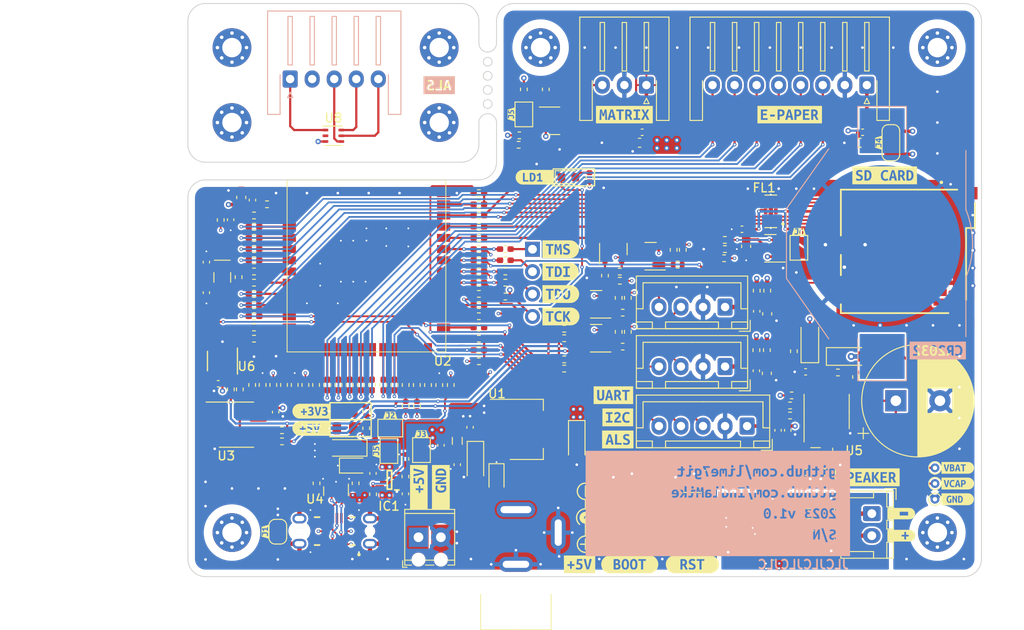
<source format=kicad_pcb>
(kicad_pcb (version 20221018) (generator pcbnew)
  (layers (0 "F.Cu" signal) (1 "In1.Cu" signal) (2 "In2.Cu" signal) (31 "B.Cu" signal) (34 "B.Paste" user) (35 "F.Paste" user) (36 "B.SilkS" user "B.Silkscreen") (37 "F.SilkS" user "F.Silkscreen") (38 "B.Mask" user) (39 "F.Mask" user) (44 "Edge.Cuts" user))
  (net 0 "")
  (net 1 "Net-(C1-Pad2)")
  (net 2 "GND")
  (net 3 "+3.3V")
  (net 4 "Net-(U1-VI)")
  (net 5 "+5V")
  (net 6 "/uC-section/EN")
  (net 7 "/uC-section/uC_IO0")
  (net 8 "Net-(U5-OSCI)")
  (net 9 "Net-(U5-OSCO)")
  (net 10 "Net-(D6-K)")
  (net 11 "/uC-section/uC_IO15")
  (net 12 "Net-(D3-A)")
  (net 13 "Net-(D4-A)")
  (net 14 "VBUS")
  (net 15 "/uC-section/uC_IO16")
  (net 16 "Net-(J10-Pin_1)")
  (net 17 "Net-(J10-Pin_2)")
  (net 18 "Net-(J12-Pin_1)")
  (net 19 "E_PAPER_MOSI")
  (net 20 "E_PAPER_SCK")
  (net 21 "E_PAPER_CS")
  (net 22 "Net-(JP3-B)")
  (net 23 "E_PAPER_DC")
  (net 24 "E_PAPER_RST")
  (net 25 "E_PAPER_BUSY")
  (net 26 "LED_MATRIX_DATA")
  (net 27 "/miscellaneous/conn_UART_RX")
  (net 28 "/miscellaneous/conn_I2C_SCL")
  (net 29 "Net-(Q5-S)")
  (net 30 "/miscellaneous/conn_I2C_SDA")
  (net 31 "Net-(Q6-S)")
  (net 32 "Net-(J3-Pin_3)")
  (net 33 "/miscellaneous/conn_UART_TX")
  (net 34 "Net-(Q7-G)")
  (net 35 "Net-(J6-CARD_DETECT)")
  (net 36 "Net-(U2-IO19)")
  (net 37 "Net-(U2-IO20)")
  (net 38 "Net-(U2-IO15)")
  (net 39 "Net-(U2-IO16)")
  (net 40 "UART_RX")
  (net 41 "UART_TX")
  (net 42 "Net-(U2-IO0)")
  (net 43 "Net-(U2-EN)")
  (net 44 "/miscellaneous/GAIN")
  (net 45 "Net-(U7-SD_MODE)")
  (net 46 "Net-(U2-3V3)")
  (net 47 "/uC-section/uC_IO2")
  (net 48 "/uC-section/uC_IO45")
  (net 49 "/uC-section/uC_IO46")
  (net 50 "/uC-section/uC_IO17")
  (net 51 "/uC-section/uC_IO18")
  (net 52 "Net-(R69-Pad1)")
  (net 53 "Net-(R71-Pad1)")
  (net 54 "/uC-section/RXD0")
  (net 55 "/uC-section/TXD0")
  (net 56 "/uC-section/TMS")
  (net 57 "/uC-section/uC_IO42")
  (net 58 "/uC-section/uC_IO41")
  (net 59 "/uC-section/TDI")
  (net 60 "/uC-section/TDO")
  (net 61 "/uC-section/CC2")
  (net 62 "/uC-section/CC1")
  (net 63 "RTC_INT")
  (net 64 "/uC-section/uC_IO40")
  (net 65 "/uC-section/uC_IO39")
  (net 66 "RTC_CLK_OUT")
  (net 67 "Net-(U5-SCL)")
  (net 68 "I2C_SCL")
  (net 69 "Net-(U5-SDA)")
  (net 70 "I2C_SDA")
  (net 71 "Net-(BT1-+)")
  (net 72 "Net-(J7-Pin_1)")
  (net 73 "/sd-card/DAT1")
  (net 74 "/sd-card/DAT0")
  (net 75 "/sd-card/CLK")
  (net 76 "Net-(U6-SCL)")
  (net 77 "Net-(U6-SDA)")
  (net 78 "/uC-section/TCK")
  (net 79 "Net-(U2-IO2)")
  (net 80 "Net-(U2-IO45)")
  (net 81 "Net-(U2-IO46)")
  (net 82 "Net-(D1-K)")
  (net 83 "Net-(D1-A)")
  (net 84 "Net-(U2-IO35)")
  (net 85 "DIN")
  (net 86 "Net-(U7-OUTP)")
  (net 87 "/uC-section/D+")
  (net 88 "/uC-section/D-")
  (net 93 "/miscellaneous/LTR_I2C_SCL")
  (net 94 "/miscellaneous/LTR_I2C_SDA")
  (net 96 "/sd-card/CMD")
  (net 97 "/sd-card/DAT3")
  (net 98 "/sd-card/DAT2")
  (net 99 "Net-(U7-OUTN)")
  (net 100 "LRCLK")
  (net 101 "BCLK")
  (net 102 "/uC-section/uC_IO3")
  (net 103 "Net-(U2-IO3)")
  (net 104 "/uC-section/uC_IO14")
  (net 105 "/uC-section/uC_IO13")
  (net 106 "/uC-section/uC_IO10")
  (net 107 "/uC-section/uC_IO11")
  (net 108 "SD_CLK")
  (net 109 "SD_CMD")
  (net 110 "SD_DATA0")
  (net 111 "SD_DATA1")
  (net 112 "SD_DATA2")
  (net 113 "SD_DATA3")
  (net 114 "Net-(C16-Pad1)")
  (net 115 "Net-(R31-Pad2)")
  (net 116 "Net-(R41-Pad1)")
  (net 117 "Net-(R43-Pad1)")
  (net 118 "Net-(J8-Pin_3)")
  (net 119 "Net-(J8-Pin_4)")
  (net 120 "/uC-section/uC_IO12")
  (net 121 "LTR_INT")
  (net 122 "/uC-section/uC_IO5")
  (net 123 "/uC-section/uC_IO6")
  (net 124 "/uC-section/uC_IO7")
  (net 125 "/uC-section/uC_IO47")
  (net 126 "/uC-section/uC_IO48")
  (net 127 "/uC-section/uC_IO4")
  (net 128 "/uC-section/uC_IO9")
  (net 129 "/uC-section/uC_IO1")
  (net 131 "/uC-section/uC_IO8")
  (net 132 "/uC-section/uC_IO21")
  (net 133 "Net-(U2-IO1)")
  (net 134 "/uC-section/uC_IO38")
  (net 135 "POWER_STATUS")
  (net 136 "Net-(IC1-PR1)")
  (net 140 "Net-(U2-IO36)")
  (net 142 "Net-(U2-IO37)")
  (net 144 "Net-(U3-SDA)")
  (net 145 "Net-(U3-SCL)")
  (net 146 "EEPROM_WC")
  (net 147 "VCC")
  (net 148 "VCC_SD_CARD")
  (net 149 "VCC_LTR")
  (net 150 "VCC_E_PAPER_DISPLAY")
  (net 151 "/miscellaneous/LTR_INT_EXT")
  (net 152 "GND_LTR")
  (net 153 "Net-(JP5-B)")
  (net 154 "/power-section/VOUT")
  (footprint "Connector_JST:JST_XH_B5B-XH-A_1x05_P2.50mm_Vertical" (layer "F.Cu") (at 103.42 92.92 180)
    (fp_text reference "J8" hide)
    (fp_text value "Conn_01x05")
  )
  (footprint "Resistor_SMD:R_0402_1005Metric_Pad0.72x0.64mm_HandSolder" (layer "F.Cu") (at 47.5 83.01)
    (fp_text reference "R14" hide)
    (fp_text value "0 Ohm")
  )
  (footprint "Resistor_SMD:R_0402_1005Metric_Pad0.72x0.64mm_HandSolder" (layer "F.Cu") (at 47.5 76.66)
    (fp_text reference "R17" hide)
    (fp_text value "0 Ohm")
  )
  (footprint "Capacitor_SMD:C_0402_1005Metric" (layer "F.Cu") (at 108.03 93.4 -90)
    (fp_text reference "C23" hide)
    (fp_text value "1u")
  )
  (footprint "Resistor_SMD:R_0402_1005Metric_Pad0.72x0.64mm_HandSolder" (layer "F.Cu") (at 102.4075 104.355)
    (fp_text reference "R52" hide)
    (fp_text value "DNM")
  )
  (footprint "Resistor_SMD:R_0402_1005Metric_Pad0.72x0.64mm_HandSolder" (layer "F.Cu") (at 69.81 88.2675 -90)
    (fp_text reference "R61" hide)
    (fp_text value "DNM")
  )
  (footprint "kibuzzard-645BF6F0" (layer "F.Cu") (at 68.5 54.26)
    (fp_text reference "kibuzzard-645BF6F0" hide)
    (fp_text value "G***" hide)
  )
  (footprint "Capacitor_SMD:C_0402_1005Metric" (layer "F.Cu") (at 64.67 100.61 90)
    (fp_text reference "C34" hide)
    (fp_text value "100nF")
  )
  (footprint "Capacitor_SMD:C_0402_1005Metric" (layer "F.Cu") (at 98.62 98.32)
    (fp_text reference "C13" hide)
    (fp_text value "100nF")
  )
  (footprint "Resistor_SMD:R_0402_1005Metric" (layer "F.Cu") (at 89.31125 80.06)
    (fp_text reference "R42" hide)
    (fp_text value "10k")
  )
  (footprint "Capacitor_SMD:C_0603_1608Metric" (layer "F.Cu") (at 46.0535 66.995 -90)
    (fp_text reference "C30" hide)
    (fp_text value "10uF")
  )
  (footprint "Capacitor_SMD:C_0603_1608Metric" (layer "F.Cu") (at 116.225 60.79)
    (fp_text reference "C7" hide)
    (fp_text value "10uF")
  )
  (footprint "Resistor_SMD:R_0402_1005Metric_Pad0.72x0.64mm_HandSolder" (layer "F.Cu") (at 76 72.85)
    (fp_text reference "R79" hide)
    (fp_text value "DNM")
  )
  (footprint "Resistor_SMD:R_0402_1005Metric_Pad0.72x0.64mm_HandSolder" (layer "F.Cu") (at 50.899554 88.2575 -90)
    (fp_text reference "R90" hide)
    (fp_text value "0 Ohm")
  )
  (footprint "Capacitor_SMD:C_0402_1005Metric" (layer "F.Cu") (at 102.83 70.6 180)
    (fp_text reference "C15" hide)
    (fp_text value "100nF")
  )
  (footprint "Resistor_SMD:R_0402_1005Metric" (layer "F.Cu") (at 87.30125 75.86 -90)
    (fp_text reference "R70" hide)
    (fp_text value "10k")
  )
  (footprint "Jumper:SolderJumper-2_P1.3mm_Open_TrianglePad1.0x1.5mm" (layer "F.Cu") (at 109.29 72.705 90)
    (fp_text reference "JP6" hide)
    (fp_text value "SolderJumper_2_Open")
  )
  (footprint "Resistor_SMD:R_0402_1005Metric_Pad0.72x0.64mm_HandSolder" (layer "F.Cu") (at 50.67 93.39 180)
    (fp_text reference "R36" hide)
    (fp_text value "0 Ohm")
  )
  (footprint "Connector_JST:JST_XH_B4B-XH-A_1x04_P2.50mm_Vertical" (layer "F.Cu") (at 100.92 79.42 180)
    (fp_text reference "J12" hide)
    (fp_text value "Conn_01x04")
  )
  (footprint "kibuzzard-6458032B" (layer "F.Cu") (at 76.65 57.575 90)
    (fp_text reference "kibuzzard-6458032B" hide)
    (fp_text value "G***" hide)
  )
  (footprint "Resistor_SMD:R_0402_1005Metric" (layer "F.Cu") (at 54.59 99.41 90)
    (fp_text reference "R20" hide)
    (fp_text value "5.1k")
  )
  (footprint "kibuzzard-6456A84C" (layer "F.Cu") (at 90.11 108.6)
    (fp_text reference "kibuzzard-6456A84C" hide)
    (fp_text value "G***" hide)
  )
  (footprint "Resistor_SMD:R_0402_1005Metric_Pad0.72x0.64mm_HandSolder" (layer "F.Cu") (at 68.51 88.27 -90)
    (fp_text reference "R65" hide)
    (fp_text value "DNM")
  )
  (footprint "Capacitor_SMD:C_0402_1005Metric" (layer "F.Cu") (at 112.26 98.15 180)
    (fp_text reference "C18" hide)
    (fp_text value "22pF")
  )
  (footprint "Resistor_SMD:R_0402_1005Metric" (layer "F.Cu") (at 77.59 59.95 180)
    (fp_text reference "R4" hide)
    (fp_text value "10k")
  )
  (footprint "Resistor_SMD:R_0402_1005Metric_Pad0.72x0.64mm_HandSolder" (layer "F.Cu") (at 73 75.39 180)
    (fp_text reference "R91" hide)
    (fp_text value "0 Ohm")
  )
  (footprint "kibuzzard-645AB20B" (layer "F.Cu") (at 54.02 93.17)
    (fp_text reference "kibuzzard-645AB20B" hide)
    (fp_text value "G***" hide)
  )
  (footprint "SamacSys_Parts:SOTFL50P160X60-8N" (layer "F.Cu") (at 62.86 99.02 180)
    (fp_text reference "IC1")
    (fp_text value "TPS2116DRLR" hide)
  )
  (footprint "Capacitor_SMD:C_0402_1005Metric" (layer "F.Cu") (at 43.44 88.12 180)
    (fp_text reference "C20" hide)
    (fp_text value "100nF")
  )
  (footprint "Capacitor_SMD:C_0603_1608Metric" (layer "F.Cu") (at 103.31 72.54 -90)
    (fp_text reference "C14" hide)
    (fp_text value "10uF")
  )
  (footprint "Capacitor_Tantalum_SMD:CP_EIA-3216-18_Kemet-A" (layer "F.Cu") (at 84.1 94.6 -90)
    (fp_text reference "C4" hide)
    (fp_text value "10u")
  )
  (footprint "kibuzzard-64580048" (layer "F.Cu") (at 127.300895 101.22)
    (fp_text reference "kibuzzard-64580048" hide)
    (fp_text value "G***" hide)
  )
  (footprint "Resistor_SMD:R_0402_1005Metric_Pad0.72x0.64mm_HandSolder" (layer "F.Cu") (at 45.89 88.7575 -90)
    (fp_text reference "R48" hide)
    (fp_text value "0 Ohm")
  )
  (footprint "Resistor_SMD:R_0402_1005Metric_Pad0.72x0.64mm_HandSolder" (layer "F.Cu") (at 60.885 88.26 90)
    (fp_text reference "R8" hide)
    (fp_text value "0 Ohm")
  )
  (footprint "TerminalBlock_Phoenix:TerminalBlock_Phoenix_MPT-0,5-2-2.54_1x02_P2.54mm_Horizontal" (layer "F.Cu") (at 66.15 105.53)
    (fp_text reference "J2" hide)
    (fp_text value "Screw_Terminal_01x02")
  )
  (footprint "Connector_PinHeader_2.54mm:PinHeader_1x04_P2.54mm_Vertical" (layer "F.Cu") (at 79.08 72.87)
    (fp_text reference "J11" hide)
    (fp_text value "JTAG")
  )
  (footprint "Resistor_SMD:R_0402_1005Metric" (layer "F.Cu") (at 64.7 90.65 -90)
    (fp_text reference "R101" hide)
    (fp_text value "10k")
  )
  (footprint "Resistor_SMD:R_0402_1005Metric_Pad0.72x0.64mm_HandSolder" (layer "F.Cu") (at 102.3975 103.34 180)
    (fp_text reference "R55" hide)
    (fp_text value "DNM")
  )
  (footprint "Resistor_SMD:R_0402_1005Metric_Pad0.72x0.64mm_HandSolder" (layer "F.Cu") (at 73 67.77)
    (fp_text reference "R96" hide)
    (fp_text value "0 Ohm")
  )
  (footprint "Package_SO:SOIC-8_3.9x4.9mm_P1.27mm" (layer "F.Cu") (at 112.44 91.27 90)
    (fp_text reference "U5")
    (fp_text value "PCF8563T")
  )
  (footprint "Diode_SMD:D_SOD-323" (layer "F.Cu") (at 75 98.8 -90)
    (fp_text reference "D2" hide)
    (fp_text value "D_TVS")
  )
  (footprint "Package_TO_SOT_SMD:SOT-23" (layer "F.Cu") (at 88.25125 72.8525 90)
    (fp_text reference "Q3" hide)
    (fp_text value "NMOS")
  )
  (footprint "Capacitor_SMD:C_0402_1005Metric" (layer "F.Cu") (at 110.055 86.77)
    (fp_text reference "C19" hide)
    (fp_text value "100nF")
  )
  (footprint "Resistor_SMD:R_0402_1005Metric_Pad0.72x0.64mm_HandSolder" (layer "F.Cu") (at 47.5 69.04)
    (fp_text reference "R24" hide)
    (fp_text value "0 Ohm")
  )
  (footprint "Resistor_SMD:R_0402_1005Metric_Pad0.72x0.64mm_HandSolder" (layer "F.Cu") (at 64.695 88.26 90)
    (fp_text reference "R67" hide)
    (fp_text value "0 Ohm")
  )
  (footprint "MountingHole:MountingHole_2.2mm_M2_Pad_Via" (layer "F.Cu") (at 68.5 50)
    (fp_text reference "H6" hide)
    (fp_text value "MountingHole" hide)
  )
  (footprint "MountingHole:MountingHole_2.2mm_M2_Pad_Via" (layer "F.Cu") (at 80 50 180)
    (fp_text reference "H2" hide)
    (fp_text value "MountingHole")
  )
  (footprint "kibuzzard-6452C3EF" (layer "F.Cu") (at 68.69 99.83 90)
    (fp_text reference "kibuzzard-6452C3EF" hide)
    (fp_text value "G***" hide)
  )
  (footprint "Resistor_SMD:R_0402_1005Metric" (layer "F.Cu") (at 85.55 64.7 90)
    (fp_text reference "R105" hide)
    (fp_text value "1k")
  )
  (footprint "Resistor_SMD:R_0402_1005Metric_Pad0.72x0.64mm_HandSolder" (layer "F.Cu") (at 105.7 77.5625 90)
    (fp_text reference "R76" hide)
    (fp_text value "DNM")
  )
  (footprint "Resistor_SMD:R_0402_1005Metric_Pad0.72x0.64mm_HandSolder" (layer "F.Cu") (at 44.87 88.76 -90)
    (fp_text reference "R47" hide)
    (fp_text value "0 Ohm")
  )
  (footprint "Resistor_SMD:R_0402_1005Metric_Pad0.72x0.64mm_HandSolder" (layer "F.Cu") (at 48.9745 67.77)
    (fp_text reference "R58" hide)
    (fp_text value "0 Ohm")
  )
  (footprint "Resistor_SMD:R_0402_1005Metric_Pad0.72x0.64mm_HandSolder" (layer "F.Cu") (at 82.68 82.96)
    (fp_text reference "R40" hide)
    (fp_text value "0 Ohm")
  )
  (footprint "Capacitor_SMD:C_0402_1005Metric" (layer "F.Cu") (at 104.47 86.65 -90)
    (fp_text reference "C22" hide)
    (fp_text value "100nF")
  )
  (footprint "Crystal:Crystal_SMD_MicroCrystal_CC7V-T1A-2Pin_3.2x1.5mm" (layer "F.Cu") (at 43.9 76.0625 -90)
    (fp_text reference "Y1" hide)
    (fp_text value "32.768kHz")
  )
  (footprint "Capacitor_SMD:C_0402_1005Metric" (layer "F.Cu") (at 106.93 93.4 90)
    (fp_text reference "C24" hide)
    (fp_text value "100nF")
  )
  (footprint "Button_Switch_SMD:SW_SPST_TL3342" (layer "F.Cu") (at 90.15 103.2 90)
    (fp_text reference "SW1" hide)
    (fp_text value "SW_Push")
  )
  (footprint "Resistor_SMD:R_0402_1005Metric_Pad0.72x0.64mm_HandSolder" (layer "F.Cu") (at 62.155 88.26 90)
    (fp_text reference "R7" hide)
    (fp_text value "0 Ohm")
  )
  (footprint "Capacitor_SMD:C_0402_1005Metric" (layer "F.Cu") (at 116.52 59.6 180)
    (fp_text reference "C8" hide)
    (fp_text value "100nF")
  )
  (footprint "mylib:GCT_USB4145-03-0230-C_REVA2" (layer "F.Cu") (at 56.65 104.835 180)
    (fp_text reference "J5" hide)
    (fp_text value "USB4145-03-0230-C_REVA2")
    (fp_line (start 3.85 -0.355) (end 4.15 -0.355) (stroke (width 0.01)) (layer "Edge.Cuts"))
    (fp_line (start 4.15 0.355) (end 3.85 0.355) (stroke (width 0.01)) (layer "Edge.Cuts"))
    (fp_arc (start 3.495 0) (mid 3.598977 -0.251023) (end 3.85 -0.355) (stroke (width 0.01)) (layer "Edge.Cuts"))
    (fp_arc (start 3.85 0.355) (mid 3.598977 0.251023) (end 3.495 0) (stroke (width 0.01)) (layer "Edge.Cuts"))
    (fp_arc (start 4.15 -0.355) (mid 4.401023 -0.251023) (end 4.505 0) (stroke (width 0.01)) (layer "Edge.Cuts"))
    (fp_arc (start 4.505 0) (mid 4.401023 0.251023) (end 4.15 0.355) (stroke (width 0.01)) (layer "Edge.Cuts"))
  )
  (footprint "Resistor_SMD:R_0402_1005Metric_Pad0.72x0.64mm_HandSolder" (layer "F.Cu") (at 100.9 72.85 180)
    (fp_text reference "R84" hide)
    (fp_text value "DNM")
  )
  (footprint "Capacitor_SMD:C_0402_1005Metric" (layer "F.Cu") (at 70.55 97.3 90)
    (fp_text reference "C1" hide)
    (fp_text value "1u")
  )
  (footprint "Resistor_SMD:R_0402_1005Metric_Pad0.72x0.64mm_HandSolder" (layer "F.Cu") (at 65.965 88.2625 -90)
    (fp_text reference "R68" hide)
    (fp_text value "0 Ohm")
  )
  (footprint "Resistor_SMD:R_0402_1005Metric" (layer "F.Cu") (at 60.2225 93.17 90)
    (fp_text reference "R2" hide)
    (fp_text value "2k")
  )
  (footprint "Package_SON:USON-10_2.5x1.0mm_P0.5mm" (layer "F.Cu") (at 56.8 100.3 -90)
    (fp_text reference "U4")
    (fp_text value "RCLAMP0524P-N" hide)
  )
  (footprint "Resistor_SMD:R_0402_1005Metric_Pad0.72x0.64mm_HandSolder" (layer "F.Cu") (at 73 76.66 180)
    (fp_text reference "R25" hide)
    (fp_text value "0 Ohm")
  )
  (footprint "Resistor_SMD:R_0402_1005Metric" (layer "F.Cu") (at 43.72 69.55 90)
    (fp_text reference "R19" hide)
    (fp_text value "10k")
  )
  (footprint "Capacitor_SMD:C_0603_1608Metric" (layer "F.Cu") (at 106.285 107.6)
    (fp_text reference "C25" hide)
    (fp_text value "10uF")
  )
  (footprint "kibuzzard-6456A7AC" (layer "F.Cu") (at 82.28 72.87)
    (fp_text reference "kibuzzard-6456A7AC" hide)
    (fp_text value "G***" hide)
  )
  (footprint "kibuzzard-645AB1F5" (layer "F.Cu") (at 54.02 91.23)
    (fp_text reference "kibuzzard-645AB1F5" hide)
    (fp_text value "G***" hide)
  )
  (footprint "Capacitor_SMD:C_0402_1005Metric" (layer "F.Cu") (at 104.51 79.9 -90)
    (fp_text reference "C32" hide)
    (fp_text value "100nF")
  )
  (footprint "kibuzzard-6457FD19" (layer "F.Cu") (at 108.25 57.6)
    (fp_text reference "kibuzzard-6457FD19" hide)
    (fp_text value "G***" hide)
  )
  (footprint "mylib:ESP32-S3-WROOM-1" (layer "F.Cu") (at 51.25 59.01)
    (fp_text reference "U2")
    (fp_text value "ESP32-S3-WROOM-1-N8R8" hide)
  )
  (footprint "mylib:PC-GK21" (layer "F.Cu") (at 77.2 108.6 90)
    (fp_text reference "J1" hide)
    (fp_text value "Jack-DC" hide)
  )
  (footprint "Resistor_SMD:R_0402_1005Metric_Pad0.72x0.64mm_HandSolder" (layer "F.Cu") (at 82.68 86.4)
    (fp_text reference "R54" hide)
    (fp_text value "0 Ohm")
  )
  (footprint "Resistor_SMD:R_0402_1005Metric_Pad0.72x0.64mm_HandSolder" (layer "F.Cu") (at 95.085 72.9325 90)
    (fp_text reference "R74" hide)
    (fp_text value "DNM")
  )
  (footprint "Inductor_SMD:L_0805_2012Metric" (layer "F.Cu") (at 70.55 94.6 90)
    (fp_text reference "L1" hide)
    (fp_text value "100ohm")
  )
  (footprint "Resistor_SMD:R_0402_1005Metric_Pad0.72x0.64mm_HandSolder" (layer "F.Cu") (at 47.29 88.26 90)
    (fp_text reference "R56" hide)
    (fp_text value "0 Ohm")
  )
  (footprint "kibuzzard-6458030B" (layer "F.Cu") (at 62.95 91.7)
    (fp_text reference "kibuzzard-6458030B" hide)
    (fp_text value "G***" hide)
  )
  (footprint "Resistor_SMD:R_0402_1005Metric" (layer "F.Cu") (at 78.1 54.74 90)
    (fp_text reference "R5" hide)
    (fp_text value "10k")
  )
  (footprint "kibuzzard-6457FC92" (layer "F.Cu") (at 88.256605 89.42)
    (fp_text reference "kibuzzard-6457FC92" hide)
    (fp_text value "G***" hide)
  )
  (footprint "kibuzzard-6452C2AB" (layer "F.Cu") (at 66.19 99.83 90)
    (fp_text reference "kibuzzard-6452C2AB" hide)
    (fp_text value "G***" hide)
  )
  (footprint "Resistor_SMD:R_0402_1005Metric_Pad0.72x0.64mm_HandSolder" (layer "F.Cu") (at 73 83.01)
    (fp_text reference "R23" hide)
    (fp_text value "0 Ohm")
  )
  (footprint "Resistor_SMD:R_0402_1005Metric_Pad0.72x0.64mm_HandSolder" (layer "F.Cu") (at 73 81.74)
    (fp_text reference "R102" hide)
    (fp_text value "0 Ohm")
  )
  (footprint "Jumper:SolderJumper-2_P1.3mm_Open_TrianglePad1.0x1.5mm" (layer "F.Cu") (at 66.49 95.645 90)
    (fp_text reference "JP2" hide)
    (fp_text value "SolderJumper_2_Open")
  )
  (footprint "Capacitor_SMD:C_0402_1005Metric" (layer "F.Cu") (at 42.096 77.7925 -90)
    (fp_text reference "C9" hide)
    (fp_text value "22pF")
  )
  (footprint "kibuzzard-6457943A" (layer "F.Cu") (at 120.91 105.35 180)
    (fp_text reference "kibuzzard-6457943A" hide)
    (fp_text value "G***" hide)
  )
  (footprint "kibuzzard-6457FD25" (layer "F.Cu") (at 89.5 57.6)
    (fp_text reference "kibuzzard-6457FD25" hide)
    (fp_text value "G***" hide)
  )
  (footprint "Resistor_SMD:R_0402_1005Metric" (layer "F.Cu") (at 61 100.65 -90)
    (fp_text reference "R1" hide)
    (fp_text value "10k")
  )
  (footprint "Package_TO_SOT_SMD:SOT-23" (layer "F.Cu") (at 106.06 72.76 180)
    (fp_text reference "Q7" hide)
    (fp_text value "PMOS")
  )
  (footprint "TestPoint:TestPoint_THTPad_D1.0mm_Drill0.5mm" (layer "F.Cu") (at 124.724245 101.22)
    (fp_text reference "TP3" hide)
    (fp_text value "TestPoint")
  )
  (footprint "Capacitor_SMD:C_0603_1608Metric" (layer "F.Cu") (at 105.7 80.195 90)
    (fp_text reference "C31" hide)
    (fp_text value "10uF")
  )
  (footprint "Resistor_SMD:R_0402_1005Metric_Pad0.72x0.64mm_HandSolder" (layer "F.Cu") (at 73 85.57)
    (fp_text reference "R59" hide)
    (fp_text value "DNM")
  )
  (footprint "Resistor_SMD:R_0402_1005Metric" (layer "F.Cu") (at 89.31125 83.91)
    (fp_text reference "R44" hide)
    (fp_text value "10k")
  )
  (footprint "Resistor_SMD:R_0402_1005Metric_Pad0.72x0.64mm_HandSolder" (layer "F.Cu") (at 104.51 77.5625 90)
    (fp_text reference "R75" hide)
    (fp_text value "0 Ohm")
  )
  (footprint "kibuzzard-646936FC" (layer "F.Cu") (at 61.35 95.75 90)
    (fp_text reference "kibuzzard-646936FC" hide)
    (fp_text value "G***" hide)
  )
  (footprint "Resistor_SMD:R_0402_1005Metric" (layer "F.Cu") (at 76 78.23)
    (fp_text reference "R51" hide)
    (fp_text value "10k")
  )
  (footprint "Resistor_SMD:R_0402_1005Metric_Pad0.72x0.64mm_HandSolder" (layer "F.Cu") (at 47.5 74.12 180)
    (fp_text reference "R28" hide)
    (fp_text value "0 Ohm")
  )
  (footprint "Resistor_SMD:R_0402_1005Metric_Pad0.72x0.64mm_HandSolder" (layer "F.Cu") (at 73 66.5)
    (fp_text reference "R93" hide)
    (fp_text value "0 Ohm")
  )
  (footprint "Resistor_SMD:R_0402_1005Metric_Pad0.72x0.64mm_HandSolder" (layer "F.Cu") (at 48.47259 88.2575 -90)
    (fp_text reference "R64" hide)
    (fp_text value "DNM")
  )
  (footprint "Resistor_SMD:R_0402_1005Metric_Pad0.72x0.64mm_HandSolder" (layer "F.Cu") (at 104.47 84.3125 90)
    (fp_text reference "R49" hide)
    (fp_text value "0 Ohm")
  )
  (footprint "Resistor_SMD:R_0402_1005Metric_Pad0.72x0.64mm_HandSolder" (layer "F.Cu") (at 73 70.31)
    (fp_text reference "R78" hide)
    (fp_text value "0 Ohm")
  )
  (footprint "Resistor_SMD:R_0402_1005Metric_Pad0.72x0.64mm_HandSolder" (layer "F.Cu") (at 73 74.12 180)
    (fp_text reference "R92" hide)
    (fp_text value "0 Ohm")
  )
  (footprint "Inductor_SMD:L_0805_2012Metric" (layer "F.Cu") (at 110.5975 102.85)
    (fp_text reference "FB2" hide)
    (fp_text value "FerriteBead_Small")
  )
  (footprint "Resistor_SMD:R_0402_1005Metric_Pad0.72x0.64mm_HandSolder" (layer "F.Cu") (at 67.235 88.265 -90)
    (fp_text reference "R88" hide)
    (fp_text value "0 Ohm")
  )
  (footprint "Resistor_SMD:R_0402_1005Metric" (layer "F.Cu") (at 60.2225 91.23 90)
    (fp_text reference "R3" hide)
    (fp_text value "1k")
  )
  (footprint "Capacitor_SMD:C_0402_1005Metric" (layer "F.Cu") (at 112.96 102.37 90)
    (fp_text reference "C27" hide)
    (fp_text value "22pF")
  )
  (footprint "Resistor_SMD:R_0402_1005Metric" (layer "F.Cu") (at 64.67 98.64 90)
    (fp_text reference "R99" hide)
    (fp_text value "5.1k")
  )
  (footprint "MountingHole:MountingHole_2.2mm_M2_Pad_Via" (layer "F.Cu") (at 45 105)
    (fp_text reference "H4" hide)
    (fp_text value "MountingHole")
  )
  (footprint "Capacitor_SMD:C_0402_1005Metric" (layer "F.Cu") (at 44.85 69.52 90)
    (fp_text reference "C11" hide)
    (fp_text value "1u")
  )
  (footprint "kibuzzard-6457FFFD" (layer "F.Cu") (at 127.31 99.44)
    (fp_text reference "kibuzzard-6457FFFD" hide)
    (fp_text value "G***" hide)
  )
  (footprint "Resistor_SMD:R_0402_1005Metric" (layer "F.Cu") (at 80.59 54.74 90)
    (fp_text reference "R6" hide)
    (fp_text value "220")
  )
  (footprint "Resistor_SMD:R_0402_1005Metric" (layer "F.Cu") (at 100.81 73.89)
    (fp_text reference "R83" hide)
    (fp_text value "10k")
  )
  (footprint "Resistor_SMD:R_0805_2012Metric" (layer "F.Cu") (at 102.1725 105.95)
    (fp_text reference "R57" hide)
    (fp_text value "680k 1%")
  )
  (footprint "Resistor_SMD:R_0402_1005Metric_Pad0.72x0.64mm_HandSolder" (layer "F.Cu") (at 88.98125 76.44)
    (fp_text reference "R69" hide)
    (fp_text value "0 Ohm")
  )
  (footprint "Resistor_SMD:R_0402_1005Metric" (layer "F.Cu") (at 95.545 74.61)
    (fp_text reference "R72" hide)
    (fp_text value "10k")
  )
  (footprint "kibuzzard-6457FC89" (layer "F.Cu") (at 88.752857 91.936191)
    (fp_text reference "kibuzzard-6457FC89" hide)
    (fp_text value "G***" hide)
  )
  (footprint "kibuzzard-645AB211" (layer "F.Cu") (at 79.333057 64.7025)
    (fp_text reference "kibuzzard-645AB211" hide)
    (fp_text value "G***" hide)
  )
  (footprint "Fuse:Fuse_0402_1005Metric_Pad0.77x0.64mm_HandSolder" (layer "F.Cu") (at 68.7 95.1 -90)
    (fp_text reference "F1" hide)
    (fp_text value "Fuse")
  )
  (footprint "Resistor_SMD:R_0402_1005Metric_Pad0.72x0.64mm_HandSolder" (layer "F.Cu") (at 77.51 61.02 180)
    (fp_text reference "R18" hide)
    (fp_text value "0 Ohm")
  )
  (footprint "Resistor_SMD:R_0402_1005Metric" (layer "F.Cu") (at 115.775 87.355 90)
    (fp_text reference "R31" hide)
    (fp_text value "22")
  )
  (footprint "kibuzzard-645BF703" (layer "F.Cu") (at 88.75 94.44)
    (fp_text reference "kibuzzard-645BF703" hide)
    (fp_text value "G***" hide)
  )
  (footprint "Diode_SMD:D_SOD-123" (layer "F.Cu") (at 110.535 83.375 90)
    (fp_text reference "D6" hide)
    (fp_text value "D_Small")
  )
  (footprint "Resistor_SMD:R_0402_1005Metric_Pad0.72x0.64mm_HandSolder" (layer "F.Cu") (at 113.715 86.845 180)
    (fp_text reference "R32" hide)
    (fp_text value "0 Ohm")
  )
  (footprint "Resistor_SMD:R_0402_1005Metric_Pad0.72x0.64mm_HandSolder" (layer "F.Cu") (at 47.5 75.39)
    (fp_text reference "R16" hide)
    (fp_text value "0 Ohm")
  )
  (footprint "Resistor_SMD:R_0402_1005Metric" (layer "F.Cu") (at 65.98 90.65 -90)
    (fp_text reference "R98" hide)
    (fp_text value "10k")
  )
  (footprint "Resistor_SMD:R_0402_1005Metric_Pad0.72x0.64mm_HandSolder" (layer "F.Cu") (at 100.89 71.81 180)
    (fp_text reference "R12" hide)
    (fp_text value "0 Ohm")
  )
  (footprint "Capacitor_SMD:C_0603_1608Metric" (layer "F.Cu") (at 91.225 60.79 180)
    (fp_text reference "C5" hide)
    (fp_text value "10uF")
  )
  (footprint "Capacitor_SMD:C_0402_1005Metric" (layer "F.Cu") (at 91.52 59.6)
    (fp_text reference "C6" hide)
    (fp_text value "100nF")
  )
  (footprint "Resistor_SMD:R_0402_1005Metric_Pad0.72x0.64mm_HandSolder" (layer "F.Cu") (at 47.5 72.85)
    (fp_text reference "R27" hide)
    (fp_text value "0 Ohm")
  )
  (footprint "Resistor_SMD:R_0402_1005Metric_Pad0.72x0.64mm_HandSolder" (layer "F.Cu") (at 53.326518 88.2575 -90)
    (fp_text reference "R62" hide)
    (fp_text value "DNM")
  )
  (footprint "kibuzzard-6456A7D3" (layer "F.Cu") (at 82.307623 80.49)
    (fp_text reference "kibuzzard-6456A7D3" hide)
    (fp_text value "G***" hide)
  )
  (footprint "Resistor_SMD:R_0402_1005Metric_Pad0.72x0.64mm_HandSolder" (layer "F.Cu") (at 52.113036 88.2575 -90)
    (fp_text reference "R66" hide)
    (fp_text value "DNM")
  )
  (footprint "MountingHole:MountingHole_2.2mm_M2_Pad_Via" (layer "F.Cu") (at 45 50)
    (fp_text reference "H7" hide)
    (fp_text value "MountingHole" hide)
  )
  (footprint "Resistor_SMD:R_0402_1005Metric_Pad0.72x0.64mm_HandSolder" (layer "F.Cu") (at 57.075 88.26 90)
    (fp_text reference "R9" hide)
    (fp_text value "0 Ohm")
  )
  (footprint "Capacitor_Tantalum_SMD:CP_EIA-3216-18_Kemet-A" (layer "F.Cu") (at 58 95.4 180)
    (fp_text reference "C36" hide)
    (fp_text value "10u")
  )
  (footprint "Resistor_SMD:R_0402_1005Metric" (layer "F.Cu") (at 113.97 96.05 -90)
    (fp_text reference "R38" hide)
    (fp_text value "10k")
  )
  (footprint "Capacitor_SMD:C_0402_1005Metric" (layer "F.Cu") (at 112.96 105.83 -90)
    (fp_text reference "C28" hide)
    (fp_text value "22pF")
  )
  (footprint "Resistor_SMD:R_0402_1005Metric_Pad0.72x0.64mm_HandSolder" (layer "F.Cu") (at 47.5 81.74)
    (fp_text reference "R13" hide)
    (fp_text value "0 Ohm")
  )
  (footprint "Capacitor_SMD:C_0402_1005Metric" (layer "F.Cu") (at 106.58 106.3 180)
    (fp_text reference "C26" hide)
    (fp_text value "100nF")
  )
  (footprint "Resistor_SMD:R_0402_1005Metric_Pad0.72x0.64mm_HandSolder" (layer "F.Cu") (at 73 84.3)
    (fp_text reference "R63" hide)
    (fp_text value "DNM")
  )
  (footprint "Jumper:SolderJumper-2_P1.3mm_Open_TrianglePad1.0x1.5mm" (layer "F.Cu") (at 62.8 95.75 90)
    (fp_text reference "JP7" hide)
    (fp_text value "SolderJumper_2_Open")
  )
  (footprint "Symbol:Symbol_Barrel_Polarity" (layer "F.Cu") (at 85.165 103.3175 -90)
    (fp_text reference "REF**" hide)
    (fp_text value "Symbol_Barrel_Polarity" hide)
  )
  (footprint "Jumper:SolderJumper-2_P1.3mm_Bridged_RoundedPad1.0x1.5mm" (layer "F.Cu") (at 50.2 104.9 -90)
    (fp_text reference "JP5" hide)
    (fp_text value "SolderJumper_2_Bridged" hide)
  )
  (footprint "Resistor_SMD:R_0402_1005Metric_Pad0.72x0.64mm_HandSolder" (layer "F.Cu") (at 50.67 94.66)
    (fp_text reference "R22" hide)
    (fp_text value "0 Ohm")
  )
  (footprint "Resistor_SMD:R_0402_1005Metric_Pad0.72x0.64mm_HandSolder" (layer "F.Cu") (at 73 77.93)
    (fp_text reference "R106" hide)
    (fp_text value "0 Ohm")
  )
  (footprint "Resistor_SMD:R_0402_1005Metric_Pad0.72x0.64mm_HandSolder" (layer "F.Cu") (at 47.5 79.2 180)
    (fp_text reference "R30" hide)
    (fp_text value "0 Ohm")
  )
  (footprint "Resistor_SMD:R_0402_1005Metric_Pad0.72x0.64mm_HandSolder" (layer "F.Cu") (at 76 75.39)
    (fp_text reference "R81" hide)
    (fp_text value "DNM")
  )
  (footprint "Jumper:SolderJumper-2_P1.3mm_Open_TrianglePad1.0x1.5mm" (layer "F.Cu") (at 78.1 57.575 90)
    (fp_text reference "JP3" hide)
    (fp_text value "SolderJumper_2_Open")
  )
  (footprint "Capacitor_SMD:C_0402_1005Metric" (layer "F.Cu") (at 42.096 74.3325 90)
    (fp_text reference "C10" hide)
    (fp_text value "22pF")
  )
  (footprint "Connector_JST:JST_XH_B2B-XH-A_1x02_P2.50mm_Vertical" (layer "F.Cu") (at 117.56 102.85 -90)
    (fp_text reference "J10" hide)
    (fp_text value "Conn_01x02")
  )
  (footprint "Jumper:SolderJumper-2_P1.3mm_Open_TrianglePad1.0x1.5mm" (layer "F.Cu") (at 62.95 93.15)
    (fp_text reference "JP1" hide)
    (fp_text value "SolderJumper_2_Open")
  )
  (footprint "kibuzzard-6456C8A6" (layer "F.Cu") (at 117.035 98.73)
    (fp_text reference "kibuzzard-6456C8A6" hide)
    (fp_text value "G***" hide)
  )
  (footprint "kibuzzard-6456A7BB" (layer "F.Cu") (at 82.261903 75.41)
    (fp_text reference "kibuzzard-6456A7BB" hide)
    (fp_text value "G***" hide)
  )
  (footprint "Resistor_SMD:R_0402_1005Metric_Pad0.72x0.64mm_HandSolder" (layer "F.Cu") (at 73 80.47)
    (fp_text reference "R103" hide)
    (fp_text value "0 Ohm")
  )
  (footprint "Resistor_SMD:R_0402_1005Metric_Pad0.72x0.64mm_HandSolder" (layer "F.Cu") (at 73 72.85 180)
    (fp_text reference "R97" hide)
    (fp_text value "0 Ohm")
  )
  (footprint "MountingHole:MountingHole_2.2mm_M2_Pad_Via" (layer "F.Cu") (at 125 50)
    (fp_text reference "H1" hide)
    (fp_text value "MountingHole")
  )
  (footprint "Resistor_SMD:R_0402_1005Metric_Pad0.72x0.64mm_HandSolder" (layer "F.Cu") (at 82.68 81.88 180)
    (fp_text reference "R39" hide)
    (fp_text value "0 Ohm")
  )
  (footprint "TestPoint:TestPoint_THTPad_D1.0mm_Drill0.5mm" (layer "F.Cu") (at 124.724245 99.44)
    (fp_text reference "TP1" hide)
    (fp_text value "TestPoint")
  )
  (footprint "Package_SON:Texas_PWSON-N6" (layer "F.Cu") (at 43.92 85.55 -90)
    (fp_text reference "U6")
    (fp_text value "HDC1080")
  )
  (footprint "Package_TO_SOT_SMD:SOT-23" (layer "F.Cu") (at 81.5275 58.3)
    (fp_text reference "Q2" hide)
    (fp_text value "NMOS")
  )
  (footprint "Resistor_SMD:R_0402_1005Metric_Pad0.72x0.64mm_HandSolder" (layer "F.Cu") (at 55.81 88.26 90)
    (fp_text reference "R87" hide)
    (fp_text value "0 Ohm")
  )
  (footprint "mylib:GCT_MEM2051-00-195-00-A_REVD1" (layer "F.Cu") (at 121.65 73.11 90)
    (fp_text reference "J6" hide)
    (fp_text value "SD_Card" hide)
  )
  (footprint "Resistor_SMD:R_0402_1005Metric_Pad0.72x0.64mm_HandSolder" (layer "F.Cu") (at 96.125 72.9325 90)
    (fp_text reference "R71" hide)
    (fp_text value "0 Ohm")
  )
  (footprint "Resistor_SMD:R_0402_1005Metric_Pad0.72x0.64mm_HandSolder" (layer "F.Cu") (at 47.5 77.93)
    (fp_text reference "R29" hide)
    (fp_text value "0 Ohm")
  )
  (footprint "OptoDevice:Lite-On_LTR-303ALS-01" (layer "F.Cu") (at 56.5 60)
    (fp_text reference "U8")
    (fp_text value "LTR-303ALS-01" hide)
  )
  (footprint "Capacitor_SMD:C_0402_1005Metric" (layer "F.Cu") (at 110.09 98.15)
    (fp_text reference "C17" hide)
    (fp_text value "22pF")
  )
  (footprint "Capacitor_SMD:C_0603_1608Metric" (layer "F.Cu") (at 105.66 86.945 90)
    (fp_text reference "C21" hide)
    (fp_text value "10uF")
  )
  (footprint "Diode_SMD:D_SOD-123" (layer "F.Cu") (at 114.7675 85.025)
    (fp_text reference "D7" hide)
    (fp_text value "D_Small")
  )
  (footprint "Resistor_SMD:R_0402_1005Metric_Pad0.72x0.64mm_HandSolder" (layer "F.Cu") (at 73 69.04)
    (fp_text reference "R86" hide)
    (fp_text value "0 Ohm")
  )
  (footprint "MountingHole:MountingHole_2.2mm_M2_Pad_Via" (layer "F.Cu") (at 68.5 58.5)
    (fp_text reference "H5" hide)
    (fp_text value "MountingHole" hide)
  )
  (footprint "Resistor_SMD:R_0402_1005Metric_Pad0.72x0.64mm_HandSolder" (layer "F.Cu") (at 63.425 88.26 90)
    (fp_text reference "R95" hide)
    (fp_text value "0 Ohm")
  )
  (footprint "Inductor_SMD:L_0805_2012Metric" (layer "F.Cu") (at 110.5975 105.35 180)
    (fp_text reference "FB1" hide)
    (fp_text value "FerriteBead_Small")
  )
  (footprint "kibuzzard-6458017F" (layer "F.Cu") (at 84.42 108.6)
    (fp_text reference "kibuzzard-6458017F" hide)
    (fp_text value "G***" hide)
  )
  (footprint "Resistor_SMD:R_0402_1005Metric_Pad0.72x0.64mm_HandSolder" (layer "F.Cu") (at 47.5 80.47)
    (fp_text reference "R94" hide)
    (fp_text value "0 Ohm")
  )
  (footprint "Resistor_SMD:R_0402_1005Metric_Pad0.72x0.64mm_HandSolder" (layer "F.Cu") (at 108.725 84.4275 90)
    (fp_text reference "R33" hide)
    (fp_text value "DNM")
  )
  (footprint "Resistor_SMD:R_0402_1005Metric_Pad0.72x0.64mm_HandSolder" (layer "F.Cu") (at 45.75 76.03 -90)
    (fp_text reference "R15" hide)
    (fp_text value "DNM")
  )
  (footprint "kibuzzard-6456A845" (layer "F.Cu") (at 97.21 108.6)
    (fp_text reference "kibuzzard-6456A845" hide)
    (fp_text value "G***" hide)
  )
  (footprint "Crystal:Crystal_SMD_MicroCrystal_CC7V-T1A-2Pin_3.2x1.5mm" (layer "F.Cu") (at 111.18 96.32 180)
    (fp_text reference "Y2" hide)
    (fp_text value "32.768kHz")
  )
  (footprint "kibuzzard-6458032F" (layer "F.Cu") (at 109.29 70.855)
    (fp_text reference "kibuzzard-6458032F" hide)
    (fp_text value "G***" hide)
  )
  (footprint "Resistor_SMD:R_0402_1005Metric_Pad0.72x0.64mm_HandSolder" (layer "F.Cu") (at 73 79.2)
    (fp_text reference "R104" hide)
    (fp_text value "0 Ohm")
  )
  (footprint "Capacitor_THT:CP_Radial_D12.5mm_P5.00mm" (layer "F.Cu") (at 120.286041 90.05)
    (fp_text reference "C16" hide)
    (fp_text value "1F")
  )
  (footprint "TestPoint:TestPoint_THTPad_D1.0mm_Drill0.5mm" (layer "F.Cu") (at 124.724245 97.66)
    (fp_text reference "TP2" hide)
    (fp_text value "TestPoint")
  )
  (footprint "kibuzzard-64580318" (layer "F.Cu") (at 66.49 93.8)
    (fp_text reference "kibuzzard-64580318" hide)
    (fp_text value "G***" hide)
  )
  (footprint "Resistor_SMD:R_0402_1005Metric" (layer "F.Cu") (at 59.02 99.41 90)
    (fp_text reference "R21" hide)
    (fp_text value "5.1k")
  )
  (footprint "Capacitor_SMD:C_0402_1005Metric" (layer "F.Cu") (at 47.3235 67.29 -90)
    (fp_text reference "C29" hide)
    (fp_text value "100nF")
  )
  (footprint "Resistor_SMD:R_0402_1005Metric_Pad0.72x0.64mm_HandSolder" (layer "F.Cu") (at 88.85125 78.3825 90)
    (fp_text reference "R45" hide)
    (fp_text value "DNM")
  )
  (footprint "Diode_SMD:D_SOD-323" (layer "F.Cu") (at 58.8 97.4)
    (fp_text reference "D5" hide)
    (fp_text value "D_TVS")
  )
  (footprint "Connector_JST:JST_XH_S8B-XH-A-1_1x08_P2.50mm_Horizontal" (layer "F.Cu") (at 117 54.25 180)
    (fp_text reference "J4" hide)
    (fp_text value "Conn_01x08")
  )
  (footprint "Resistor_SMD:R_0402_1005Metric_Pad0.72x0.64mm_HandSolder" (layer "F.Cu") (at 54.54 88.2575 -90)
    (fp_text reference "R89" hide)
    (fp_text value "0 Ohm")
  )
  (footprint "Capacitor_SMD:C_0402_1005Metric" (layer "F.Cu") (at 72 93.06 90)
    (fp_text reference "C2" hide)
    (fp_text value "1u")
  )
  (footprint "Resistor_SMD:R_0402_1005Metric_Pad0.72x0.64mm_HandSolder" (layer "F.Cu") (at 76 74.12)
    (fp_text reference "R80" hide)
    (fp_text value "DNM")
  )
  (footprint "MountingHole:MountingHole_2.2mm_M2_Pad_Via" (layer "F.Cu") (at 125 105)
    (fp_text reference "H3" hide)
    (fp_text value "MountingHole")
  )
  (footprint "Resistor_SMD:R_0402_1005Metric_Pad0.72x0.64mm_HandSolder" (layer "F.Cu") (at 105.66 84.3125 90)
    (fp_text reference "R50" hide)
    (fp_text value "DNM")
  )
  (footprint "Resistor_SMD:R_0402_1005Metric_Pad0.72x0.64mm_HandSolder" (layer "F.Cu") (at 108.295 90.585 180)
    (fp_text reference "R34" hide)
    (fp_text value "0 Ohm")
  )
  (footprint "Capacitor_SMD:C_0402_1005Metric" (layer "F.Cu") (at 60.99 98.29 -90)
    (fp_text reference "C33" hide)
    (fp_text value "100nF")
  )
  (footprint "Resistor_SMD:R_0402_1005Metric_Pad0.72x0.64mm_HandSolder" (layer "F.Cu") (at 49.686072 88.2575 -90)
    (fp_text reference "R60" hide)
    (fp_text value "DNM")
  )
  (footprint "kibuzzard-645802C2" (layer "F.Cu") (at 48.75 104.9 90)
    (fp_text reference "kibuzzard-645802C2" hide)
    (fp_text value "G***" hide)
  )
  (footprint "mylib:QFN50P300X300X80-17N" (layer "F.Cu") (at 106.56 103.6)
    (fp_text reference "U7")
    (fp_text value "MAX98357AETE+T")
  )
  (footprint "Resistor_SMD:R_0402_1005Metric_Pad0.72x0.64mm_HandSolder" (layer "F.Cu") (at 59.615 88.26 90)
    (fp_text reference "R11" hide)
    (fp_text value "0 Ohm")
  )
  (footprint "Resistor_SMD:R_0402_1005Metric_Pad0.72x0.64mm_HandSolder" (layer "F.Cu") (at 76 76.66)
    (fp_text reference "R82" hide)
    (fp_text value "DNM")
  )
  (footprint "Capacitor_SMD:C_0402_1005Metric" (layer "F.Cu") (at 91.57 98.32)
    (fp_text reference "C12" hide)
    (fp_text value "100nF")
  )
  (footprint "Resistor_SMD:R_0402_1005Metric_Pad0.72x0.64mm_HandSolder" (layer "F.Cu") (at 108.295 91.725 180)
    (fp_text reference "R35" hide)
    (fp_text value "0 Ohm")
  )
  (footprint "kibuzzard-6457FFC6" (layer "F.Cu") (at 127.308095 97.66)
    (fp_text reference "kibuzzard-6457FFC6" hide)
    (fp_text value "G***" hide)
  )
  (footprint "Package_SO:SOIC-8_3.9x4.9mm_P1.27mm" (layer "F.Cu") (at 45.51 92.76)
    (fp_text reference "U3")
    (fp_text value "M24C64-RMN6TP")
  )
  (footprint "Resistor_SMD:R_0402_1005Metric_Pad0.72x0.64mm_HandSolder" (layer "F.Cu") (at 47.5 71.58)
    (fp_text reference "R26" hide)
    (fp_text value "0 Ohm")
  )
  (footprint "kibuzzard-645795A5" (layer "F.Cu") (at 120.9 102.85 180)
    (fp_text reference "kibuzzard-645795A5" hide)
    (fp_text value "G***" hide)
  )
  (footprint "" (layer "F.Cu") (at 85.55 64.19)
    (fp_text reference "")
    (fp_text value "")
  )
  (footprint "kibuzzard-6457FD6A" (layer "F.Cu") (at 119.02 64.49)
    (fp_text reference "kibuzzard-6457FD6A" hide)
    (fp_text value "G***" hide)
  )
  (footprint "Resistor_SMD:R_0402_1005Metric_Pad0.72x0.64mm_HandSolder" (layer "F.Cu") (at 89.89125 78.3825 90)
    (fp_text reference "R41" hide)
    (fp_text value "0 Ohm")
  )
  (footprint "Resistor_SMD:R_0402_1005Metric" (layer "F.Cu") (at 108.465 89.445 180)
    (fp_text reference "R37" hide)
    (fp_text value "10k")
  )
  (footprint "LED_SMD:LED_0805_2012Metric" (layer "F.Cu") (at 57.8225 91.23)
    (fp_text reference "D4" hide)
    (fp_text value "LED")
  )
  (footprint "Capacitor_SMD:C_0402_1005Metric" (layer "F.Cu") (at 49.95 91.34 -90)
    (fp_text reference "C35" hide)
    (fp_text value "100nF")
  )
  (footprint "Resistor_SMD:R_0402_1005Metric_Pad0.72x0.64mm_HandSolder" (layer "F.Cu") (at 88.85125 82.2325 90)
    (fp_text reference "R46" hide)
    (fp_text value "DNM")
  )
  (footprint "Resistor_SMD:R_0402_1005Metric_Pad0.72x0.64mm_HandSolder" (layer "F.Cu") (at 82.68 85.36)
    (fp_text reference "R53" hide)
    (fp_text value "0 Ohm")
  )
  (footprint "Jumper:SolderJumper-3_P1.3mm_Bridged12_RoundedPad1.0x1.5mm" (layer "F.Cu") (at 119.725 60.79 -90)
    (fp_text reference "JP4" hide)
    (fp_text value "SolderJumper_3_Bridged12")
  )
  (footprint "Resistor_SMD:R_0402_1005Metric_Pad0.72x0.64mm_HandSolder" (layer "F.Cu") (at 88.98125 75.4)
    (fp_text reference "R73" hide)
    (fp_text value "DNM")
  )
  (footprint "mylib:FIL_CM1624" (layer "F.Cu") (at 106.105 68.57 180)
    (fp_text reference "FL1")
    (fp_text value "CM1624")
  )
  (footprint "Resistor_SMD:R_0402_1005Metric_Pad0.72x0.64mm_HandSolder" (layer "F.Cu") (at 89.89125 82.2325 90)
    (fp_text reference "R43" hide)
    (fp_text value "0 Ohm")
  )
  (footprint "Package_TO_SOT_SMD:SOT-23" (layer "F.Cu") (at 86.30125 79.11 180)
    (fp_text reference "Q5" hide)
    (fp_text value "NMOS")
  )
  (footprint "Resistor_SMD:R_0402_1005Metric_Pad0.72x0.64mm_HandSolder" (layer "F.Cu") (at 47.5 70.31)
    (fp_text reference "R85" hide)
    (fp_text value "0 Ohm")
  )
  (footprint "Resistor_SMD:R_0402_1005Metric_Pad0.72x0.64mm_HandSolder" (layer "F.Cu") (at 58.345 88.26 90)
    (fp_text reference "R10" hide)
    (fp_text value "0 Ohm")
  )
  (footprint "Package_TO_SOT_SMD:SOT-23" (layer "F.Cu") (at 92.4725 73.66 180)
    (fp_text reference "Q4" hide)
    (fp_text value "NMOS")
  )
  (footprint "Capacitor_Tantalum_SMD:CP_EIA-3216-18_Kemet-A" (layer "F.Cu") (at 72.61 96.97 -90)
    (fp_text reference "C3" hide)
    (fp_text value "10u")
  )
  (footprint "Package_TO_SOT_SMD:SOT-23" (layer "F.Cu") (at 86.30125 82.96 180)
    (fp_text reference "Q6" hide)
    (fp_text value "NMOS")
  )
  (footprint "Package_TO_SOT_SMD:SOT-223-3_TabPin2" (layer "F.Cu") (at 78.4 93.3)
    (fp_text reference "U1")
    (fp_text value "AMS1117-3.3")
  )
  (footprint "kibuzzard-64580326" (layer "F.Cu") (at 118.33 60.79 90)
    (fp_text reference "kibuzzard-64580326" hide)
    (fp_text value "G***" hide)
  )
  (footprint "MountingHole:MountingHole_2.2mm_M2_Pad_Via" (layer "F.Cu") (at 45 58.5)
    (fp_text reference "H8" hide)
    (fp_text value "MountingHole" hide)
  )
  (footprint "Button_Switch_SMD:SW_SPST_TL3342" (layer "F.Cu") (at 97.2 103.2 90)
    (fp_text reference "SW2" hide)
    (fp_text value "SW_Push")
  )
  (footprint "LED_SMD:LED_0603_1608Metric" (layer "F.Cu") (at 83.15 64.7)
    (fp_text reference "D1" hide)
    (fp_text value "LED")
  )
  (footprint "LED_SMD:LED_0805_2012Metric" (layer "F.Cu") (at 57.8225 93.17)
    (fp_text reference "D3" hide)
    (fp_text value "LED")
  )
  (footprint "Connector_JST:JST_XH_B4B-XH-A_1x04_P2.50mm_Vertical" (layer "F.Cu") (at 100.92 86.17 180)
    (fp_text reference "J7" hide)
    (fp_text value "Conn_01x04")
  )
  (footprint "Connector_JST:JST_XH_S3B-XH-A-1_1x03_P2.50mm_Horizontal" (layer "F.Cu") (at 92 54.25 180)
    (fp_text reference "J3" hide)
    (fp_text value "Conn_01x03")
  )
  (footprint "Resistor_SMD:R_0402_1005Metric_Pad0.72x0.64mm_HandSolder" (layer "F.Cu") (at 73 71.58 180)
    (fp_text reference "R77" hide)
    (fp_text value "0 Ohm")
  )
  (footprint "kibuzzard-6456A7C9" (layer "F.Cu") (at 82.292383 77.95)
    (fp_text reference "kibuzzard-6456A7C9" hide)
    (fp_text value "G***" hide)
  )
  (footprint "Resistor_SMD:R_0402_1005Metric" (layer "F.Cu") (at 64.67 96.65 90)
    (fp_text reference "R100" hide)
    (fp_text value "2k")
  )
  (footprint "kibuzzard-6457FDB2" (layer "B.Cu") (at 125.04 84.35 180)
    (fp_text reference "kibuzzard-6457FDB2" hide)
    (fp_text value "G***" hide)
  )
  (footprint "Battery:BatteryHolder_Keystone_3002_1x2032" (layer "B.Cu") (at 118.73 72.225 90)
    (fp_text reference "BT1" hide)
    (fp_text value "Battery_Cell" hide)
  )
  (footprint "Connector_JST:JST_XH_S5B-XH-A-1_1x05_P2.50mm_Horizontal" (layer "B.Cu") (at 51.597 53.565)
    (fp_text reference "J9" hide)
    (fp_text value "Conn_01x05" hide)
  )
  (footprint "kibuzzard-645BF6FA" (layer "B.Cu") (at 68.5 54.26 180)
    (fp_text reference "kibuzzard-645BF6FA" hide)
    (fp_text value "G***" hide)
  )
  (footprint "kibuzzard-645FAD74" (layer "B.Cu") (at 100.1 101.7 180)
    (fp_text reference "kibuzzard-645FAD74" hide)
    (fp_text value "G***" hide)
  )
  (gr_rect (start 81.433057 63.7625) (end 86.118057 65.6825) (stroke (width 0.15)) (fill none) (layer "F.SilkS"))
  (gr_line (start 85.09 106.3175) (end 85.09 105.7425) (stroke (width 0.15)) (layer "F.SilkS"))
  (gr_line (start 85.09 106.3175) (end 84.515 106.3175) (stroke (width 0.15)) (layer "F.SilkS"))
  (gr_rect (start 56.1 92.19) (end 60.785 94.11) (stroke (width 0.15)) (fill none) (layer "F.SilkS"))
  (gr_line (start 85.09 106.3175) (end 85.665 106.3175) (stroke (width 0.15)) (layer "F.SilkS"))
  (gr_line (start 85.09 100.3175) (end 85.09 99.7175) (stroke (width 0.15)) (layer "F.SilkS"))
  (gr_line (start 85.09 106.3175) (end 85.09 106.8925) (stroke (width 0.15)) (layer "F.SilkS"))
  (gr_line (start 85.09 100.3175) (end 85.09 100.9175) (stroke (width 0.15)) (layer "F.SilkS"))
  (gr_rect (start 56.1 90.27) (end 60.785 92.19) (stroke (width 0.15)) (fill none) (layer "F.SilkS"))
  (gr_circle (center 74 53.2) (end 74.5 53.2) (stroke (width 0.1)) (fill none) (layer "Edge.Cuts"))
  (gr_line (start 71 63) (end 42 63) (stroke (width 0.1)) (layer "Edge.Cuts"))
  (gr_line (start 73 61) (end 73 58.5) (stroke (width 0.1)) (layer "Edge.Cuts"))
  (gr_arc (start 71 45) (mid 72.414214 45.585786) (end 73 47) (stroke (width 0.1)) (layer "Edge.Cuts"))
  (gr_circle (center 74 54.8) (end 74.5 54.8) (stroke (width 0.1)) (fill none) (layer "Edge.Cuts"))
  (gr_line (start 73 49.5) (end 73 47) (stroke (width 0.1)) (layer "Edge.Cuts"))
  (gr_arc (start 74 57.5) (mid 74.707107 57.792893) (end 75 58.5) (stroke (width 0.1)) (layer "Edge.Cuts"))
  (gr_arc (start 42 63) (mid 40.585786 62.414214) (end 40 61) (stroke (width 0.1)) (layer "Edge.Cuts"))
  (gr_arc (start 75 49.5) (mid 74.707107 50.207107) (end 74 50.5) (stroke (width 0.1)) (layer "Edge.Cuts"))
  (gr_line (start 128 110) (end 42 110) (stroke (width 0.1)) (layer "Edge.Cuts"))
  (gr_arc (start 42 110) (mid 40.585786 109.414214) (end 40 108) (stroke (width 0.1)) (layer "Edge.Cuts"))
  (gr_arc (start 130 108) (mid 129.414214 109.414214) (end 128 110) (stroke (width 0.1)) (layer "Edge.Cuts"))
  (gr_line (start 40 108) (end 40 67) (stroke (width 0.1)) (layer "Edge.Cuts"))
  (gr_circle (center 74 56.4) (end 74.5 56.4) (stroke (width 0.1)) (fill none) (layer "Edge.Cuts"))
  (gr_arc (start 74 50.5) (mid 73.292893 50.207107) (end 73 49.5) (stroke (width 0.1)) (layer "Edge.Cuts"))
  (gr_arc (start 40 47) (mid 40.585786 45.585786) (end 42 45) (stroke (width 0.1)) (layer "Edge.Cuts"))
  (gr_line (start 130 47) (end 130 108) (stroke (width 0.1)) (layer "Edge.Cuts"))
  (gr_line (start 75 58.5) (end 75 63) (stroke (width 0.1)) (layer "Edge.Cuts"))
  (gr_line (start 71 45) (end 42 45) (stroke (width 0.1)) (layer "Edge.Cuts"))
  (gr_circle (center 74 51.6) (end 74.5 51.6) (stroke (width 0.1)) (fill none) (layer "Edge.Cuts"))
  (gr_line (start 77 45) (end 128 45) (stroke (width 0.1)) (layer "Edge.Cuts"))
  (gr_arc (start 40 67) (mid 40.585786 65.585786) (end 42 65) (stroke (width 0.1)) (layer "Edge.Cuts"))
  (gr_arc (start 75 47) (mid 75.585786 45.585786) (end 77 45) (stroke (width 0.1)) (layer "Edge.Cuts"))
  (gr_arc (start 128 45) (mid 129.414214 45.585786) (end 130 47) (stroke (width 0.1)) (layer "Edge.Cuts"))
  (gr_line (start 42 65) (end 73 65) (stroke (width 0.1)) (layer "Edge.Cuts"))
  (gr_line (start 75 49.5) (end 75 47) (stroke (width 0.1)) (layer "Edge.Cuts"))
  (gr_line (start 40 47) (end 40 61) (stroke (width 0.1)) (layer "Edge.Cuts"))
  (gr_arc (start 73 61) (mid 72.414214 62.414214) (end 71 63) (stroke (width 0.1)) (layer "Edge.Cuts"))
  (gr_arc (start 73 58.5) (mid 73.292893 57.792893) (end 74 57.5) (stroke (width 0.1)) (layer "Edge.Cuts"))
  (gr_arc (start 75 63) (mid 74.414214 64.414214) (end 73 65) (stroke (width 0.1)) (layer "Edge.Cuts"))
  (gr_text "JLCJLCJLCJLC" (at 115.05 109.2) (layer "B.SilkS") (effects (font (size 1 1) (thickness 0.2) bold) (justify left bottom mirror)))
  (segment (start 69 69.04) (end 72.4025 69.04) (width 0.25) (layer "F.Cu") (net 0))
  (segment (start 97.405 98.32) (end 97.4 98.325) (width 0.254) (layer "F.Cu") (net 2))
  (segment (start 52.113036 87.66) (end 52.113036 86.913036) (width 0.2) (layer "F.Cu") (net 2))
  (segment (start 69 66.5) (end 70.5 66.5) (width 0.4) (layer "F.Cu") (net 2))
  (segment (start 90.45 60.79) (end 90.45 61.76) (width 0.4) (layer "F.Cu") (net 2))
  (segment (start 108.85 93.88) (end 108.86 93.87) (width 0.4) (layer "F.Cu") (net 2))
  (segment (start 48.47259 87.66) (end 48.47259 86.91259) (width 0.2) (layer "F.Cu") (net 2))
  (segment (start 90.45 61.76) (end 90.44 61.77) (width 0.4) (layer "F.Cu") (net 2))
  (segment (start 115.45 60.65) (end 115.45 60.79) (width 0.4) (layer "F.Cu") (net 2))
  (segment (start 43.92 84.15) (end 43.92 83.35) (width 0.254) (layer "F.Cu") (net 2))
  (segment (start 42.1 73.85) (end 42.1 73.112) (width 0.3) (layer "F.Cu") (net 2))
  (segment (start 42.1 78.27) (end 42.1 79.008) (width 0.3) (layer "F.Cu") (net 2))
  (segment (start 106.105 70.465) (end 106.11 70.47) (width 0.3) (layer "F.Cu") (net 2))
  (segment (start 114.46 60.79) (end 114.45 60.8) (width 0.4) (layer "F.Cu") (net 2))
  (segment (start 104.82 87.13) (end 105.41 87.72) (width 0.5) (layer "F.Cu") (net 2))
  (segment (start 98.14 98.32) (end 97.405 98.32) (width 0.254) (layer "F.Cu") (net 2))
  (segment (start 56.8 100.685) (end 56.8 99.915) (width 0.3) (layer "F.Cu") (net 2))
  (segment (start 59.02 98.9) (end 58.282 98.9) (width 0.3) (layer "F.Cu") (net 2))
  (segment (start 115.45 60.79) (end 114.46 60.79) (width 0.4) (layer "F.Cu") (net 2))
  (segment (start 91.04 59.6) (end 91.04 60.05) (width 0.4) (layer "F.Cu") (net 2))
  (segment (start 64.67 101.09) (end 64.67 101.828) (width 0.3) (layer "F.Cu") (net 2))
  (segment (start 53.9 103.35) (end 53.9 102.45) (width 0.2) (layer "F.Cu") (net 2))
  (segment (start 114.35 93.74) (end 115.115 93.74) (width 0.5) (layer "F.Cu") (net 2))
  (segment (start 52.113036 87.66) (end 52.14 87.66) (width 0.2) (layer "F.Cu") (net 2))
  (segment (start 104.77 80.38) (end 105.36 80.97) (width 0.5) (layer "F.Cu") (net 2))
  (segment (start 106.31 102.165) (end 106.31 101.18) (width 0.25) (layer "F.Cu") (net 2))
  (segment (start 104.51 80.38) (end 104.77 80.38) (width 0.5) (layer "F.Cu") (net 2))
  (segment (start 42.96 88.12) (end 42.96 88.93) (width 0.254) (layer "F.Cu") (net 2))
  (segment (start 75 97.75) (end 75 97.012) (width 0.3) (layer "F.Cu") (net 2))
  (segment (start 106.105 66.675) (end 106.1 66.67) (width 0.3) (layer "F.Cu") (net 2))
  (segment (start 43.035 90.855) (end 43.035 92.125) (width 0.25) (layer "F.Cu") (net 2))
  (segment (start 112.96 106.31) (end 112.96 107.075) (width 0.5) (layer "F.Cu") (net 2))
  (segment (start 103.31 73.315) (end 103.31 74.1305) (width 0.3) (layer "F.Cu") (net 2))
  (segment (start 59.4 106.32) (end 59.4 107.22) (width 0.2) (layer "F.Cu") (net 2))
  (segment (start 43.035 95.495) (end 43.04 95.5) (width 0.25) (layer "F.Cu") (net 2))
  (segment (start 88.25 100.05) (end 88.25 98.725) (width 0.254) (layer "F.Cu") (net 2))
  (segment (start 111.77 98.15) (end 111.77 98.915) (width 0.5) (layer "F.Cu") (net 2))
  (segment (start 68.51 87.6725) (end 68.51 86.93) (width 0.2) (layer "F.Cu") (net 2))
  (segment (start 51.5 66.5) (end 50 66.5) (width 0.4) (layer "F.Cu") (net 2))
  (segment (start 52.14 87.66) (end 52.31 87.83) (width 0.2) (layer "F.Cu") (net 2))
  (segment (start 47.21 66.81) (end 46.62 66.22) (width 0.25) (layer "F.Cu") (net 2))
  (segment (start 101.8 103.34) (end 101.0475 103.34) (width 0.254) (layer "F.Cu") (net 2))
  (segment (start 101.4975 72.85) (end 102.25 72.85) (width 0.2) (layer "F.Cu") (net 2))
  (segment (start 88.25 106.35) (end 88.25 100.05) (width 0.4) (layer "F.Cu") (net 2))
  (segment (start 61.16 97.28) (end 61.38 97.28) (width 0.3) (layer "F.Cu") (net 2))
  (segment (start 64.67 96.14) (end 63.932 96.14) (width 0.3) (layer "F.Cu") (net 2))
  (segment (start 48.47259 86.91259) (end 48.47 86.91) (width 0.2) (layer "F.Cu") (net 2))
  (segment (start 60.99 97.81) (end 60.99 97.45) (width 0.3) (layer "F.Cu") (net 2))
  (segment (start 56.885 93.17) (end 56.01 93.17) (width 0.2) (layer "F.Cu") (net 2))
  (segment (start 108.03 93.88) (end 108.85 93.88) (width 0.4) (layer "F.Cu") (net 2))
  (segment (start 109.58 86.77) (end 108.815 86.77) (width 0.5) (layer "F.Cu") (net 2))
  (segment (start 46.62 66.22) (end 46.0535 66.22) (width 0.25) (layer "F.Cu") (net 2))
  (segment (start 63.698 100.36) (end 63.698 99.77) (width 0.3) (layer "F.Cu") (net 2))
  (segment (start 70.55 97.78) (end 69.812 97.78) (width 0.3) (layer "F.Cu") (net 2))
  (segment (start 91.04 60.05) (end 90.45 60.64) (width 0.4) (layer "F.Cu") (net 2))
  (segment (start 105.41 87.72) (end 105.66 87.72) (width 0.5) (layer "F.Cu") (net 2))
  (segment (start 90.355 98.32) (end 90.35 98.325) (width 0.254) (layer "F.Cu") (net 2))
  (segment (start 105.36 80.97) (end 105.7 80.97) (width 0.5) (layer "F.Cu") (net 2))
  (segment (start 91.09 98.32) (end 90.355 98.32) (width 0.254) (layer "F.Cu") (net 2))
  (segment (start 59.4 103.35) (end 59.4 102.45) (width 0.2) (layer "F.Cu") (net 2))
  (segment (start 44.85 70) (end 44.85 70.72) (width 0.2) (layer "F.Cu") (net 2))
  (segment (start 43.035 93.395) (end 43.035 94.665) (width 0.25) (layer "F.Cu") (net 2))
  (segment (start 116.04 59.6) (end 116.04 60.06) (width 0.4) (layer "F.Cu") (net 2))
  (segment (start 104.47 87.13) (end 104.82 87.13) (width 0.5) (layer "F.Cu") (net 2))
  (segment (start 56.895 91.24) (end 56.02 91.24) (width 0.2) (layer "F.Cu") (net 2))
  (segment (start 105.7 80.97) (end 106.75 80.97) (width 0.5) (layer "F.Cu") (net 2))
  (segment (start 106.105 68.57) (end 106.105 70.465) (width 0.3) (layer "F.Cu") (net 2))
  (segment (start 47.3235 66.81) (end 47.21 66.81) (width 0.25) (layer "F.Cu") (net 2))
  (segment (start 54.59 98.9) (end 55.328 98.9) (width 0.3) (layer "F.Cu") (net 2))
  (segment (start 43.035 92.125) (end 43.035 93.395) (width 0.25) (layer "F.Cu") (net 2))
  (segment (start 49.95 91.82) (end 50.77 91.82) (width 0.25) (layer "F.Cu") (net 2))
  (segment (start 102.35 70.6) (end 101.67 70.6) (width 0.3) (layer "F.Cu") (net 2))
  (segment (start 52.113036 86.913036) (end 52.11 86.91) (width 0.2) (layer "F.Cu") (net 2))
  (segment (start 60.99 97.45) (end 61.16 97.28) (width 0.3) (layer "F.Cu") (net 2))
  (segment (start 116.04 60.06) (end 115.45 60.65) (width 0.4) (layer "F.Cu") (net 2))
  (segment (start 95.3 100.05) (end 95.3 98.725) (width 0.254) (layer "F.Cu") (net 2))
  (segment (start 106.105 68.57) (end 106.105 66.675) (width 0.3) (layer "F.Cu") (net 2))
  (segment (start 72.4025 84.3) (end 71.65 84.3) (width 0.2) (layer "F.Cu") (net 2))
  (segment (start 56.8 99.915) (end 56.8 99.24) (width 0.3) (layer "F.Cu") (net 2))
  (segment (start 105.66 87.72) (end 106.71 87.72) (width 0.5) (layer "F.Cu") (net 2))
  (segment (start 110.58 98.15) (end 110.58 98.915) (width 0.5) (layer "F.Cu") (net 2))
  (segment (start 90.45 60.64) (end 90.45 60.79) (width 0.4) (layer "F.Cu") (net 2))
  (segment (start 46.1 66.2) (end 44.6 66.2) (width 0.4) (layer "F.Cu") (net 2))
  (segment (start 57.75 97.4) (end 57.012 97.4) (width 0.3) (layer "F.Cu") (net 2))
  (segment (start 95.3 106.35) (end 95.3 100.05) (width 0.4) (layer "F.Cu") (net 2))
  (segment (start 53.9 106.32) (end 53.9 107.22) (width 0.2) (layer "F.Cu") (net 2))
  (segment (start 112.96 101.885) (end 112.96 101.12) (width 0.5) (layer "F.Cu") (net 2))
  (segment (start 43.035 94.665) (end 43.035 95.495) (width 0.25) (layer "F.Cu") (net 2))
  (segment (start 106.93 93.88) (end 108.03 93.88) (width 0.4) (layer "F.Cu") (net 2))
  (via (at 106.75 80.97) (size 0.6) (drill 0.3) (layers "F.Cu" "B.Cu") (net 2))
  (via (at 72.1 108) (size 0.6) (drill 0.3) (layers "F.Cu" "B.Cu") (net 2))
  (via (at 82.1 107.7) (size 0.5) (drill 0.3) (layers "F.Cu" "B.Cu") (net 2))
  (via (at 108.86 93.87) (size 0.6) (drill 0.3) (layers "F.Cu" "B.Cu") (net 2))
  (via (at 116.5 50) (size 0.6) (drill 0.3) (layers "F.Cu" "B.Cu") (net 2))
  (via (at 65 72.55) (size 0.4) (drill 0.2) (layers "F.Cu" "B.Cu") (net 2))
  (via (at 106.31 101.18) (size 0.4) (drill 0.2) (layers "F.Cu" "B.Cu") (net 2))
  (via (at 54.4 96.4) (size 0.4) (drill 0.2) (layers "F.Cu" "B.Cu") (net 2))
  (via (at 82 102.2) (size 0.5) (drill 0.3) (layers "F.Cu" "B.Cu") (net 2))
  (via (at 107 66) (size 0.6) (drill 0.3) (layers "F.Cu" "B.Cu") (net 2))
  (via (at 52.11 86.91) (size 0.4) (drill 0.2) (layers "F.Cu" "B.Cu") (net 2))
  (via (at 88.25 98.725) (size 0.5) (drill 0.3) (layers "F.Cu" "B.Cu") (net 2))
  (via (at 106 50) (size 0.6) (drill 0.3) (layers "F.Cu" "B.Cu") (net 2))
  (via (at 113 50) (size 0.6) (drill 0.3) (layers "F.Cu" "B.Cu") (net 2))
  (via (at 73.59 90.63) (size 0.5) (drill 0.3) (layers "F.Cu" "B.Cu") (net 2))
  (via (at 57 79) (size 0.4) (drill 0.2) (layers "F.Cu" "B.Cu") (net 2))
  (via (at 115.115 93.74) (size 0.6) (drill 0.3) (layers "F.Cu" "B.Cu") (net 2))
  (via (at 125 62) (size 0.6) (drill 0.3) (layers "F.Cu" "B.Cu") (net 2))
  (via (at 104.04 104.47) (size 0.4) (drill 0.2) (layers "F.Cu" "B.Cu") (net 2))
  (via (at 125 55) (size 0.6) (drill 0.3) (layers "F.Cu" "B.Cu") (net 2))
  (via (at 93.8 108) (size 0.6) (drill 0.3) (layers "F.Cu" "B.Cu") (net 2))
  (via (at 105.57 109.08) (size 0.4) (drill 0.2) (layers "F.Cu" "B.Cu") (net 2))
  (via (at 79.55 63.2) (size 0.6) (drill 0.3) (layers "F.Cu" "B.Cu") (net 2))
  (via (at 129 69) (size 0.6) (drill 0.3) (layers "F.Cu" "B.Cu") (net 2))
  (via (at 69.81 97.782) (size 0.4) (drill 0.2) (layers "F.Cu" "B.Cu") (net 2))
  (via (at 58.28 98.902) (size 0.4) (drill 0.2) (layers "F.Cu" "B.Cu") (net 2))
  (via (at 56.8 99.24) (size 0.4) (drill 0.2) (layers "F.Cu" "B.Cu") (net 2))
  (via (at 121.5 108) (size 0.6) (drill 0.3) (layers "F.Cu" "B.Cu") (net 2))
  (via (at 129 77) (size 0.6) (drill 0.3) (layers "F.Cu" "B.Cu") (net 2))
  (via (at 45 100) (size 0.6) (drill 0.3) (layers "F.Cu" "B.Cu") (net 2))
  (via (at 129 73) (size 0.6) (drill 0.3) (layers "F.Cu" "B.Cu") (net 2))
  (via (at 111.77 98.915) (size 0.6) (drill 0.3) (layers "F.Cu" "B.Cu") (net 2))
  (via (at 101.67 70.6) (size 0.4) (drill 0.2) (layers "F.Cu" "B.Cu") (net 2))
  (via (at 42.96 88.93) (size 0.6) (drill 0.3) (layers "F.Cu" "B.Cu") (net 2))
  (via (at 84.1 97.3) (size 0.5) (drill 0.3) (layers "F.Cu" "B.Cu") (net 2))
  (via (at 59.4 102.45) (size 0.4) (drill 0.2) (layers "F.Cu" "B.Cu") (net 2))
  (via (at 104.31 105.17) (size 0.4) (drill 0.2) (layers "F.Cu" "B.Cu") (net 2))
  (via (at 53.9 102.45) (size 0.4) (drill 0.2) (layers "F.Cu" "B.Cu") (net 2))
  (via (at 74.4 108.6) (size 0.5) (drill 0.3) (layers "F.Cu" "B.Cu") (net 2))
  (via (at 80 108.6) (size 0.5) (drill 0.3) (layers "F.Cu" "B.Cu") (net 2))
  (via (at 73.6 91.4) (size 0.5) (drill 0.3) (layers "F.Cu" "B.Cu") (net 2))
  (via (at 102.5 50) (size 0.6) (drill 0.3) (layers "F.Cu" "B.Cu") (net 2))
  (via (at 70.5 104.9) (size 0.5) (drill 0.3) (layers "F.Cu" "B.Cu") (net 2))
  (via (at 54.4 95.7) (size 0.4) (drill 0.2) (layers "F.Cu" "B.Cu") (net 2))
  (via (at 112.96 107.075) (size 0.6) (drill 0.3) (layers "F.Cu" "B.Cu") (net 2))
  (via (at 70.5 66.5) (size 0.6) (drill 0.3) (layers "F.Cu" "B.Cu") (net 2))
  (via (at 60.25 71.885) (size 0.4) (drill 0.2) (layers "F.Cu" "B.Cu") (net 2))
  (via (at 116.8 72.35) (size 0.8) (drill 0.4) (layers "F.Cu" "B.Cu") (net 2))
  (via (at 53.9 107.22) (size 0.4) (drill 0.2) (layers "F.Cu" "B.Cu") (net 2))
  (via (at 90.44 61.77) (size 0.6) (drill 0.3) (layers "F.Cu" "B.Cu") (net 2))
  (via (at 127.5 92) (size 0.6) (drill 0.3) (layers "F.Cu" "B.Cu") (net 2))
  (via (at 127.5 95.5) (size 0.6) (drill 0.3) (layers "F.Cu" "B.Cu") (net 2))
  (via (at 105.57 108.51) (size 0.4) (drill 0.2) (layers "F.Cu" "B.Cu") (net 2))
  (via (at 86.65 108) (size 0.6) (drill 0.3) (layers "F.Cu" "B.Cu") (net 2))
  (via (at 71.3 98.7) (size 0.5) (drill 0.3) (layers "F.Cu" "B.Cu") (net 2))
  (via (at 106.71 87.72) (size 0.6) (drill 0.3) (layers "F.Cu" "B.Cu") (net 2))
  (via (at 112.96 101.12) (size 0.6) (drill 0.3) (layers "F.Cu" "B.Cu") (net 2))
  (via (at 97.4 98.325) (size 0.5) (drill 0.3) (layers "F.Cu" "B.Cu") (net 2))
  (via (at 63.698 100.36) (size 0.5) (drill 0.3) (layers "F.Cu" "B.Cu") (net 2))
  (via (at 114.45 60.8) (size 0.6) (drill 0.3) (layers "F.Cu" "B.Cu") (net 2))
  (via (at 71.23 91.81) (size 0.5) (drill 0.3) (layers "F.Cu" "B.Cu") (net 2))
  (via (at 44.6 66.2) (size 0.6) (drill 0.3) (layers "F.Cu" "B.Cu") (net 2))
  (via (at 98.9 77.15) (size 0.6) (drill 0.3) (layers "F.Cu" "B.Cu") (net 2))
  (via (at 87.15 65.9) (size 0.6) (drill 0.3) (layers "F.Cu" "B.Cu") (net 2))
  (via (at 68.51 86.93) (size 0.4) (drill 0.2) (layers "F.Cu" "B.Cu") (net 2))
  (via (at 83.6 105) (size 0.5) (drill 0.3) (layers "F.Cu" "B.Cu") (net 2))
  (via (at 98.5 72.85) (size 0.6) (drill 0.3) (layers "F.Cu" "B.Cu") (net 2))
  (via (at 62.65 108) (size 0.6) (drill 0.3) (layers "F.Cu" "B.Cu") (net 2))
  (via (at 125 58.5) (size 0.6) (drill 0.3) (layers "F.Cu" "B.Cu") (net 2))
  (via (at 50.2 108.05) (size 0.6) (drill 0.3) (layers "F.Cu" "B.Cu") (net 2))
  (via (at 127.5 88.5) (size 0.6) (drill 0.3) (layers "F.Cu" "B.Cu") (net 2))
  (via (at 64.672 101.83) (size 0.4) (drill 0.2) (layers "F.Cu" "B.Cu") (net 2))
  (via (at 42.102 79.01) (size 0.4) (drill 0.2) (layers "F.Cu" "B.Cu") (net 2))
  (via (at 51 100) (size 0.6) (drill 0.3) (layers "F.Cu" "B.Cu") (net 2))
  (via (at 57.35 71.9) (size 0.4) (drill 0.2) (layers "F.Cu" "B.Cu") (net 2))
  (via (at 128 108) (size 0.6) (drill 0.3) (layers "F.Cu" "B.Cu") (net 2))
  (via (at 59.4 107.22) (size 0.4) (drill 0.2) (layers "F.Cu" "B.Cu") (net 2))
  (via (at 95.5 50) (size 0.6) (drill 0.3) (layers "F.Cu" "B.Cu") (net 2))
  (via (at 103.31 74.1305) (size 0.4) (drill 0.2) (layers "F.Cu" "B.Cu") (net 2))
  (via (at 92 50) (size 0.6) (drill 0.3) (layers "F.Cu" "B.Cu") (net 2))
  (via (at 57.01 97.402) (size 0.4) (drill 0.2) (layers "F.Cu" "B.Cu") (net 2))
  (via (at 110.58 98.915) (size 0.6) (drill 0.3) (layers "F.Cu" "B.Cu") (net 2))
  (via (at 114.45 74.9) (size 0.8) (drill 0.4) (layers "F.Cu" "B.Cu") (net 2))
  (via (at 90.35 98.325) (size 0.5) (drill 0.3) (layers "F.Cu" "B.Cu") (net 2))
  (via (at 85 50) (size 0.6) (drill 0.3) (layers "F.Cu" "B.Cu") (net 2))
  (via (at 42 102) (size 0.6) (drill 0.3) (layers "F.Cu" "B.Cu") (net 2))
  (via (at 58.75 71.9) (size 0.4) (drill 0.2) (layers "F.Cu" "B.Cu") (net 2))
  (via (at 42.098 73.11) (size 0.4) (drill 0.2) (layers "F.Cu" "B.Cu") (net 2))
  (via (at 118.5 81.5) (size 0.6) (drill 0.3) (layers "F.Cu" "B.Cu") (net 2))
  (via (at 82.15 61.55) (size 0.6) (drill 0.3) (layers "F.Cu" "B.Cu") (net 2))
  (via (at 58.65 108) (size 0.6) (drill 0.3) (layers "F.Cu" "B.Cu") (net 2))
  (via (at 57.35 76.55) (size 0.4) (drill 0.2) (layers "F.Cu" "B.Cu") (net 2))
  (via (at 57 66.5) (size 0.6) (drill 0.3) (layers "F.Cu" "B.Cu") (net 2))
  (via (at 85.24125 76.12) (size 0.6) (drill 0.3) (layers "F.Cu" "B.Cu") (net 2))
  (via (at 80.4 105) (size 0.5) (drill 0.3) (layers "F.Cu" "B.Cu") (net 2))
  (via (at 129 71) (size 0.6) (drill 0.3) (layers "F.Cu" "B.Cu") (net 2))
  (via (at 43.04 95.5) (size 0.6) (drill 0.3) (layers "F.Cu" "B.Cu") (net 2))
  (via (at 50 66.5) (size 0.6) (drill 0.3) (layers "F.Cu" "B.Cu") (net 2))
  (via (at 55 77) (size 0.4) (drill 0.2) (layers "F.Cu" "B.Cu") (net 2))
  (via (at 109 75.5) (size 0.6) (drill 0.3) (layers "F.Cu" "B.Cu") (net 2))
  (via (at 99 50) (size 0.6) (drill 0.3) (layers "F.Cu" "B.Cu") (net 2))
  (via (at 109 66) (size 0.6) (drill 0.3) (layers "F.Cu" "B.Cu") (net 2))
  (via (at 55.33 98.898) (size 0.4) (drill 0.2) (layers "F.Cu" "B.Cu") (net 2))
  (via (at 71.65 84.3) (size 0.4) (drill 0.2) (layers "F.Cu" "B.Cu") (net 2))
  (via (at 54.4 94.95) (size 0.4) (drill 0.2) (layers "F.Cu" "B.Cu") (net 2))
  (via (at 124.5 81.5) (size 0.6) (drill 0.3) (layers "F.Cu" "B.Cu") (net 2))
  (via (at 42 108.05) (size 0.6) (drill 0.3) (layers "F.Cu" "B.Cu") (net 2))
  (via (at 44.85 70.72) (size 0.4) (drill 0.2) (layers "F.Cu" "B.Cu") (net 2))
  (via (at 64 66.5) (size 0.6) (drill 0.3) (layers "F.Cu" "B.Cu") (net 2))
  (via (at 56.02 91.24) (size 0.4) (drill 0.2) (layers "F.Cu" "B.Cu") (net 2))
  (via (at 106.11 70.47) (size 0.4) (drill 0.2) (layers "F.Cu" "B.Cu") (net 2))
  (via (at 55 74.5) (size 0.4) (drill 0.2) (layers "F.Cu" "B.Cu") (net 2))
  (via (at 102.25 72.85) (size 0.4) (drill 0.2) (layers "F.Cu" "B.Cu") (net 2))
  (via (at 60.5 66.5) (size 0.6) (drill 0.3) (layers "F.Cu" "B.Cu") (net 2))
  (via (at 53.5 66.5) (size 0.6) (drill 0.3) (layers "F.Cu" "B.Cu") (net 2))
  (via (at 48.47 86.91) (size 0.4) (drill 0.2) (layers "F.Cu" "B.Cu") (net 2))
  (via (at 129 75) (size 0.6) (drill 0.3) (layers "F.Cu" "B.Cu") (net 2))
  (via (at 77.2 107) (size 0.5) (drill 0.3) (layers "F.Cu" "B.Cu") (net 2))
  (via (at 121.5 81.5) (size 0.6) (drill 0.3) (layers "F.Cu" "B.Cu") (net 2))
  (via (at 103.5 66) (size 0.6) (drill 0.3) (layers "F.Cu" "B.Cu") (net 2))
  (via (at 48 100) (size 0.6) (drill 0.3) (layers "F.Cu" "B.Cu") (net 2))
  (via (at 50.77 91.82) (size 0.6) (drill 0.3) (layers "F.Cu" "B.Cu") (net 2))
  (via (at 107.5 75) (size 0.6) (drill 0.3) (layers "F.Cu" "B.Cu") (net 2))
  (via (at 86.95 60.79) (size 0.6) (drill 0.3) (layers "F.Cu" "B.Cu") (net 2))
  (via (at 108.815 86.77) (size 0.6) (drill 0.3) (layers "F.Cu" "B.Cu") (net 2))
  (via (at 72 91.8) (size 0.5) (drill 0.3) (layers "F.Cu" "B.Cu") (net 2))
  (via (at 63.9505 96.14) (size 0.4) (drill 0.2) (layers "F.Cu" "B.Cu") (net 2))
  (via (at 112.3 72.35) (size 0.8) (drill 0.4) (layers "F.Cu" "B.Cu") (net 2))
  (via (at 47.5 85.05) (size 0.6) (drill 0.3) (layers "F.Cu" "B.Cu") (net 2))
  (via (at 65 70.5) (size 0.4) (drill 0.2) (layers "F.Cu" "B.Cu") (net 2))
  (via (at 109.5 50) (size 0.6) (drill 0.3) (layers "F.Cu" "B.Cu") (net 2))
  (via (at 88.5 50) (size 0.6) (drill 0.3) (layers "F.Cu" "B.Cu") (net 2))
  (via (at 61.38 97.28) (size 0.4) (drill 0.2) (layers "F.Cu" "B.Cu") (net 2))
  (via (at 53.5 79) (size 0.4) (drill 0.2) (layers "F.Cu" "B.Cu") (net 2))
  (via (at 74.998 97.01) (size 0.4) (drill 0.2) (layers "F.Cu" "B.Cu") (net 2))
  (via (at 101.0425 103.335) (size 0.4) (drill 0.2) (layers "F.Cu" "B.Cu") (net 2))
  (via (at 56.01 93.17) (size 0.4) (drill 0.2) (layers "F.Cu" "B.Cu") (net 2))
  (via (at 62.5 70.5) (size 0.4) (drill 0.2) (layers "F.Cu" "B.Cu") (net 2))
  (via (at 60.25 70.5) (size 0.4) (drill 0.2) (layers "F.Cu" "B.Cu") (net 2))
  (via (at 111 66) (size 0.6) (drill 0.3) (layers "F.Cu" "B.Cu") (net 2))
  (via (at 127.5 81.5) (size 0.6) (drill 0.3) (layers "F.Cu" "B.Cu") (net 2))
  (via (at 60.15 76.55) (size 0.4) (drill 0.2) (layers "F.Cu" "B.Cu") (net 2))
  (via (at 95.4 77.15) (size 0.6) (drill 0.3) (layers "F.Cu" "B.Cu") (net 2))
  (via (at 127.5 85) (size 0.6) (drill 0.3) (layers "F.Cu" "B.Cu") (net 2))
  (via (at 50.2 103) (size 0.5) (drill 0.3) (layers "F.Cu" "B.Cu") (net 2))
  (via (at 106.1 66.67) (size 0.4) (drill 0.2) (layers "F.Cu" "B.Cu") (net 2))
  (via (at 95.3 98.725) (size 0.5) (drill 0.3) (layers "F.Cu" "B.Cu") (net 2))
  (via (at 50.2 102.3) (size 0.5) (drill 0.3) (layers "F.Cu" "B.Cu") (net 2))
  (via (at 126.5 65.5) (size 0.6) (drill 0.3) (layers "F.Cu" "B.Cu") (net 2))
  (via (at 43.92 83.35) (size 0.6) (drill 0.3) (layers "F.Cu" "B.Cu") (net 2))
  (via (at 70.5 106.2) (size 0.5) (drill 0.3) (layers "F.Cu" "B.Cu") (net 2))
  (via (at 115.5 81.5) (size 0.6) (drill 0.3) (layers "F.Cu" "B.Cu") (net 2))
  (via (at 62.5 72.5) (size 0.4) (drill 0.2) (layers "F.Cu" "B.Cu") (net 2))
  (via (at 120 50) (size 0.6) (drill 0.3) (layers "F.Cu" "B.Cu") (net 2))
  (via (at 42 99.25) (size 0.6) (drill 0.3) (layers "F.Cu" "B.Cu") (net 2))
  (via (at 50 85) (size 0.6) (drill 0.3) (layers "F.Cu" "B.Cu") (net 2))
  (via (at 58.75 76.55) (size 0.4) (drill 0.2) (layers "F.Cu" "B.Cu") (net 2))
  (segment (start 106.93 92.92) (end 103.42 92.92) (width 0.4) (layer "F.Cu") (net 3))
  (segment (start 88.48125 82.01) (end 87.23875 82.01) (width 0.2) (layer "F.Cu") (net 3))
  (segment (start 72.4025 85.57) (end 71.65 85.57) (width 0.2) (layer "F.Cu") (net 3))
  (segment (start 89.20125 73.79) (end 88.51 73.79) (width 0.2) (layer "F.Cu") (net 3))
  (segment (start 93.4 72.72) (end 93.41 72.71) (width 0.25) (layer "F.Cu") (net 3))
  (segment (start 85.55 65.7725) (end 85.55 65.21) (width 0.2) (layer "F.Cu") (net 3))
  (segment (start 88.48125 78.16) (end 87.23875 78.16) (width 0.2) (layer "F.Cu") (net 3))
  (segment (start 76.51 78.23) (end 76.51 77.4795) (width 0.254) (layer "F.Cu") (net 3))
  (segment (start 49.95 90.86) (end 50.76 90.86) (width 0.25) (layer "F.Cu") (net 3))
  (segment (start 107.175 89.445) (end 107.17 89.44) (width 0.254) (layer "F.Cu") (net 3))
  (segment (start 87.23875 82.01) (end 86.09125 82.01) (width 0.2) (layer "F.Cu") (net 3))
  (segment (start 46.1 67.8) (end 44.6 67.8) (width 0.4) (layer "F.Cu") (net 3))
  (segment (start 89.57875 75.4) (end 89.57875 75.3975) (width 0.25) (layer "F.Cu") (net 3))
  (segment (start 106.9975 73.71) (end 105.73 73.71) (width 0.3) (layer "F.Cu") (net 3))
  (segment (start 43.92 88.12) (end 43.92 88.94) (width 0.254) (layer "F.Cu") (net 3))
  (segment (start 49.686072 87.66) (end 49.686072 86.926072) (width 0.2) (layer "F.Cu") (net 3))
  (segment (start 89.20125 75.02) (end 89.20125 73.79) (width 0.25) (layer "F.Cu") (net 3))
  (segment (start 87.23875 78.16) (end 86.09125 78.16) (width 0.2) (layer "F.Cu") (net 3))
  (segment (start 49.686072 86.926072) (end 49.68 86.92) (width 0.2) (layer "F.Cu") (net 3))
  (segment (start 105.66 83.72) (end 105.66 82.67) (width 0.5) (layer "F.Cu") (net 3))
  (segment (start 88.85125 81.64) (end 88.48125 82.01) (width 0.2) (layer "F.Cu") (net 3))
  (segment (start 110.535 81.725) (end 110.535 80.765) (width 0.254) (layer "F.Cu") (net 3))
  (segment (start 53.326518 86.913482) (end 53.33 86.91) (width 0.2) (layer "F.Cu") (net 3))
  (segment (start 119.725 59.49) (end 122.18 59.49) (width 0.4) (layer "F.Cu") (net 3))
  (segment (start 113.97 96.56) (end 113.97 97.33) (width 0.254) (layer "F.Cu") (net 3))
  (segment (start 108.03 92.92) (end 108.86 92.92) (width 0.4) (layer "F.Cu") (net 3))
  (segment (start 89.57875 75.3975) (end 89.20125 75.02) (width 0.25) (layer "F.Cu") (net 3))
  (segment (start 108.03 92.92) (end 106.93 92.92) (width 0.4) (layer "F.Cu") (net 3))
  (segment (start 88.51 73.79) (end 88.5 73.8) (width 0.2) (layer "F.Cu") (net 3))
  (segment (start 65.98 91.16) (end 65.98 91.82) (width 0.2) (layer "F.Cu") (net 3))
  (segment (start 77.08 59.95) (end 76.26 59.95) (width 0.254) (layer "F.Cu") (net 3))
  (segment (start 108.725 82.085) (end 109.085 81.725) (width 0.254) (layer "F.Cu") (net 3))
  (segment (start 43.92 86.95) (end 43.92 88.12) (width 0.254) (layer "F.Cu") (net 3))
  (segment (start 80.59 59.25) (end 80.59 60.06) (width 0.254) (layer "F.Cu") (net 3))
  (segment (start 49.95 90.86) (end 47.99 90.86) (width 0.25) (layer "F.Cu") (net 3))
  (segment (start 109.085 81.725) (end 110.535 81.725) (width 0.254) (layer "F.Cu") (net 3))
  (segment (start 95.085 72.34) (end 94.715 72.71) (width 0.25) (layer "F.Cu") (net 3))
  (segment (start 46.0535 67.77) (end 48.377 67.77) (width 0.25) (layer "F.Cu") (net 3))
  (segment (start 95.085 72.335) (end 95.085 72.34) (width 0.25) (layer "F.Cu") (net 3))
  (segment (start 60.2225 91.74) (end 60.93 91.74) (width 0.2) (layer "F.Cu") (net 3))
  (segment (start 53.326518 87.66) (end 53.326518 86.913482) (width 0.2) (layer "F.Cu") (net 3))
  (segment (start 93.4 73.3) (end 93.4 72.72) (width 0.25) (layer "F.Cu") (net 3))
  (segment (start 88.85125 81.635) (end 88.85125 81.64) (width 0.2) (layer "F.Cu") (net 3))
  (segment (start 105.7 76.96) (end 105.7 76.16) (width 0.5) (layer "F.Cu") (net 3))
  (segment (start 88.85125 77.785) (end 88.85125 77.79) (width 0.2) (layer "F.Cu") (net 3))
  (segment (start 64.7 91.16) (end 64.7 91.82) (width 0.2) (layer "F.Cu") (net 3))
  (segment (start 88.85125 77.79) (end 88.48125 78.16) (width 0.2) (layer "F.Cu") (net 3))
  (segment (start 107.955 89.445) (end 107.175 89.445) (width 0.254) (layer "F.Cu") (net 3))
  (segment (start 43.72 70.06) (end 43.72 70.72) (width 0.2) (layer "F.Cu") (net 3))
  (segment (start 109.01 73.71) (end 109.29 73.43) (width 0.2) (layer "F.Cu") (net 3))
  (segment (start 106.9975 73.71) (end 109.01 73.71) (width 0.3) (layer "F.Cu") (net 3))
  (segment (start 110.535 80.765) (end 110.53 80.76) (width 0.254) (layer "F.Cu") (net 3))
  (segment (start 101.26 105.95) (end 101.26 107.22) (width 0.3) (layer "F.Cu") (net 3))
  (segment (start 101.26 107.22) (end 101.265 107.225) (width 0.3) (layer "F.Cu") (net 3))
  (segment (start 47.99 90.86) (end 47.985 90.855) (width 0.25) (layer "F.Cu") (net 3))
  (segment (start 94.715 72.71) (end 93.41 72.71) (width 0.25) (layer "F.Cu") (net 3))
  (segment (start 65.97 91) (end 65.965 90.995) (width 0.2) (layer "F.Cu") (net 3))
  (segment (start 122.18 59.49) (end 122.19 59.48) (width 0.4) (layer "F.Cu") (net 3))
  (segment (start 108.725 83.83) (end 108.725 82.085) (width 0.254) (layer "F.Cu") (net 3))
  (segment (start 69.81 87.67) (end 69.81 86.92) (width 0.2) (layer "F.Cu") (net 3))
  (segment (start 101.32 73.89) (end 101.99 73.89) (width 0.2) (layer "F.Cu") (net 3))
  (via (at 64.7 91.82) (size 0.4) (drill 0.2) (layers "F.Cu" "B.Cu") (net 3))
  (via (at 107.17 89.44) (size 0.6) (drill 0.3) (layers "F.Cu" "B.Cu") (net 3))
  (via (at 84.5 91.9) (size 0.5) (drill 0.3) (layers "F.Cu" "B.Cu") (net 3))
  (via (at 105.66 82.67) (size 0.6) (drill 0.3) (layers "F.Cu" "B.Cu") (net 3))
  (via (at 76.51 77.4795) (size 0.6) (drill 0.3) (layers "F.Cu" "B.Cu") (net 3))
  (via (at 65.98 91.82) (size 0.4) (drill 0.2) (layers "F.Cu" "B.Cu") (net 3))
  (via (at 86.09125 82.01) (size 0.4) (drill 0.2) (layers "F.Cu" "B.Cu") (net 3))
  (via (at 43.92 88.94) (size 0.6) (drill 0.3) (layers "F.Cu" "B.Cu") (net 3))
  (via (at 85.55 65.7725) (size 0.4) (drill 0.2) (layers "F.Cu" "B.Cu") (net 3))
  (via (at 83.73 91.01) (size 0.5) (drill 0.3) (layers "F.Cu" "B.Cu") (net 3))
  (via (at 108.86 92.92) (size 0.6) (drill 0.3) (layers "F.Cu" "B.Cu") (net 3))
  (via (at 84.5 91) (size 0.5) (drill 0.3) (layers "F.Cu" "B.Cu") (net 3))
  (via (at 86.09125 78.16) (size 0.4) (drill 0.2) (layers "F.Cu" "B.Cu") (net 3))
  (via (at 69.81 86.92) (size 0.4) (drill 0.2) (layers "F.Cu" "B.Cu") (net 3))
  (via (at 80.59 60.06) (size 0.6) (drill 0.3) (layers "F.Cu" "B.Cu") (net 3))
  (via (at 110.53 80.76) (size 0.6) (drill 0.3) (layers "F.Cu" "B.Cu") (net 3))
  (via (at 122.19 59.48) (size 0.6) (drill 0.3) (layers "F.Cu" "B.Cu") (net 3))
  (via (at 53.33 86.91) (size 0.4) (drill 0.2) (layers "F.Cu" "B.Cu") (net 3))
  (via (at 83.73 91.91) (size 0.5) (drill 0.3) (layers "F.Cu" "B.Cu") (net 3))
  (via (at 101.99 73.89) (size 0.4) (drill 0.2) (layers "F.Cu" "B.Cu") (net 3))
  (via (at 60.93 91.74) (size 0.4) (drill 0.2) (layers "F.Cu" "B.Cu") (net 3))
  (via (at 113.97 97.33) (size 0.6) (drill 0.3) (layers "F.Cu" "B.Cu") (net 3))
  (via (at 105.73 73.71) (size 0.6) (drill 0.3) (layers "F.Cu" "B.Cu") (net 3))
  (via (at 93.4 73.3) (size 0.4) (drill 0.2) (layers "F.Cu" "B.Cu") (net 3))
  (via (at 76.26 59.95) (size 0.6) (drill 0.3) (layers "F.Cu" "B.Cu") (net 3))
  (via (at 49.68 86.92) (size 0.4) (drill 0.2) (layers "F.Cu" "B.Cu") (net 3))
  (via (at 71.65 85.57) (size 0.4) (drill 0.2) (layers "F.Cu" "B.Cu") (net 3))
  (via (at 50.76 90.86) (size 0.6) (drill 0.3) (layers "F.Cu" "B.Cu") (net 3))
  (via (at 44.6 67.8) (size 0.6) (drill 0.3) (layers "F.Cu" "B.Cu") (net 3))
  (via (at 105.7 76.16) (size 0.6) (drill 0.3) (layers "F.Cu" "B.Cu") (net 3))
  (via (at 101.265 107.225) (size 0.5) (drill 0.3) (layers "F.Cu" "B.Cu") (net 3))
  (via (at 43.72 70.72) (size 0.4) (drill 0.2) (layers "F.Cu" "B.Cu") (net 3))
  (via (at 88.5 73.8) (size 0.4) (drill 0.2) (layers "F.Cu" "B.Cu") (net 3))
  (segment (start 92 59.6) (end 92 54.25) (width 0.4) (layer "F.Cu") (net 5))
  (segment (start 122.18 62.09) (end 122.19 62.08) (width 0.4) (layer "F.Cu") (net 5))
  (segment (start 92 60.79) (end 92 59.6) (width 0.4) (layer "F.Cu") (net 5))
  (segment (start 104.51 76.96) (end 104.51 76.17) (width 0.5) (layer "F.Cu") (net 5))
  (segment (start 96.835 72.335) (end 96.84 72.33) (width 0.2) (layer "F.Cu") (net 5))
  (segment (start 101.8125 104.35) (end 101.06 104.35) (width 0.254) (layer "F.Cu") (net 5))
  (segment (start 78.1 54.23) (end 78.1 53.46) (width 0.254) (layer "F.Cu") (net 5))
  (segment (start 89.57875 76.44) (end 90.34125 76.44) (width 0.2) (layer "F.Cu") (net 5))
  (segment (start 96.125 72.335) (end 96.835 72.335) (width 0.2) (layer "F.Cu") (net 5))
  (segment (start 89.89125 77.785) (end 90.62625 77.785) (width 0.2) (layer "F.Cu") (net 5))
  (segment (start 90.61625 81.635) (end 90.62125 81.64) (width 0.2) (layer "F.Cu") (net 5))
  (segment (start 89.89125 81.635) (end 90.61625 81.635) (width 0.2) (layer "F.Cu") (net 5))
  (segment (start 90.62625 77.785) (end 90.63125 77.78) (width 0.2) (layer "F.Cu") (net 5))
  (segment (start 104.47 83.72) (end 104.47 82.67) (width 0.5) (layer "F.Cu") (net 5))
  (segment (start 119.725 62.09) (end 122.18 62.09) (width 0.4) (layer "F.Cu") (net 5))
  (segment (start 59.873 93.68) (end 59.54 94.013) (width 0.2) (layer "F.Cu") (net 5))
  (segment (start 60.2225 93.68) (end 59.873 93.68) (width 0.2) (layer "F.Cu") (net 5))
  (via (at 104.47 82.67) (size 0.6) (drill 0.3) (layers "F.Cu" "B.Cu") (net 5))
  (via (at 95.45 61.4) (size 0.6) (drill 0.3) (layers "F.Cu" "B.Cu") (net 5))
  (via (at 78.1 53.46) (size 0.6) (drill 0.3) (layers "F.Cu" "B.Cu") (net 5))
  (via (at 68.75 93.35) (size 0.5) (drill 0.3) (layers "F.Cu" "B.Cu") (net 5))
  (via (at 67.717038 93.340754) (size 0.5) (drill 0.3) (layers "F.Cu" "B.Cu") (net 5))
  (via (at 63.8 94.5) (size 0.4) (drill 0.2) (layers "F.Cu" "B.Cu") (net 5))
  (via (at 104.51 76.17) (size 0.6) (drill 0.3) (layers "F.Cu" "B.Cu") (net 5))
  (via (at 90.63125 77.78) (size 0.4) (drill 0.2) (layers "F.Cu" "B.Cu") (net 5))
  (via (at 122.19 62.08) (size 0.6) (drill 0.3) (layers "F.Cu" "B.Cu") (net 5))
  (via (at 107.065 108.505) (size 0.4) (drill 0.2) (layers "F.Cu" "B.Cu") (net 5))
  (via (at 59.54 94.013) (size 0.4) (drill 0.2) (layers "F.Cu" "B.Cu") (net 5))
  (via (at 93.2 60.5) (size 0.6) (drill 0.3) (layers "F.Cu" "B.Cu") (net 5))
  (via (at 94.3 60.5) (size 0.6) (drill 0.3) (layers "F.Cu" "B.Cu") (net 5))
  (via (at 93.2 61.4) (size 0.6) (drill 0.3) (layers "F.Cu" "B.Cu") (net 5))
  (via (at 90.62125 81.64) (size 0.4) (drill 0.2) (layers "F.Cu" "B.Cu") (net 5))
  (via (at 67.75 95.15) (size 0.5) (drill 0.3) (layers "F.Cu" "B.Cu") (net 5))
  (via (at 101.055 104.345) (size 0.4) (drill 0.2) (layers "F.Cu" "B.Cu") (net 5))
  (via (at 90.34125 76.44) (size 0.4) (drill 0.2) (layers "F.Cu" "B.Cu") (net 5))
  (via (at 96.84 72.33) (size 0.4) (drill 0.2) (layers "F.Cu" "B.Cu") (net 5))
  (via (at 95.45 60.5) (size 0.6) (drill 0.3) (layers "F.Cu" "B.Cu") (net 5))
  (via (at 94.3 61.4) (size 0.6) (drill 0.3) (layers "F.Cu" "B.Cu") (net 5))
  (via (at 67.75 94.25) (size 0.5) (drill 0.3) (layers "F.Cu" "B.Cu") (net 5))
  (via (at 107.065 109.075) (size 0.4) (drill 0.2) (layers "F.Cu" "B.Cu") (net 5))
  (segment (start 60.027 94.5) (end 63.8 94.5) (width 0.2) (layer "B.Cu") (net 5))
  (segment (start 59.54 94.013) (end 60.027 94.5) (width 0.2) (layer "B.Cu") (net 5))
  (segment (start 42.1 81.1) (end 44 81.1) (width 0.2) (layer "F.Cu") (net 6))
  (segment (start 43.72 69.04) (end 44.85 69.04) (width 0.2) (layer "F.Cu") (net 6))
  (segment (start 99.1 106.35) (end 99.1 100.05) (width 0.4) (layer "F.Cu") (net 6))
  (segment (start 99.1 97.6) (end 98.646 97.146) (width 0.254) (layer "F.Cu") (net 6))
  (segment (start 64.55 81.1) (end 54 81.1) (width 0.2) (layer "F.Cu") (net 6))
  (segment (start 80.488052 89.446) (end 75.842052 84.8) (width 0.254) (layer "F.Cu") (net 6))
  (segment (start 99.1 98.32) (end 99.1 97.6) (width 0.254) (layer "F.Cu") (net 6))
  (segment (start 86.288052 89.446) (end 80.488052 89.446) (width 0.254) (layer "F.Cu") (net 6))
  (segment (start 66 82.55) (end 64.55 81.1) (width 0.2) (layer "F.Cu") (net 6))
  (segment (start 44.85 69.04) (end 46.9025 69.04) (width 0.2) (layer "F.Cu") (net 6))
  (segment (start 75.842052 84.8) (end 75.5 84.8) (width 0.254) (layer "F.Cu") (net 6))
  (segment (start 87.054 90.211948) (end 86.288052 89.446) (width 0.254) (layer "F.Cu") (net 6))
  (segment (start 41.46 69.04) (end 41 69.5) (width 0.2) (layer "F.Cu") (net 6))
  (segment (start 43.72 69.04) (end 41.46 69.04) (width 0.2) (layer "F.Cu") (net 6))
  (segment (start 98.646 97.146) (end 87.721 97.146) (width 0.254) (layer "F.Cu") (net 6))
  (segment (start 87.054 96.479) (end 87.054 90.211948) (width 0.254) (layer "F.Cu") (net 6))
  (segment (start 99.1 100.05) (end 99.1 98.32) (width 0.4) (layer "F.Cu") (net 6))
  (segment (start 41 80) (end 42.1 81.1) (width 0.2) (layer "F.Cu") (net 6))
  (segment (start 87.721 97.146) (end 87.054 96.479) (width 0.254) (layer "F.Cu") (net 6))
  (segment (start 41 69.5) (end 41 80) (width 0.2) (layer "F.Cu") (net 6))
  (via (at 44 81.1) (size 0.4) (drill 0.2) (layers "F.Cu" "B.Cu") (net 6))
  (via (at 54 81.1) (size 0.4) (drill 0.2) (layers "F.Cu" "B.Cu") (net 6))
  (via (at 75.5 84.8) (size 0.4) (drill 0.2) (layers "F.Cu" "B.Cu") (net 6))
  (via (at 66 82.55) (size 0.4) (drill 0.2) (layers "F.Cu" "B.Cu") (net 6))
  (segment (start 68.25 84.8) (end 75.5 84.8) (width 0.2) (layer "B.Cu") (net 6))
  (segment (start 66 82.55) (end 68.25 84.8) (width 0.2) (layer "B.Cu") (net 6))
  (segment (start 44 81.1) (end 54 81.1) (width 0.2) (layer "B.Cu") (net 6))
  (segment (start 92.05 98.32) (end 92.05 97.85) (width 0.254) (layer "F.Cu") (net 7))
  (segment (start 92.05 98.32) (end 92.05 100.05) (width 0.4) (layer "F.Cu") (net 7))
  (segment (start 87.3 97.6) (end 86.6 96.9) (width 0.254) (layer "F.Cu") (net 7))
  (segment (start 91.8 97.6) (end 87.3 97.6) (width 0.254) (layer "F.Cu") (net 7))
  (segment (start 86.6 96.9) (end 86.6 90.4) (width 0.254) (layer "F.Cu") (net 7))
  (segment (start 75.97 85.57) (end 73.5975 85.57) (width 0.254) (layer "F.Cu") (net 7))
  (segment (start 92.05 97.85) (end 91.8 97.6) (width 0.254) (layer "F.Cu") (net 7))
  (segment (start 86.6 90.4) (end 86.1 89.9) (width 0.254) (layer "F.Cu") (net 7))
  (segment (start 73.5975 83.01) (end 73.5975 85.57) (width 0.25) (layer "F.Cu") (net 7))
  (segment (start 92.05 100.05) (end 92.05 106.35) (width 0.4) (layer "F.Cu") (net 7))
  (segment (start 86.1 89.9) (end 80.3 89.9) (width 0.254) (layer "F.Cu") (net 7))
  (segment (start 80.3 89.9) (end 75.97 85.57) (width 0.254) (layer "F.Cu") (net 7))
  (segment (start 109.61 96.64) (end 109.93 96.32) (width 0.25) (layer "F.Cu") (net 8))
  (segment (start 110.535 93.745) (end 110.535 94.875) (width 0.25) (layer "F.Cu") (net 8))
  (segment (start 109.61 98.15) (end 109.61 96.64) (width 0.25) (layer "F.Cu") (net 8))
  (segment (start 109.93 95.48) (end 109.93 96.32) (width 0.25) (layer "F.Cu") (net 8))
  (segment (start 110.535 94.875) (end 109.93 95.48) (width 0.25) (layer "F.Cu") (net 8))
  (segment (start 111.805 94.805) (end 112.43 95.43) (width 0.25) (layer "F.Cu") (net 9))
  (segment (start 112.74 98.15) (end 112.74 96.63) (width 0.25) (layer "F.Cu") (net 9))
  (segment (start 111.805 93.745) (end 111.805 94.805) (width 0.25) (layer "F.Cu") (net 9))
  (segment (start 112.74 96.63) (end 112.43 96.32) (width 0.25) (layer "F.Cu") (net 9))
  (segment (start 112.43 95.43) (end 112.43 96.32) (width 0.25) (layer "F.Cu") (net 9))
  (segment (start 113.1175 85.025) (end 110.535 85.025) (width 0.5) (layer "F.Cu") (net 10))
  (segment (start 113.1175 86.845) (end 113.1175 85.025) (width 0.5) (layer "F.Cu") (net 10))
  (segment (start 110.535 86.77) (end 110.535 88.795) (width 0.5) (layer "F.Cu") (net 10))
  (segment (start 110.535 85.025) (end 110.535 86.77) (width 0.5) (layer "F.Cu") (net 10))
  (segment (start 108.725 85.025) (end 110.535 85.025) (width 0.5) (layer "F.Cu") (net 10))
  (segment (start 45.75 75.4325) (end 46.86 75.4325) (width 0.25) (layer "F.Cu") (net 11))
  (segment (start 44.6725 74.8125) (end 45.2925 75.4325) (width 0.25) (layer "F.Cu") (net 11))
  (segment (start 46.86 75.4325) (end 46.9025 75.39) (width 0.25) (layer "F.Cu") (net 11))
  (segment (start 42.096 74.8125) (end 43.9 74.8125) (width 0.25) (layer "F.Cu") (net 11))
  (segment (start 45.2925 75.4325) (end 45.75 75.4325) (width 0.25) (layer "F.Cu") (net 11))
  (segment (start 43.9 74.8125) (end 44.6725 74.8125) (width 0.25) (layer "F.Cu") (net 11))
  (segment (start 60.2225 92.66) (end 59.27 92.66) (width 0.25) (layer "F.Cu") (net 12))
  (segment (start 59.27 92.66) (end 58.76 93.17) (width 0.25) (layer "F.Cu") (net 12))
  (segment (start 60.2225 90.72) (end 59.27 90.72) (width 0.25) (layer "F.Cu") (net 13))
  (segment (start 59.27 90.72) (end 58.76 91.23) (width 0.25) (layer "F.Cu") (net 13))
  (segment (start 57.9 104.85) (end 58.5 104.85) (width 0.2) (layer "F.Cu") (net 14))
  (segment (start 60 99) (end 60.23 98.77) (width 0.3) (layer "F.Cu") (net 14))
  (segment (start 57.9 102.4) (end 60 100.3) (width 0.3) (layer "F.Cu") (net 14))
  (segment (start 55.4 103.35) (end 55.4 106.32) (width 0.3) (layer "F.Cu") (net 14))
  (segment (start 57.9 106.32) (end 57.9 102.4) (width 0.3) (layer "F.Cu") (net 14))
  (segment (start 57.9 107.25) (end 57.9 106.32) (width 0.3) (layer "F.Cu") (net 14))
  (segment (start 60.23 98.77) (end 60.99 98.77) (width 0.3) (layer "F.Cu") (net 14))
  (segment (start 57.8 107.35) (end 57.9 107.25) (width 0.3) (layer "F.Cu") (net 14))
  (segment (start 57.9 106.32) (end 58.5 106.32) (width 0.2) (layer "F.Cu") (net 14))
  (segment (start 62.022 98.77) (end 60.99 98.77) (width 0.3) (layer "F.Cu") (net 14))
  (segment (start 55.5 107.35) (end 57.8 107.35) (width 0.3) (layer "F.Cu") (net 14))
  (segment (start 57.9 103.35) (end 58.5 103.35) (width 0.2) (layer "F.Cu") (net 14))
  (segment (start 59.85 98.15) (end 59.85 97.4) (width 0.3) (layer "F.Cu") (net 14))
  (segment (start 55.4 107.25) (end 55.5 107.35) (width 0.3) (layer "F.Cu") (net 14))
  (segment (start 60 100.3) (end 60 99) (width 0.3) (layer "F.Cu") (net 14))
  (segment (start 60 98.3) (end 59.85 98.15) (width 0.3) (layer "F.Cu") (net 14))
  (segment (start 55.4 106.32) (end 55.4 107.25) (width 0.3) (layer "F.Cu") (net 14))
  (segment (start 55.4 104.85) (end 54.8 104.85) (width 0.2) (layer "F.Cu") (net 14))
  (segment (start 60 99) (end 60 98.3) (width 0.3) (layer "F.Cu") (net 14))
  (via (at 58.5 103.35) (size 0.4) (drill 0.2) (layers "F.Cu" "B.Cu") (net 14))
  (via (at 59.45 101.3) (size 0.4) (drill 0.2) (layers "F.Cu" "B.Cu") (net 14))
  (via (at 58.5 106.32) (size 0.4) (drill 0.2) (layers "F.Cu" "B.Cu") (net 14))
  (via (at 58.5 104.85) (size 0.4) (drill 0.2) (layers "F.Cu" "B.Cu") (net 14))
  (via (at 54.8 104.85) (size 0.4) (drill 0.2) (layers "F.Cu" "B.Cu") (net 14))
  (via (at 58.7 100.75) (size 0.4) (drill 0.2) (layers "F.Cu" "B.Cu") (net 14))
  (via (at 60.05 100.75) (size 0.4) (drill 0.2) (layers "F.Cu" "B.Cu") (net 14))
  (segment (start 43.9 77.3125) (end 44.7175 77.3125) (width 0.25) (layer "F.Cu") (net 15))
  (segment (start 44.7175 77.3125) (end 45.4025 76.6275) (width 0.25) (layer "F.Cu") (net 15))
  (segment (start 42.096 77.3125) (end 43.9 77.3125) (width 0.25) (layer "F.Cu") (net 15))
  (segment (start 45.75 76.6275) (end 46.87 76.6275) (width 0.25) (layer "F.Cu") (net 15))
  (segment (start 46.87 76.6275) (end 46.9025 76.66) (width 0.25) (layer "F.Cu") (net 15))
  (segment (start 45.4025 76.6275) (end 45.75 76.6275) (width 0.25) (layer "F.Cu") (net 15))
  (segment (start 112.96 102.85) (end 117.56 102.85) (width 0.5) (layer "F.Cu") (net 16))
  (segment (start 111.66 102.85) (end 112.96 102.85) (width 0.5) (layer "F.Cu") (net 16))
  (segment (start 111.66 105.35) (end 112.96 105.35) (width 0.5) (layer "F.Cu") (net 17))
  (segment (start 112.96 105.35) (end 117.56 105.35) (width 0.5) (layer "F.Cu") (net 17))
  (segment (start 104.51 79.42) (end 105.7 79.42) (width 0.5) (layer "F.Cu") (net 18))
  (segment (start 100.92 79.42) (end 104.51 79.42) (width 0.5) (layer "F.Cu") (net 18))
  (segment (start 105.7 78.16) (end 104.51 78.16) (width 0.5) (layer "F.Cu") (net 18))
  (segment (start 105.7 79.42) (end 105.7 78.16) (width 0.5) (layer "F.Cu") (net 18))
  (segment (start 112 61) (end 112 54.25) (width 0.254) (layer "F.Cu") (net 19))
  (segment (start 62.155 88.8575) (end 62.155 89.55) (width 0.2) (layer "F.Cu") (net 19))
  (via (at 112 61) (size 0.4) (drill 0.2) (layers "F.Cu" "B.Cu") (net 19))
  (via (at 62.155 89.55) (size 0.4) (drill 0.2) (layers "F.Cu" "B.Cu") (net 19))
  (segment (start 108.3 64.7) (end 84.9 64.7) (width 0.2) (layer "B.Cu") (net 19))
  (segment (start 112 61) (end 108.3 64.7) (width 0.2) (layer "B.Cu") (net 19))
  (segment (start 71.442893 72) (end 62.155 81.287893) (width 0.2) (layer "B.Cu") (net 19))
  (segment (start 77.6 72) (end 71.442893 72) (width 0.2) (layer "B.Cu") (net 19))
  (segment (start 62.155 81.287893) (end 62.155 89.55) (width 0.2) (layer "B.Cu") (net 19))
  (segment (start 84.9 64.7) (end 77.6 72) (width 0.2) (layer "B.Cu") (net 19))
  (segment (start 60.885 88.8575) (end 60.885 89.55) (width 0.2) (layer "F.Cu") (net 20))
  (segment (start 109.5 54.25) (end 109.5 61) (width 0.254) (layer "F.Cu") (net 20))
  (via (at 60.885 89.55) (size 0.4) (drill 0.2) (layers "F.Cu" "B.Cu") (net 20))
  (via (at 109.5 61) (size 0.4) (drill 0.2) (layers "F.Cu" "B.Cu") (net 20))
  (segment (start 60.885 81.865) (end 60.885 89.55) (width 0.2) (layer "B.Cu") (net 20))
  (segment (start 71.15 71.6) (end 60.885 81.865) (width 0.2) (layer "B.Cu") (net 20))
  (segment (start 84.833815 64.2005) (end 77.434314 71.6) (width 0.2) (layer "B.Cu") (net 20))
  (segment (start 106.2995 64.2005) (end 84.833815 64.2005) (width 0.2) (layer "B.Cu") (net 20))
  (segment (start 77.434314 71.6) (end 71.15 71.6) (width 0.2) (layer "B.Cu") (net 20))
  (segment (start 109.5 61) (end 106.2995 64.2005) (width 0.2) (layer "B.Cu") (net 20))
  (segment (start 59.615 88.8575) (end 59.615 89.6) (width 0.2) (layer "F.Cu") (net 21))
  (segment (start 107 61) (end 107 54.25) (width 0.254) (layer "F.Cu") (net 21))
  (via (at 107 61) (size 0.4) (drill 0.2) (layers "F.Cu" "B.Cu") (net 21))
  (via (at 59.615 89.6) (size 0.4) (drill 0.2) (layers "F.Cu" "B.Cu") (net 21))
  (segment (start 59.615 82.335) (end 59.615 89.6) (width 0.2) (layer "B.Cu") (net 21))
  (segment (start 84.76763 63.701) (end 77.268628 71.2) (width 0.2) (layer "B.Cu") (net 21))
  (segment (start 104.299 63.701) (end 84.76763 63.701) (width 0.2) (layer "B.Cu") (net 21))
  (segment (start 70.75 71.2) (end 59.615 82.335) (width 0.2) (layer "B.Cu") (net 21))
  (segment (start 107 61) (end 104.299 63.701) (width 0.2) (layer "B.Cu") (net 21))
  (segment (start 77.268628 71.2) (end 70.75 71.2) (width 0.2) (layer "B.Cu") (net 21))
  (segment (start 78.1 56.85) (end 78.1 55.25) (width 0.254) (layer "F.Cu") (net 22))
  (segment (start 80.59 57.35) (end 80.59 55.25) (width 0.254) (layer "F.Cu") (net 22))
  (segment (start 78.1 55.25) (end 80.59 55.25) (width 0.254) (layer "F.Cu") (net 22))
  (segment (start 104.5 61) (end 104.5 54.25) (width 0.254) (layer "F.Cu") (net 23))
  (segment (start 58.345 88.8575) (end 58.345 89.6) (width 0.2) (layer "F.Cu") (net 23))
  (via (at 104.5 61) (size 0.4) (drill 0.2) (layers "F.Cu" "B.Cu") (net 23))
  (via (at 58.345 89.6) (size 0.4) (drill 0.2) (layers "F.Cu" "B.Cu") (net 23))
  (segment (start 84.701445 63.2015) (end 77.102943 70.8) (width 0.2) (layer "B.Cu") (net 23))
  (segment (start 58.345 82.755) (end 58.345 89.6) (width 0.2) (layer "B.Cu") (net 23))
  (segment (start 102.2985 63.2015) (end 84.701445 63.2015) (width 0.2) (layer "B.Cu") (net 23))
  (segment (start 77.102943 70.8) (end 70.3 70.8) (width 0.2) (layer "B.Cu") (net 23))
  (segment (start 104.5 61) (end 102.2985 63.2015) (width 0.2) (layer "B.Cu") (net 23))
  (segment (start 70.3 70.8) (end 58.345 82.755) (width 0.2) (layer "B.Cu") (net 23))
  (segment (start 57.075 88.8575) (end 57.075 89.71) (width 0.2) (layer "F.Cu") (net 24))
  (segment (start 102 54.25) (end 102 61) (width 0.254) (layer "F.Cu") (net 24))
  (via (at 102 61) (size 0.4) (drill 0.2) (layers "F.Cu" "B.Cu") (net 24))
  (via (at 57.075 89.71) (size 0.4) (drill 0.2) (layers "F.Cu" "B.Cu") (net 24))
  (segment (start 84.53576 62.8015) (end 76.937257 70.4) (width 0.2) (layer "B.Cu") (net 24))
  (segment (start 76.937257 70.4) (end 69.725 70.4) (width 0.2) (layer "B.Cu") (net 24))
  (segment (start 69.725 70.4) (end 57.075 83.05) (width 0.2) (layer "B.Cu") (net 24))
  (segment (start 102 61) (end 100.1985 62.8015) (width 0.2) (layer "B.Cu") (net 24))
  (segment (start 57.075 83.05) (end 57.075 89.71) (width 0.2) (layer "B.Cu") (net 24))
  (segment (start 100.1985 62.8015) (end 84.53576 62.8015) (width 0.2) (layer "B.Cu") (net 24))
  (segment (start 99.5 61) (end 99.5 54.25) (width 0.254) (layer "F.Cu") (net 25))
  (segment (start 55.81 88.8575) (end 55.81 89.71) (width 0.2) (layer "F.Cu") (net 25))
  (via (at 55.81 89.71) (size 0.4) (drill 0.2) (layers "F.Cu" "B.Cu") (net 25))
  (via (at 99.5 61) (size 0.4) (drill 0.2) (layers "F.Cu" "B.Cu") (net 25))
  (segment (start 76.771571 70) (end 69 70) (width 0.2) (layer "B.Cu") (net 25))
  (segment (start 69 70) (end 55.81 83.19) (width 0.2) (layer "B.Cu") (net 25))
  (segment (start 98.0985 62.4015) (end 84.370075 62.4015) (width 0.2) (layer "B.Cu") (net 25))
  (segment (start 99.5 61) (end 98.0985 62.4015) (width 0.2) (layer "B.Cu") (net 25))
  (segment (start 55.81 83.19) (end 55.81 89.71) (width 0.2) (layer "B.Cu") (net 25))
  (segment (start 84.370075 62.4015) (end 76.771571 70) (width 0.2) (layer "B.Cu") (net 25))
  (segment (start 78.1075 61.02) (end 78.1075 59.9575) (width 0.25) (layer "F.Cu") (net 26))
  (segment (start 78.1 58.3) (end 78.1 59.95) (width 0.254) (layer "F.Cu") (net 26))
  (segment (start 82.465 58.3) (end 78.1 58.3) (width 0.254) (layer "F.Cu") (net 26))
  (segment (start 78.1075 59.9575) (end 78.1 59.95) (width 0.25) (layer "F.Cu") (net 26))
  (segment (start 94.27 81.07) (end 92.4 81.07) (width 0.25) (layer "F.Cu") (net 27))
  (segment (start 95.92 79.42) (end 94.27 81.07) (width 0.25) (layer "F.Cu") (net 27))
  (segment (start 86.48125 76.86) (end 86.48125 75.58) (width 0.25) (layer "F.Cu") (net 27))
  (segment (start 91.09125 77.09) (end 86.71125 77.09) (width 0.25) (layer "F.Cu") (net 27))
  (segment (start 91.74 77.73875) (end 91.09125 77.09) (width 0.25) (layer "F.Cu") (net 27))
  (segment (start 92.4 81.07) (end 91.74 80.41) (width 0.25) (layer "F.Cu") (net 27))
  (segment (start 86.48125 75.58) (end 86.71125 75.35) (width 0.25) (layer "F.Cu") (net 27))
  (segment (start 91.74 80.41) (end 91.74 77.73875) (width 0.25) (layer "F.Cu") (net 27))
  (segment (start 86.71125 75.35) (end 87.30125 75.35) (width 0.25) (layer "F.Cu") (net 27))
  (segment (start 87.30125 75.35) (end 87.30125 73.79) (width 0.25) (layer "F.Cu") (net 27))
  (segment (start 86.71125 77.09) (end 86.48125 76.86) (width 0.25) (layer "F.Cu") (net 27))
  (segment (start 93.42 86.17) (end 90.30125 86.17) (width 0.2) (layer "F.Cu") (net 28))
  (segment (start 87.23875 83.91) (end 88.80125 83.91) (width 0.2) (layer "F.Cu") (net 28))
  (segment (start 88.80125 84.67) (end 88.80125 83.91) (width 0.2) (layer "F.Cu") (net 28))
  (segment (start 90.30125 86.17) (end 88.80125 84.67) (width 0.2) (layer "F.Cu") (net 28))
  (segment (start 85.36375 81.4275) (end 85.36375 79.11) (width 0.2) (layer "F.Cu") (net 29))
  (segment (start 84.91125 81.88) (end 85.36375 81.4275) (width 0.2) (layer "F.Cu") (net 29))
  (segment (start 83.2775 81.88) (end 84.91125 81.88) (width 0.2) (layer "F.Cu") (net 29))
  (segment (start 88.80125 80.55) (end 88.98125 80.73) (width 0.2) (layer "F.Cu") (net 30))
  (segment (start 90.56 80.73) (end 95.92 86.09) (width 0.2) (layer "F.Cu") (net 30))
  (segment (start 88.98125 80.73) (end 90.56 80.73) (width 0.2) (layer "F.Cu") (net 30))
  (segment (start 87.23875 80.06) (end 88.80125 80.06) (width 0.2) (layer "F.Cu") (net 30))
  (segment (start 88.80125 80.06) (end 88.80125 80.55) (width 0.2) (layer "F.Cu") (net 30))
  (segment (start 95.92 86.09) (end 95.92 86.17) (width 0.2) (layer "F.Cu") (net 30))
  (segment (start 83.2775 82.96) (end 85.36375 82.96) (width 0.2) (layer "F.Cu") (net 31))
  (segment (start 80.59 54.23) (end 80.61 54.25) (width 0.254) (layer "F.Cu") (net 32))
  (segment (start 80.61 54.25) (end 87 54.25) (width 0.254) (layer "F.Cu") (net 32))
  (segment (start 93.42 74.62) (end 93.41 74.61) (width 0.25) (layer "F.Cu") (net 33))
  (segment (start 93.42 79.42) (end 93.42 74.62) (width 0.25) (layer "F.Cu") (net 33))
  (segment (start 95.035 74.61) (end 93.41 74.61) (width 0.25) (layer "F.Cu") (net 33))
  (segment (start 101.4875 71.81) (end 102.3 71.81) (width 0.2) (layer "F.Cu") (net 34))
  (segment (start 105.94 71.81) (end 106.9975 71.81) (width 0.2) (layer "F.Cu") (net 34))
  (via (at 105.94 71.81) (size 0.4) (drill 0.2) (layers "F.Cu" "B.Cu") (net 34))
  (via (at 102.3 71.81) (size 0.4) (drill 0.2) (layers "F.Cu" "B.Cu") (net 34))
  (segment (start 102.3 71.81) (end 105.94 71.81) (width 0.2) (layer "B.Cu") (net 34))
  (segment (start 100.3 74.47) (end 100.3 73.89) (width 0.2) (layer "F.Cu") (net 35))
  (segment (start 100.3025 72.85) (end 100.3025 71.82) (width 0.2) (layer "F.Cu") (net 35))
  (segment (start 107.86 76.67) (end 106.28 75.09) (width 0.2) (layer "F.Cu") (net 35))
  (segment (start 100.92 75.09) (end 100.3 74.47) (width 0.2) (layer "F.Cu") (net 35))
  (segment (start 100.3025 71.82) (end 100.2925 71.81) (width 0.2) (layer "F.Cu") (net 35))
  (segment (start 114.225 76.67) (end 107.86 76.67) (width 0.2) (layer "F.Cu") (net 35))
  (segment (start 100.3 72.8525) (end 100.3025 72.85) (width 0.2) (layer "F.Cu") (net 35))
  (segment (start 100.3 73.89) (end 100.3 72.8525) (width 0.2) (layer "F.Cu") (net 35))
  (segment (start 106.28 75.09) (end 100.92 75.09) (width 0.2) (layer "F.Cu") (net 35))
  (segment (start 48.0975 81.74) (end 51.5 81.74) (width 0.25) (layer "F.Cu") (net 36))
  (segment (start 48.0975 83.01) (end 51.5 83.01) (width 0.25) (layer "F.Cu") (net 37))
  (segment (start 48.0975 75.39) (end 51.5 75.39) (width 0.25) (layer "F.Cu") (net 38))
  (segment (start 48.0975 76.66) (end 51.5 76.66) (width 0.25) (layer "F.Cu") (net 39))
  (segment (start 88.25125 71.915) (end 88.25125 71.69125) (width 0.25) (layer "F.Cu") (net 40))
  (segment (start 88.25125 71.69125) (end 88.14 71.58) (width 0.25) (layer "F.Cu") (net 40))
  (segment (start 88.14 71.58) (end 73.5975 71.58) (width 0.25) (layer "F.Cu") (net 40))
  (segment (start 91.535 71.735) (end 90.11 70.31) (width 0.25) (layer "F.Cu") (net 41))
  (segment (start 90.11 70.31) (end 73.5975 70.31) (width 0.25) (layer "F.Cu") (net 41))
  (segment (start 91.535 73.66) (end 91.535 71.735) (width 0.25) (layer "F.Cu") (net 41))
  (segment (start 72.4025 83.01) (end 69 83.01) (width 0.25) (layer "F.Cu") (net 42))
  (segment (start 48.0975 69.04) (end 51.5 69.04) (width 0.25) (layer "F.Cu") (net 43))
  (segment (start 102.995 104.345) (end 103.005 104.355) (width 0.25) (layer "F.Cu") (net 44))
  (segment (start 103.005 103.35) (end 102.995 103.34) (width 0.25) (layer "F.Cu") (net 44))
  (segment (start 102.995 103.34) (end 102.995 104.345) (width 0.25) (layer "F.Cu") (net 44))
  (segment (start 105.125 103.35) (end 103.005 103.35) (width 0.25) (layer "F.Cu") (net 44))
  (segment (start 104.83 105.95) (end 105.125 105.655) (width 0.3) (layer "F.Cu") (net 45))
  (segment (start 105.125 105.655) (end 105.125 104.35) (width 0.3) (layer "F.Cu") (net 45))
  (segment (start 103.085 105.95) (end 104.83 105.95) (width 0.3) (layer "F.Cu") (net 45))
  (segment (start 49.572 67.77) (end 51.5 67.77) (width 0.25) (layer "F.Cu") (net 46))
  (segment (start 76.9125 61.02) (end 76.9125 65.7375) (width 0.25) (layer "F.Cu") (net 47))
  (segment (start 73.61 69.04) (end 73.5975 69.04) (width 0.25) (layer "F.Cu") (net 47))
  (segment (start 76.9125 65.7375) (end 73.61 69.04) (width 0.25) (layer "F.Cu") (net 47))
  (segment (start 69.8075 88.8625) (end 69.81 88.865) (width 0.25) (layer "F.Cu") (net 48))
  (segment (start 67.235 88.8625) (end 69.8075 88.8625) (width 0.25) (layer "F.Cu") (net 48))
  (segment (start 52.113036 88.855) (end 54.54 88.855) (width 0.25) (layer "F.Cu") (net 49))
  (segment (start 48.0975 77.93) (end 51.5 77.93) (width 0.25) (layer "F.Cu") (net 50))
  (segment (start 48.0975 79.2) (end 51.5 79.2) (width 0.25) (layer "F.Cu") (net 51))
  (segment (start 88.31375 76.37) (end 88.38375 76.44) (width 0.25) (layer "F.Cu") (net 52))
  (segment (start 87.30125 76.37) (end 88.31375 76.37) (width 0.25) (layer "F.Cu") (net 52))
  (segment (start 88.38375 76.44) (end 88.38375 75.4) (width 0.25) (layer "F.Cu") (net 52))
  (segment (start 96.055 73.6) (end 96.125 73.53) (width 0.25) (layer "F.Cu") (net 53))
  (segment (start 96.125 73.53) (end 95.085 73.53) (width 0.25) (layer "F.Cu") (net 53))
  (segment (start 96.055 74.61) (end 96.055 73.6) (width 0.25) (layer "F.Cu") (net 53))
  (segment (start 69 71.58) (end 72.4025 71.58) (width 0.25) (layer "F.Cu") (net 54))
  (segment (start 69 70.31) (end 72.4025 70.31) (width 0.25) (layer "F.Cu") (net 55))
  (segment (start 79.06 72.85) (end 79.08 72.87) (width 0.25) (layer "F.Cu") (net 56))
  (segment (start 76.5975 72.85) (end 79.06 72.85) (width 0.25) (layer "F.Cu") (net 56))
  (segment (start 69 72.85) (end 71.3 72.85) (width 0.25) (layer "F.Cu") (net 57))
  (segment (start 74.7 72.85) (end 75.4025 72.85) (width 0.25) (layer "F.Cu") (net 57))
  (segment (start 71.3 72.85) (end 72.4025 72.85) (width 0.25) (layer "F.Cu") (net 57))
  (via (at 74.7 72.85) (size 0.4) (drill 0.2) (layers "F.Cu" "B.Cu") (net 57))
  (via (at 71.3 72.85) (size 0.4) (drill 0.2) (layers "F.Cu" "B.Cu") (net 57))
  (segment (start 71.3 72.85) (end 74.7 72.85) (width 0.25) (layer "B.Cu") (net 57))
  (segment (start 74.7 74.125) (end 75.3975 74.125) (width 0.25) (layer "F.Cu") (net 58))
  (segment (start 75.3975 74.125) (end 75.4025 74.12) (width 0.25) (layer "F.Cu") (net 58))
  (segment (start 72.4025 74.12) (end 69 74.12) (width 0.25) (layer "F.Cu") (net 58))
  (via (at 74.7 74.125) (size 0.4) (drill 0.2) (layers "F.Cu" "B.Cu") (net 58))
  (via (at 71.3 74.125) (size 0.4) (drill 0.2) (layers "F.Cu" "B.Cu") (net 58))
  (segment (start 71.3 74.125) (end 74.7 74.125) (width 0.25) (layer "B.Cu") (net 58))
  (segment (start 76.5975 74.12) (end 77.79 74.12) (width 0.25) (layer "F.Cu") (net 59))
  (segment (start 77.79 74.12) (end 79.08 75.41) (width 0.25) (layer "F.Cu") (net 59))
  (segment (start 78.81 75.39) (end 79 75.58) (width 0.25) (layer "F.Cu") (net 59))
  (segment (start 77.26 75.39) (end 77.905 76.035) (width 0.25) (layer "F.Cu") (net 60))
  (segment (start 77.905 76.775) (end 79.08 77.95) (width 0.25) (layer "F.Cu") (net 60))
  (segment (start 76.5975 75.39) (end 77.26 75.39) (width 0.25) (layer "F.Cu") (net 60))
  (segment (start 77.905 76.035) (end 77.905 76.775) (width 0.25) (layer "F.Cu") (net 60))
  (segment (start 55.9 101.657107) (end 55.8 101.557107) (width 0.2) (layer "F.Cu") (net 61))
  (segment (start 55.8 100.685) (end 55.8 99.915) (width 0.2) (layer "F.Cu") (net 61))
  (segment (start 55.9 103.35) (end 55.9 101.657107) (width 0.2) (layer "F.Cu") (net 61))
  (segment (start 55.8 99.915) (end 54.595 99.915) (width 0.2) (layer "F.Cu") (net 61))
  (segment (start 54.595 99.915) (end 54.59 99.92) (width 0.2) (layer "F.Cu") (net 61))
  (segment (start 55.8 101.557107) (end 55.8 100.685) (width 0.2) (layer "F.Cu") (net 61))
  (segment (start 57.8 101.35) (end 57.8 100.685) (width 0.2) (layer "F.Cu") (net 62))
  (segment (start 57.4 101.75) (end 57.8 101.35) (width 0.2) (layer "F.Cu") (net 62))
  (segment (start 57.8 99.915) (end 59.015 99.915) (width 0.2) (layer "F.Cu") (net 62))
  (segment (start 57.4 106.32) (end 57.4 105) (width 0.2) (layer "F.Cu") (net 62))
  (segment (start 57.4 102) (end 57.4 101.75) (width 0.2) (layer "F.Cu") (net 62))
  (segment (start 59.015 99.915) (end 59.02 99.92) (width 0.2) (layer "F.Cu") (net 62))
  (segment (start 57.8 100.685) (end 57.8 99.915) (width 0.2) (layer "F.Cu") (net 62))
  (segment (start 57.4 105) (end 57.35 104.95) (width 0.2) (layer "F.Cu") (net 62))
  (via (at 57.4 102) (size 0.4) (drill 0.2) (layers "F.Cu" "B.Cu") (net 62))
  (via (at 57.35 104.95) (size 0.4) (drill 0.2) (layers "F.Cu" "B.Cu") (net 62))
  (segment (start 57.4 104.9) (end 57.4 102) (width 0.2) (layer "B.Cu") (net 62))
  (segment (start 57.35 104.95) (end 57.4 104.9) (width 0.2) (layer "B.Cu") (net 62))
  (segment (start 77 80.85) (end 76.308849 80.158849) (width 0.254) (layer "F.Cu") (net 63))
  (segment (start 79.92013 86.30987) (end 79.92013 86.308078) (width 0.254) (layer "F.Cu") (net 63))
  (segment (start 88.87 89.459737) (end 87.040261 87.629999) (width 0.254) (layer "F.Cu") (net 63))
  (segment (start 109.63 92.55) (end 109.88 92.3) (width 0.25) (layer "F.Cu") (net 63))
  (segment (start 88.87 94.44) (end 88.87 89.459737) (width 0.254) (layer "F.Cu") (net 63))
  (segment (start 89.76 95.33) (end 88.87 94.44) (width 0.254) (layer "F.Cu") (net 63))
  (segment (start 109.63 92.55) (end 109.52 92.66) (width 0.254) (layer "F.Cu") (net 63))
  (segment (start 77 83.387948) (end 77 80.85) (width 0.254) (layer "F.Cu") (net 63))
  (segment (start 79.92013 86.308078) (end 77 83.387948) (width 0.254) (layer "F.Cu") (net 63))
  (segment (start 81.24026 87.63) (end 79.92013 86.30987) (width 0.254) (layer "F.Cu") (net 63))
  (segment (start 112.83 92.3) (end 113.075 92.545) (width 0.25) (layer "F.Cu") (net 63))
  (segment (start 113.71 95.54) (end 113.075 94.905) (width 0.25) (layer "F.Cu") (net 63))
  (segment (start 113.97 95.54) (end 113.71 95.54) (width 0.25) (layer "F.Cu") (net 63))
  (segment (start 73.72 75.39) (end 73.5975 75.39) (width 0.2) (layer "F.Cu") (net 63))
  (segment (start 113.075 92.545) (end 113.075 93.745) (width 0.25) (layer "F.Cu") (net 63))
  (segment (start 108.85 95.33) (end 89.76 95.33) (width 0.254) (layer "F.Cu") (net 63))
  (segment (start 109.52 94.66) (end 108.85 95.33) (width 0.254) (layer "F.Cu") (net 63))
  (segment (start 87.040261 87.629999) (end 81.24026 87.63) (width 0.254) (layer "F.Cu") (net 63))
  (segment (start 74.35 76.02) (end 73.72 75.39) (width 0.2) (layer "F.Cu") (net 63))
  (segment (start 109.88 92.3) (end 112.83 92.3) (width 0.25) (layer "F.Cu") (net 63))
  (segment (start 109.52 92.66) (end 109.52 94.66) (width 0.254) (layer "F.Cu") (net 63))
  (segment (start 76.308849 80.158849) (end 75.211478 80.158849) (width 0.254) (layer "F.Cu") (net 63))
  (segment (start 113.075 94.905) (end 113.075 93.745) (width 0.25) (layer "F.Cu") (net 63))
  (via (at 74.35 76.02) (size 0.4) (drill 0.2) (layers "F.Cu" "B.Cu") (net 63))
  (via (at 75.211478 80.158849) (size 0.4) (drill 0.2) (layers "F.Cu" "B.Cu") (net 63))
  (segment (start 74.7 75.4) (end 75.3925 75.4) (width 0.25) (layer "F.Cu") (net 64))
  (segment (start 75.3925 75.4) (end 75.4025 75.39) (width 0.25) (layer "F.Cu") (net 64))
  (segment (start 69 75.39) (end 72.4025 75.39) (width 0.25) (layer "F.Cu") (net 64))
  (via (at 74.7 75.4) (size 0.4) (drill 0.2) (layers "F.Cu" "B.Cu") (net 64))
  (via (at 71.3 75.4) (size 0.4) (drill 0.2) (layers "F.Cu" "B.Cu") (net 64))
  (segment (start 71.3 75.4) (end 74.7 75.4) (width 0.25) (layer "B.Cu") (net 64))
  (segment (start 74.7 76.65) (end 75.3925 76.65) (width 0.25) (layer "F.Cu") (net 65))
  (segment (start 69 76.66) (end 72.4025 76.66) (width 0.25) (layer "F.Cu") (net 65))
  (segment (start 75.3925 76.65) (end 75.4025 76.66) (width 0.25) (layer "F.Cu") (net 65))
  (via (at 71.3 76.65) (size 0.4) (drill 0.2) (layers "F.Cu" "B.Cu") (net 65))
  (via (at 74.7 76.65) (size 0.4) (drill 0.2) (layers "F.Cu" "B.Cu") (net 65))
  (segment (start 71.3 76.65) (end 74.7 76.65) (width 0.25) (layer "B.Cu") (net 65))
  (segment (start 106.055 75.535) (end 98.905 75.535) (width 0.25) (layer "F.Cu") (net 66))
  (segment (start 108.975 89.445) (end 109.475 89.445) (width 0.25) (layer "F.Cu") (net 66))
  (segment (start 108.975 88.355) (end 107.58 86.96) (width 0.25) (layer "F.Cu") (net 66))
  (segment (start 108.975 89.445) (end 108.975 88.355) (width 0.25) (layer "F.Cu") (net 66))
  (segment (start 98.905 75.535) (end 97.985 74.615) (width 0.25) (layer "F.Cu") (net 66))
  (segment (start 111.805 89.965) (end 111.805 88.795) (width 0.25) (layer "F.Cu") (net 66))
  (segment (start 111.635 90.135) (end 111.805 89.965) (width 0.25) (layer "F.Cu") (net 66))
  (segment (start 74.35 74.75) (end 73.72 74.12) (width 0.2) (layer "F.Cu") (net 66))
  (segment (start 73.72 74.12) (end 73.5975 74.12) (width 0.2) (layer "F.Cu") (net 66))
  (segment (start 110.165 90.135) (end 111.635 90.135) (width 0.25) (layer "F.Cu") (net 66))
  (segment (start 107.58 77.06) (end 106.055 75.535) (width 0.25) (layer "F.Cu") (net 66))
  (segment (start 109.475 89.445) (end 110.165 90.135) (width 0.25) (layer "F.Cu") (net 66))
  (segment (start 107.58 86.96) (end 107.58 77.06) (width 0.25) (layer "F.Cu") (net 66))
  (via (at 97.985 74.615) (size 0.4) (drill 0.2) (layers "F.Cu" "B.Cu") (net 66))
  (via (at 74.35 74.75) (size 0.4) (drill 0.2) (layers "F.Cu" "B.Cu") (net 66))
  (segment (start 85.15 74.2) (end 85.55 74.6) (width 0.2) (layer "B.Cu") (net 66))
  (segment (start 78.35 74.2) (end 85.15 74.2) (width 0.2) (layer "B.Cu") (net 66))
  (segment (start 77.8 74.75) (end 78.35 74.2) (width 0.2) (layer "B.Cu") (net 66))
  (segment (start 74.35 74.75) (end 77.8 74.75) (width 0.2) (layer "B.Cu") (net 66))
  (segment (start 85.55 74.6) (end 97.97 74.6) (width 0.2) (layer "B.Cu") (net 66))
  (segment (start 97.97 74.6) (end 97.985 74.615) (width 0.2) (layer "B.Cu") (net 66))
  (segment (start 113.075 90.135) (end 113.075 88.795) (width 0.25) (layer "F.Cu") (net 67))
  (segment (start 112.625 90.585) (end 113.075 90.135) (width 0.25) (layer "F.Cu") (net 67))
  (segment (start 108.8925 90.585) (end 112.625 90.585) (width 0.25) (layer "F.Cu") (net 67))
  (segment (start 84.832104 85.038) (end 83.644104 83.85) (width 0.254) (layer "F.Cu") (net 68))
  (segment (start 98.047052 90.585) (end 95.918052 88.456) (width 0.254) (layer "F.Cu") (net 68))
  (segment (start 91.524209 88.456) (end 88.10621 85.038) (width 0.254) (layer "F.Cu") (net 68))
  (segment (start 88.10621 85.038) (end 84.832104 85.038) (width 0.254) (layer "F.Cu") (net 68))
  (segment (start 44.87 89.3575) (end 44.87 90.22) (width 0.25) (layer "F.Cu") (net 68))
  (segment (start 82.08 83.85) (end 82.08 85.3575) (width 0.254) (layer "F.Cu") (net 68))
  (segment (start 65.9685 90.1235) (end 65.965 90.12) (width 0.2) (layer "F.Cu") (net 68))
  (segment (start 51.26 92.63) (end 51.26 93.3825) (width 0.25) (layer "F.Cu") (net 68))
  (segment (start 65.98 90.14) (end 65.98 88.875) (width 0.2) (layer "F.Cu") (net 68))
  (segment (start 68.36245 90.20755) (end 68.348553 90.221447) (width 0.2) (layer "F.Cu") (net 68))
  (segment (start 107.6975 90.585) (end 98.047052 90.585) (width 0.254) (layer "F.Cu") (net 68))
  (segment (start 82.08 83.85) (end 82.0825 83.8475) (width 0.254) (layer "F.Cu") (net 68))
  (segment (start 82.0825 83.8475) (end 82.0825 82.96) (width 0.254) (layer "F.Cu") (net 68))
  (segment (start 95.918052 88.456) (end 91.524209 88.456) (width 0.254) (layer "F.Cu") (net 68))
  (segment (start 82.08 85.3575) (end 82.0825 85.36) (width 0.254) (layer "F.Cu") (net 68))
  (segment (start 51.26 93.3825) (end 51.2675 93.39) (width 0.25) (layer "F.Cu") (net 68))
  (segment (start 68.36245 90.1235) (end 65.9685 90.1235) (width 0.2) (layer "F.Cu") (net 68))
  (segment (start 83.644104 83.85) (end 82.08 83.85) (width 0.254) (layer "F.Cu") (net 68))
  (segment (start 65.98 88.875) (end 65.965 88.86) (width 0.2) (layer "F.Cu") (net 68))
  (segment (start 68.36245 90.1235) (end 68.36245 90.20755) (width 0.2) (layer "F.Cu") (net 68))
  (via (at 44.87 90.22) (size 0.4) (drill 0.2) (layers "F.Cu" "B.Cu") (net 68))
  (via (at 82.09 83.85) (size 0.4) (drill 0.2) (layers "F.Cu" "B.Cu") (net 68))
  (via (at 68.36245 90.1235) (size 0.4) (drill 0.2) (layers "F.Cu" "B.Cu") (net 68))
  (via (at 51.26 92.63) (size 0.4) (drill 0.2) (layers "F.Cu" "B.Cu") (net 68))
  (segment (start 82.09 83.85) (end 78.16 83.85) (width 0.25) (layer "B.Cu") (net 68))
  (segment (start 44.87 92.08) (end 45.42 92.63) (width 0.25) (layer "B.Cu") (net 68))
  (segment (start 78.16 83.85) (end 76.66 85.35) (width 0.25) (layer "B.Cu") (net 68))
  (segment (start 58.35 92.63) (end 60.86 90.12) (width 0.25) (layer "B.Cu") (net 68))
  (segment (start 71.8865 90.1235) (end 68.36245 90.1235) (width 0.25) (layer "B.Cu") (net 68))
  (segment (start 44.87 90.22) (end 44.87 92.08) (width 0.25) (layer "B.Cu") (net 68))
  (segment (start 76.66 85.35) (end 71.8865 90.1235) (width 0.25) (layer "B.Cu") (net 68))
  (segment (start 45.42 92.63) (end 51.26 92.63) (width 0.25) (layer "B.Cu") (net 68))
  (segment (start 68.35895 90.12) (end 68.36245 90.1235) (width 0.25) (layer "B.Cu") (net 68))
  (segment (start 60.86 90.12) (end 68.35895 90.12) (width 0.25) (layer "B.Cu") (net 68))
  (segment (start 51.26 92.63) (end 58.35 92.63) (width 0.25) (layer "B.Cu") (net 68))
  (segment (start 114.35 90.36) (end 112.985 91.725) (width 0.25) (layer "F.Cu") (net 69))
  (segment (start 114.345 89.171751) (end 114.35 89.176751) (width 0.25) (layer "F.Cu") (net 69))
  (segment (start 114.345 88.795) (end 114.345 89.171751) (width 0.25) (layer "F.Cu") (net 69))
  (segment (start 112.985 91.725) (end 108.8925 91.725) (width 0.25) (layer "F.Cu") (net 69))
  (segment (start 114.35 89.176751) (end 114.35 90.36) (width 0.25) (layer "F.Cu") (net 69))
  (segment (start 106.41 91.04) (end 97.86 91.04) (width 0.254) (layer "F.Cu") (net 70))
  (segment (start 46.29 95.58) (end 50.88 95.58) (width 0.25) (layer "F.Cu") (net 70))
  (segment (start 91.336156 88.91) (end 87.918157 85.492) (width 0.254) (layer "F.Cu") (net 70))
  (segment (start 51.2675 94.66) (end 52.02 94.66) (width 0.25) (layer "F.Cu") (net 70))
  (segment (start 81.38 86.4) (end 82.0825 86.4) (width 0.254) (layer "F.Cu") (net 70))
  (segment (start 63.56 90.65) (end 63.56 90.36) (width 0.254) (layer "F.Cu") (net 70))
  (segment (start 64.7 90.14) (end 64.7 88.8625) (width 0.254) (layer "F.Cu") (net 70))
  (segment (start 64.7 88.8625) (end 64.695 88.8575) (width 0.254) (layer "F.Cu") (net 70))
  (segment (start 83.865052 84.713) (end 83.562052 84.41) (width 0.254) (layer "F.Cu") (net 70))
  (segment (start 80.89 82.35) (end 81.36 81.88) (width 0.254) (layer "F.Cu") (net 70))
  (segment (start 107.6975 91.725) (end 107.095 91.725) (width 0.254) (layer "F.Cu") (net 70))
  (segment (start 80.89 85.91) (end 81.38 86.4) (width 0.254) (layer "F.Cu") (net 70))
  (segment (start 81.36 81.88) (end 82.0825 81.88) (width 0.254) (layer "F.Cu") (net 70))
  (segment (start 80.89 84.41) (end 80.89 82.35) (width 0.254) (layer "F.Cu") (net 70))
  (segment (start 97.86 91.04) (end 95.73 88.91) (width 0.254) (layer "F.Cu") (net 70))
  (segment (start 50.88 95.58) (end 51.2675 95.1925) (width 0.25) (layer "F.Cu") (net 70))
  (segment (start 107.095 91.725) (end 106.41 91.04) (width 0.254) (layer "F.Cu") (net 70))
  (segment (start 80.89 84.41) (end 80.89 85.91) (width 0.254) (layer "F.Cu") (net 70))
  (segment (start 87.918157 85.492) (end 84.644052 85.492) (width 0.254) (layer "F.Cu") (net 70))
  (segment (start 95.73 88.91) (end 91.336156 88.91) (width 0.254) (layer "F.Cu") (net 70))
  (segment (start 63.56 90.36) (end 63.78 90.14) (width 0.254) (layer "F.Cu") (net 70))
  (segment (start 45.89 89.355) (end 45.89 95.18) (width 0.25) (layer "F.Cu") (net 70))
  (segment (start 83.562052 84.41) (end 82.77 84.41) (width 0.254) (layer "F.Cu") (net 70))
  (segment (start 45.89 95.18) (end 46.29 95.58) (width 0.25) (layer "F.Cu") (net 70))
  (segment (start 84.644052 85.492) (end 83.865052 84.713) (width 0.254) (layer "F.Cu") (net 70))
  (segment (start 51.2675 95.1925) (end 51.2675 94.66) (width 0.25) (layer "F.Cu") (net 70))
  (segment (start 63.78 90.14) (end 64.7 90.14) (width 0.254) (layer "F.Cu") (net 70))
  (via (at 80.89 84.41) (size 0.4) (drill 0.2) (layers "F.Cu" "B.Cu") (net 70))
  (via (at 68.07 90.65) (size 0.4) (drill 0.2) (layers "F.Cu" "B.Cu") (net 70))
  (via (at 63.56 90.65) (size 0.4) (drill 0.2) (layers "F.Cu" "B.Cu") (net 70))
  (via (at 82.77 84.41) (size 0.4) (drill 0.2) (layers "F.Cu" "B.Cu") (net 70))
  (via (at 52.02 94.66) (size 0.4) (drill 0.2) (layers "F.Cu" "B.Cu") (net 70))
  (segment (start 52.02 94.66) (end 52.985 93.695) (width 0.25) (layer "B.Cu") (net 70))
  (segment (start 80.89 84.41) (end 78.37 84.41) (width 0.254) (layer "B.Cu") (net 70))
  (segment (start 72.13 90.65) (end 68.07 90.65) (width 0.254) (layer "B.Cu") (net 70))
  (segment (start 68.07 90.65) (end 63.56 90.65) (width 0.254) (layer "B.Cu") (net 70))
  (segment (start 82.77 84.41) (end 80.89 84.41) (width 0.254) (layer "B.Cu") (net 70))
  (segment (start 61.11 90.65) (end 63.56 90.65) (width 0.25) (layer "B.Cu") (net 70))
  (segment (start 78.37 84.41) (end 72.13 90.65) (width 0.254) (layer "B.Cu") (net 70))
  (segment (start 58.065 93.695) (end 61.11 90.65) (width 0.25) (layer "B.Cu") (net 70))
  (segment (start 52.985 93.695) (end 58.065 93.695) (width 0.25) (layer "B.Cu") (net 70))
  (segment (start 123.42 97.66) (end 122.58 96.82) (width 0.25) (layer "F.Cu") (net 71))
  (segment (start 116.4125 85.03) (end 116.4175 85.025) (width 0.5) (layer "F.Cu") (net 71))
  (segment (start 121.165 85.025) (end 116.4175 85.025) (width 0.25) (layer "F.Cu") (net 71))
  (segment (start 122.58 96.82) (end 122.58 86.44) (width 0.25) (layer "F.Cu") (net 71))
  (segment (start 122.58 86.44) (end 121.165 85.025) (width 0.25) (layer "F.Cu") (net 71))
  (segment (start 124.724245 97.66) (end 123.42 97.66) (width 0.25) (layer "F.Cu") (net 71))
  (segment (start 115.23 85.03) (end 116.4125 85.03) (width 0.5) (layer "F.Cu") (net 71))
  (via (at 115.23 85.03) (size 0.8) (drill 0.4) (layers "F.Cu" "B.Cu") (net 71))
  (via (at 114.875 59.425) (size 0.6) (drill 0.3) (layers "F.Cu" "B.Cu") (net 71))
  (segment (start 115.235 85.025) (end 115.23 85.03) (width 0.5) (layer "B.Cu") (net 71))
  (segment (start 118.73 85.025) (end 115.235 85.025) (width 0.5) (layer "B.Cu") (net 71))
  (segment (start 114.875 59.425) (end 118.73 59.425) (width 0.25) (layer "B.Cu") (net 71))
  (segment (start 104.47 84.91) (end 105.66 84.91) (width 0.5) (layer "F.Cu") (net 72))
  (segment (start 104.47 86.17) (end 100.92 86.17) (width 0.5) (layer "F.Cu") (net 72))
  (segment (start 105.66 86.17) (end 104.47 86.17) (width 0.5) (layer "F.Cu") (net 72))
  (segment (start 105.66 86.17) (end 105.66 84.91) (width 0.5) (layer "F.Cu") (net 72))
  (segment (start 120.58 75.98) (end 120.58 70.535736) (width 0.2) (layer "F.Cu") (net 73))
  (segment (start 120.58 70.535736) (end 120.014264 69.97) (width 0.2) (layer "F.Cu") (net 73))
  (segment (start 125.31 78.87) (end 123.47 78.87) (width 0.2) (layer "F.Cu") (net 73))
  (segment (start 106.68 69.97) (end 107 69.97) (width 0.15) (layer "F.Cu") (net 73))
  (segment (start 123.47 78.87) (end 120.58 75.98) (width 0.2) (layer "F.Cu") (net 73))
  (segment (start 120.014264 69.97) (end 107 69.97) (width 0.2) (layer "F.Cu") (net 73))
  (segment (start 120.98 70.370051) (end 120.179949 69.57) (width 0.2) (layer "F.Cu") (net 74))
  (segment (start 125.31 77.77) (end 123.27 77.77) (width 0.2) (layer "F.Cu") (net 74))
  (segment (start 120.98 75.48) (end 120.98 70.370051) (width 0.2) (layer "F.Cu") (net 74))
  (segment (start 122.059314 76.559314) (end 120.98 75.48) (width 0.2) (layer "F.Cu") (net 74))
  (segment (start 122.059313 76.559314) (end 122.059314 76.559314) (width 0.2) (layer "F.Cu") (net 74))
  (segment (start 122.342157 76.559313) (end 122.342157 76.559314) (width 0.2) (layer "F.Cu") (net 74))
  (segment (start 122.625 76.559313) (end 122.625 76.559314) (width 0.2) (layer "F.Cu") (net 74))
  (segment (start 123.27 77.77) (end 122.625 77.125) (width 0.2) (layer "F.Cu") (net 74))
  (segment (start 106.68 69.57) (end 107 69.57) (width 0.15) (layer "F.Cu") (net 74))
  (segment (start 120.179949 69.57) (end 107 69.57) (width 0.2) (layer "F.Cu") (net 74))
  (segment (start 122.624999 76.842157) (end 122.625 76.842157) (width 0.2) (layer "F.Cu") (net 74))
  (arc (start 122.625 76.559314) (mid 122.483579 76.500735) (end 122.342157 76.559313) (width 0.2) (layer "F.Cu") (net 74))
  (arc (start 122.625 77.125) (mid 122.566421 76.983579) (end 122.624999 76.842157) (width 0.2) (layer "F.Cu") (net 74))
  (arc (start 122.625 76.842157) (mid 122.683579 76.700735) (end 122.625 76.559313) (width 0.2) (layer "F.Cu") (net 74))
  (arc (start 122.342157 76.559314) (mid 122.200735 76.617893) (end 122.059313 76.559314) (width 0.2) (layer "F.Cu") (net 74))
  (segment (start 122.05 75.57) (end 121.77 75.57) (width 0.2) (layer "F.Cu") (net 75))
  (segment (start 125.31 75.57) (end 124.45 75.57) (width 0.2) (layer "F.Cu") (net 75))
  (segment (start 121.38 75.18) (end 121.38 70.204366) (width 0.2) (layer "F.Cu") (net 75))
  (segment (start 121.38 70.204366) (end 120.345635 69.17) (width 0.2) (layer "F.Cu") (net 75))
  (segment (start 106.68 69.17) (end 107 69.17) (width 0.15) (layer "F.Cu") (net 75))
  (segment (start 120.345635 69.17) (end 107 69.17) (width 0.2) (layer "F.Cu") (net 75))
  (segment (start 121.77 75.57) (end 121.38 75.18) (width 0.2) (layer "F.Cu") (net 75))
  (arc (start 123.05 75.37) (mid 122.991421 75.511421) (end 122.85 75.57) (width 0.2) (layer "F.Cu") (net 75))
  (arc (start 122.45 75.17) (mid 122.308579 75.228579) (end 122.25 75.37) (width 0.2) (layer "F.Cu") (net 75))
  (arc (start 123.85 75.37) (mid 123.791421 75.511421) (end 123.65 75.57) (width 0.2) (layer "F.Cu") (net 75))
  (arc (start 122.25 75.37) (mid 122.191421 75.511421) (end 122.05 75.57) (width 0.2) (layer "F.Cu") (net 75))
  (arc (start 122.85 75.57) (mid 122.708579 75.511421) (end 122.65 75.37) (width 0.2) (layer "F.Cu") (net 75))
  (arc (start 123.25 75.17) (mid 123.108579 75.228579) (end 123.05 75.37) (width 0.2) (layer "F.Cu") (net 75))
  (arc (start 122.65 75.37) (mid 122.591421 75.228579) (end 122.45 75.17) (width 0.2) (layer "F.Cu") (net 75))
  (arc (start 124.45 75.57) (mid 124.308579 75.511421) (end 124.25 75.37) (width 0.2) (layer "F.Cu") (net 75))
  (arc (start 124.25 75.37) (mid 124.191421 75.228579) (end 124.05 75.17) (width 0.2) (layer "F.Cu") (net 75))
  (arc (start 123.65 75.57) (mid 123.508579 75.511421) (end 123.45 75.37) (width 0.2) (layer "F.Cu") (net 75))
  (arc (start 124.05 75.17) (mid 123.908579 75.228579) (end 123.85 75.37) (width 0.2) (layer "F.Cu") (net 75))
  (arc (start 123.45 75.37) (mid 123.391421 75.228579) (end 123.25 75.17) (width 0.2) (layer "F.Cu") (net 75))
  (segment (start 44.87 86.95) (end 44.87 88.1625) (width 0.254) (layer "F.Cu") (net 76))
  (segment (start 44.87 84.15) (end 45.4675 84.15) (width 0.254) (layer "F.Cu") (net 77))
  (segment (start 45.89 84.5725) (end 45.89 88.16) (width 0.254) (layer "F.Cu") (net 77))
  (segment (start 45.4675 84.15) (end 45.89 84.5725) (width 0.254) (layer "F.Cu") (net 77))
  (segment (start 76.84 76.66) (end 77.5 77.32) (width 0.25) (layer "F.Cu") (net 78))
  (segment (start 77.5 78.91) (end 79.08 80.49) (width 0.25) (layer "F.Cu") (net 78))
  (segment (start 77.5 77.32) (end 77.5 78.91) (width 0.25) (layer "F.Cu") (net 78))
  (segment (start 76.5975 76.66) (end 76.84 76.66) (width 0.25) (layer "F.Cu") (net 78))
  (segment (start 67.235 84.26) (end 67.235 87.6675) (width 0.25) (layer "F.Cu") (net 80))
  (segment (start 54.535 84.26) (end 54.535 87.655) (width 0.25) (layer "F.Cu") (net 81))
  (segment (start 54.535 87.655) (end 54.54 87.66) (width 0.25) (layer "F.Cu") (net 81))
  (segment (start 84.7 66.15) (end 82.75 66.15) (width 0.2) (layer "F.Cu") (net 82))
  (segment (start 84.7 74.9) (end 84.7 72.5) (width 0.2) (layer "F.Cu") (net 82))
  (segment (start 82.75 66.15) (end 82.3625 65.7625) (width 0.2) (layer "F.Cu") (net 82))
  (segment (start 71.3 78.55) (end 72.9775 78.55) (width 0.2) (layer "F.Cu") (net 82))
  (segment (start 72.9775 78.55) (end 73.5975 77.93) (width 0.2) (layer "F.Cu") (net 82))
  (segment (start 82.3625 65.7625) (end 82.3625 64.7) (width 0.2) (layer "F.Cu") (net 82))
  (via (at 71.3 78.55) (size 0.4) (drill 0.2) (layers "F.Cu" "B.Cu") (net 82))
  (via (at 84.7 66.15) (size 0.4) (drill 0.2) (layers "F.Cu" "B.Cu") (net 82))
  (via (at 84.7 74.9) (size 0.4) (drill 0.2) (layers "F.Cu" "B.Cu") (net 82))
  (via (at 84.7 72.5) (size 0.4) (drill 0.2) (layers "F.Cu" "B.Cu") (net 82))
  (segment (start 71.3 78.55) (end 71.95 79.2) (width 0.2) (layer "B.Cu") (net 82))
  (segment (start 84.7 75.6) (end 84.7 74.9) (width 0.2) (layer "B.Cu") (net 82))
  (segment (start 81.1 79.2) (end 84.7 75.6) (width 0.2) (layer "B.Cu") (net 82))
  (segment (start 84.7 72.5) (end 84.7 66.15) (width 0.2) (layer "B.Cu") (net 82))
  (segment (start 71.95 79.2) (end 81.1 79.2) (width 0.2) (layer "B.Cu") (net 82))
  (segment (start 85.55 64.19) (end 84.4475 64.19) (width 0.25) (layer "F.Cu") (net 83))
  (segment (start 84.4475 64.19) (end 83.9375 64.7) (width 0.25) (layer "F.Cu") (net 83))
  (segment (start 69 81.74) (end 72.4025 81.74) (width 0.25) (layer "F.Cu") (net 84))
  (segment (start 105.125 99.765) (end 102.052 96.692) (width 0.254) (layer "F.Cu") (net 85))
  (segment (start 87.508 96.058) (end 87.508 90.023896) (width 0.254) (layer "F.Cu") (net 85))
  (segment (start 63.425 88.8575) (end 63.425 89.55) (width 0.2) (layer "F.Cu") (net 85))
  (segment (start 75.484104 83.8) (end 75.45 83.8) (width 0.254) (layer "F.Cu") (net 85))
  (segment (start 87.508 90.023896) (end 86.476104 88.992) (width 0.254) (layer "F.Cu") (net 85))
  (segment (start 80.676104 88.992) (end 78.377052 86.692948) (width 0.254) (layer "F.Cu") (net 85))
  (segment (start 78.377052 86.692948) (end 75.484104 83.8) (width 0.254) (layer "F.Cu") (net 85))
  (segment (start 78.377052 86.692948) (end 78.342052 86.657948) (width 0.254) (layer "F.Cu") (net 85))
  (segment (start 105.125 102.85) (end 105.125 99.765) (width 0.254) (layer "F.Cu") (net 85))
  (segment (start 88.142 96.692) (end 87.508 96.058) (width 0.254) (layer "F.Cu") (net 85))
  (segment (start 86.476104 88.992) (end 80.676104 88.992) (width 0.254) (layer "F.Cu") (net 85))
  (segment (start 102.052 96.692) (end 88.142 96.692) (width 0.254) (layer "F.Cu") (net 85))
  (via (at 75.45 83.8) (size 0.4) (drill 0.2) (layers "F.Cu" "B.Cu") (net 85))
  (via (at 63.425 89.55) (size 0.4) (drill 0.2) (layers "F.Cu" "B.Cu") (net 85))
  (segment (start 66.15 81.8) (end 68.15 83.8) (width 0.2) (layer "B.Cu") (net 85))
  (segment (start 63.425 89.55) (end 63.425 86.575) (width 0.2) (layer "B.Cu") (net 85))
  (segment (start 63.425 82.575) (end 64.2 81.8) (width 0.2) (layer "B.Cu") (net 85))
  (segment (start 68.15 83.8) (end 71.35 83.8) (width 0.2) (layer "B.Cu") (net 85))
  (segment (start 70.7 83.8) (end 71.35 83.8) (width 0.2) (layer "B.Cu") (net 85))
  (segment (start 63.425 86.575) (end 63.425 82.575) (width 0.2) (layer "B.Cu") (net 85))
  (segment (start 71.35 83.8) (end 75.45 83.8) (width 0.2) (layer "B.Cu") (net 85))
  (segment (start 64.2 81.8) (end 66.15 81.8) (width 0.2) (layer "B.Cu") (net 85))
  (segment (start 107.995 104.35) (end 108.535 104.35) (width 0.254) (layer "F.Cu") (net 86))
  (segment (start 108.535 104.35) (end 109.535 105.35) (width 0.254) (layer "F.Cu") (net 86))
  (segment (start 57.3 99.915) (end 57.3 100.685) (width 0.2) (layer "F.Cu") (net 87))
  (segment (start 41.369989 96.301789) (end 41.369989 83.398211) (width 0.2) (layer "F.Cu") (net 87))
  (segment (start 44.85 96.538367) (end 44.85 97.025) (width 0.2) (layer "F.Cu") (net 87))
  (segment (start 49.85 96.538367) (end 49.85 97.025) (width 0.2) (layer "F.Cu") (net 87))
  (segment (start 48.85 96.538383) (end 48.85 97.025) (width 0.2) (layer "F.Cu") (net 87))
  (segment (start 46.23 83.01) (end 46.9025 83.01) (width 0.2) (layer "F.Cu") (net 87))
  (segment (start 45.81 82.6) (end 45.815 82.595) (width 0.2) (layer "F.Cu") (net 87))
  (segment (start 45.85 96.538383) (end 45.85 97.025) (width 0.2) (layer "F.Cu") (net 87))
  (segment (start 46.85 96.538383) (end 46.85 97.025) (width 0.2) (layer "F.Cu") (net 87))
  (segment (start 41.369989 83.398211) (end 42.1682 82.6) (width 0.2) (layer "F.Cu") (net 87))
  (segment (start 45.35 97.025) (end 45.35 96.538367) (width 0.2) (layer "F.Cu") (net 87))
  (segment (start 44.6 97.275) (end 43.05 97.275) (width 0.2) (layer "F.Cu") (net 87))
  (segment (start 42.1682 82.6) (end 45.81 82.6) (width 0.2) (layer "F.Cu") (net 87))
  (segment (start 47.35 97.025) (end 47.35 96.538383) (width 0.2) (layer "F.Cu") (net 87))
  (segment (start 57.025 98.757893) (end 57.025 98.2068) (width 0.2) (layer "F.Cu") (net 87))
  (segment (start 56.4 104.7) (end 56.4 103.35) (width 0.2) (layer "F.Cu") (net 87))
  (segment (start 51.35 97.025) (end 51.35 96.538367) (width 0.2) (layer "F.Cu") (net 87))
  (segment (start 49.35 97.025) (end 49.35 96.538383) (width 0.2) (layer "F.Cu") (net 87))
  (segment (start 43.05 97.275) (end 42.3432 97.275) (width 0.2) (layer "F.Cu") (net 87))
  (segment (start 48.35 97.025) (end 48.35 96.538383) (width 0.2) (layer "F.Cu") (net 87))
  (segment (start 47.85 96.538383) (end 47.85 97.025) (width 0.2) (layer "F.Cu") (net 87))
  (segment (start 57.3 101.12) (end 56.4 102.02) (width 0.2) (layer "F.Cu") (net 87))
  (segment (start 56.4 103.35) (end 56.4 102.02) (width 0.2) (layer "F.Cu") (net 87))
  (segment (start 50.35 97.025) (end 50.35 96.538367) (width 0.2) (layer "F.Cu") (net 87))
  (segment (start 56.9 106.32) (end 56.9 105.2) (width 0.2) (layer "F.Cu") (net 87))
  (segment (start 42.3432 97.275) (end 41.369989 96.301789) (width 0.2) (layer "F.Cu") (net 87))
  (segment (start 50.85 96.538367) (end 50.85 97.025) (width 0.2) (layer "F.Cu") (net 87))
  (segment (start 45.815 82.595) (end 46.23 83.01) (width 0.2) (layer "F.Cu") (net 87))
  (segment (start 46.35 97.025) (end 46.35 96.538383) (width 0.2) (layer "F.Cu") (net 87))
  (segment (start 57.025 98.2068) (end 56.0932 97.275) (width 0.2) (layer "F.Cu") (net 87))
  (segment (start 57.3 99.032893) (end 57.025 98.757893) (width 0.2) (layer "F.Cu") (net 87))
  (segment (start 56.0932 97.275) (end 51.6 97.275) (width 0.2) (layer "F.Cu") (net 87))
  (segment (start 57.3 99.915) (end 57.3 99.032893) (width 0.2) (layer "F.Cu") (net 87))
  (segment (start 56.9 105.2) (end 56.4 104.7) (width 0.2) (layer "F.Cu") (net 87))
  (segment (start 57.3 100.685) (end 57.3 101.12) (width 0.2) (layer "F.Cu") (net 87))
  (arc (start 45.1 96.288367) (mid 44.923223 96.36159) (end 44.85 96.538367) (width 0.2) (layer "F.Cu") (net 87))
  (arc (start 47.1 96.288383) (mid 46.923223 96.361606) (end 46.85 96.538383) (width 0.2) (layer "F.Cu") (net 87))
  (arc (start 50.35 96.538367) (mid 50.276777 96.36159) (end 50.1 96.288367) (width 0.2) (layer "F.Cu") (net 87))
  (arc (start 50.1 96.288367) (mid 49.923223 96.36159) (end 49.85 96.538367) (width 0.2) (layer "F.Cu") (net 87))
  (arc (start 49.6 97.275) (mid 49.423223 97.201777) (end 49.35 97.025) (width 0.2) (layer "F.Cu") (net 87))
  (arc (start 46.1 96.288383) (mid 45.923223 96.361606) (end 45.85 96.538383) (width 0.2) (layer "F.Cu") (net 87))
  (arc (start 46.6 97.275) (mid 46.423223 97.201777) (end 46.35 97.025) (width 0.2) (layer "F.Cu") (net 87))
  (arc (start 45.35 96.538367) (mid 45.276777 96.36159) (end 45.1 96.288367) (width 0.2) (layer "F.Cu") (net 87))
  (arc (start 49.35 96.538383) (mid 49.276777 96.361606) (end 49.1 96.288383) (width 0.2) (layer "F.Cu") (net 87))
  (arc (start 50.6 97.275) (mid 50.423223 97.201777) (end 50.35 97.025) (width 0.2) (layer "F.Cu") (net 87))
  (arc (start 49.1 96.288383) (mid 48.923223 96.361606) (end 48.85 96.538383) (width 0.2) (layer "F.Cu") (net 87))
  (arc (start 46.35 96.538383) (mid 46.276777 96.361606) (end 46.1 96.288383) (width 0.2) (layer "F.Cu") (net 87))
  (arc (start 44.85 97.025) (mid 44.776777 97.201777) (end 44.6 97.275) (width 0.2) (layer "F.Cu") (net 87))
  (arc (start 51.1 96.288367) (mid 50.923223 96.36159) (end 50.85 96.538367) (width 0.2) (layer "F.Cu") (net 87))
  (arc (start 47.35 96.538383) (mid 47.276777 96.361606) (end 47.1 96.288383) (width 0.2) (layer "F.Cu") (net 87))
  (arc (start 48.85 97.025) (mid 48.776777 97.201777) (end 48.6 97.275) (width 0.2) (layer "F.Cu") (net 87))
  (arc (start 45.6 97.275) (mid 45.423223 97.201777) (end 45.35 97.025) (width 0.2) (layer "F.Cu") (net 87))
  (arc (start 47.85 97.025) (mid 47.776777 97.201777) (end 47.6 97.275) (width 0.2) (layer "F.Cu") (net 87))
  (arc (start 47.6 97.275) (mid 47.423223 97.201777) (end 47.35 97.025) (width 0.2) (layer "F.Cu") (net 87))
  (arc (start 46.85 97.025) (mid 46.776777 97.201777) (end 46.6 97.275) (width 0.2) (layer "F.Cu") (net 87))
  (arc (start 48.6 97.275) (mid 48.423223 97.201777) (end 48.35 97.025) (width 0.2) (layer "F.Cu") (net 87))
  (arc (start 51.35 96.538367) (mid 51.276777 96.36159) (end 51.1 96.288367) (width 0.2) (layer "F.Cu") (net 87))
  (arc (start 48.35 96.538383) (mid 48.276777 96.361606) (end 48.1 96.288383) (width 0.2) (layer "F.Cu") (net 87))
  (arc (start 48.1 96.288383) (mid 47.923223 96.361606) (end 47.85 96.538383) (width 0.2) (layer "F.Cu") (net 87))
  (arc (start 49.85 97.025) (mid 49.776777 97.201777) (end 49.6 97.275) (width 0.2) (layer "F.Cu") (net 87))
  (arc (start 45.85 97.025) (mid 45.776777 97.201777) (end 45.6 97.275) (width 0.2) (layer "F.Cu") (net 87))
  (arc (start 51.6 97.275) (mid 51.423223 97.201777) (end 51.35 97.025) (width 0.2) (layer "F.Cu") (net 87))
  (arc (start 50.85 97.025) (mid 50.776777 97.201777) (end 50.6 97.275) (width 0.2) (layer "F.Cu") (net 87))
  (segment (start 55.9068 97.725) (end 49.35 97.725) (width 0.2) (layer "F.Cu") (net 88))
  (segment (start 56.4 105.4064) (end 56.3968 105.4032) (width 0.2) (layer "F.Cu") (net 88))
  (segment (start 56.3 99.915) (end 56.3 99.032893) (width 0.2) (layer "F.Cu") (net 88))
  (segment (start 41.9818 82.15) (end 45.85 82.15) (width 0.2) (layer "F.Cu") (net 88))
  (segment (start 45.85 82.15) (end 46.26 81.74) (width 0.2) (layer "F.Cu") (net 88))
  (segment (start 46.6 98.473473) (end 46.6 97.975) (width 0.2) (layer "F.Cu") (net 88))
  (segment (start 49.1 97.975) (end 49.1 98.473503) (width 0.2) (layer "F.Cu") (net 88))
  (segment (start 46.26 81.74) (end 46.9025 81.74) (width 0.2) (layer "F.Cu") (net 88))
  (segment (start 48.1 97.975) (end 48.1 98.473503) (width 0.2) (layer "F.Cu") (net 88))
  (segment (start 40.919989 83.211811) (end 41.9818 82.15) (width 0.2) (layer "F.Cu") (net 88))
  (segment (start 56.4 106.32) (end 56.4 105.4064) (width 0.2) (layer "F.Cu") (net 88))
  (segment (start 56.9 104.2) (end 56.9 103.35) (width 0.2) (layer "F.Cu") (net 88))
  (segment (start 45.8 97.725) (end 42.1568 97.725) (width 0.2) (layer "F.Cu") (net 88))
  (segment (start 47.6 98.473503) (end 47.6 97.975) (width 0.2) (layer "F.Cu") (net 88))
  (segment (start 56.3 101.35) (end 56.3 100.685) (width 0.2) (layer "F.Cu") (net 88))
  (segment (start 40.919989 96.488189) (end 40.919989 83.211811) (width 0.2) (layer "F.Cu") (net 88))
  (segment (start 48.6 98.473503) (end 48.6 97.975) (width 0.2) (layer "F.Cu") (net 88))
  (segment (start 46.35 97.725) (end 45.8 97.725) (width 0.2) (layer "F.Cu") (net 88))
  (segment (start 47.1 97.975) (end 47.1 98.473473) (width 0.2) (layer "F.Cu") (net 88))
  (segment (start 56.575 98.757893) (end 56.575 98.3932) (width 0.2) (layer "F.Cu") (net 88))
  (segment (start 42.1568 97.725) (end 40.919989 96.488189) (width 0.2) (layer "F.Cu") (net 88))
  (segment (start 56.3 99.032893) (end 56.575 98.757893) (width 0.2) (layer "F.Cu") (net 88))
  (segment (start 56.3 99.915) (end 56.3 100.685) (width 0.2) (layer "F.Cu") (net 88))
  (segment (start 56.575 98.3932) (end 55.9068 97.725) (width 0.2) (layer "F.Cu") (net 88))
  (via (at 56.3968 105.4032) (size 0.4) (drill 0.2) (layers "F.Cu" "B.Cu") (net 88))
  (via (at 56.9 104.2) (size 0.4) (drill 0.2) (layers "F.Cu" "B.Cu") (net 88))
  (via (at 56.3 101.35) (size 0.4) (drill 0.2) (layers "F.Cu" "B.Cu") (net 88))
  (arc (start 48.1 98.473503) (mid 48.026777 98.65028) (end 47.85 98.723503) (width 0.2) (layer "F.Cu") (net 88))
  (arc (start 49.1 98.473503) (mid 49.026777 98.65028) (end 48.85 98.723503) (width 0.2) (layer "F.Cu") (net 88))
  (arc (start 48.35 97.725) (mid 48.173223 97.798223) (end 48.1 97.975) (width 0.2) (layer "F.Cu") (net 88))
  (arc (start 46.85 98.723473) (mid 46.673223 98.65025) (end 46.6 98.473473) (width 0.2) (layer "F.Cu") (net 88))
  (arc (start 47.35 97.725) (mid 47.173223 97.798223) (end 47.1 97.975) (width 0.2) (layer "F.Cu") (net 88))
  (arc (start 47.1 98.473473) (mid 47.026777 98.65025) (end 46.85 98.723473) (width 0.2) (layer "F.Cu") (net 88))
  (arc (start 49.35 97.725) (mid 49.173223 97.798223) (end 49.1 97.975) (width 0.2) (layer "F.Cu") (net 88))
  (arc (start 48.6 97.975) (mid 48.526777 97.798223) (end 48.35 97.725) (width 0.2) (layer "F.Cu") (net 88))
  (arc (start 47.6 97.975) (mid 47.526777 97.798223) (end 47.35 97.725) (width 0.2) (layer "F.Cu") (net 88))
  (arc (start 46.6 97.975) (mid 46.526777 97.798223) (end 46.35 97.725) (width 0.2) (layer "F.Cu") (net 88))
  (arc (start 48.85 98.723503) (mid 48.673223 98.65028) (end 48.6 98.473503) (width 0.2) (layer "F.Cu") (net 88))
  (arc (start 47.85 98.723503) (mid 47.673223 98.65028) (end 47.6 98.473503) (width 0.2) (layer "F.Cu") (net 88))
  (segment (start 56.3968 105.0032) (end 56.9 104.5) (width 0.2) (layer "B.Cu") (net 88))
  (segment (start 56.3968 105.4032) (end 56.3968 105.0032) (width 0.2) (layer "B.Cu") (net 88))
  (segment (start 56.9 104.5) (end 56.9 101.95) (width 0.2) (layer "B.Cu") (net 88))
  (segment (start 56.9 101.95) (end 56.3 101.35) (width 0.2) (layer "B.Cu") (net 88))
  (segment (start 56.597 60.297) (end 56.597 53.565) (width 0.25) (layer "F.Cu") (net 93))
  (segment (start 56.95 60.65) (end 56.597 60.297) (width 0.25) (layer "F.Cu") (net 93))
  (segment (start 57.4 60.65) (end 56.95 60.65) (width 0.25) (layer "F.Cu") (net 93))
  (segment (start 58.75 59.35) (end 59.1 59) (width 0.25) (layer "F.Cu") (net 94))
  (segment (start 59.1 59) (end 59.097 58.997) (width 0.25) (layer "F.Cu") (net 94))
  (segment (start 57.4 59.35) (end 58.75 59.35) (width 0.25) (layer "F.Cu") (net 94))
  (segment (start 59.097 58.997) (end 59.097 53.565) (width 0.25) (layer "F.Cu") (net 94))
  (segment (start 123.27 73.37) (end 122.65 72.75) (width 0.2) (layer "F.Cu") (net 96))
  (segment (start 122.65 70.75) (end 122.482169 70.75) (width 0.2) (layer "F.Cu") (net 96))
  (segment (start 123.033397 71.766604) (end 123.033397 71.741698) (width 0.2) (layer "F.Cu") (net 96))
  (segment (start 122.841698 71.55) (end 122.482178 71.55) (width 0.2) (layer "F.Cu") (net 96))
  (segment (start 122.65 72.75) (end 122.65 72.15) (width 0.2) (layer "F.Cu") (net 96))
  (segment (start 122.482178 71.15) (end 122.65 71.15) (width 0.2) (layer "F.Cu") (net 96))
  (segment (start 122.314356 71.382178) (end 122.314356 71.317822) (width 0.2) (layer "F.Cu") (net 96))
  (segment (start 123.033397 70.158302) (end 123.033397 70.141698) (width 0.2) (layer "F.Cu") (net 96))
  (segment (start 122.65 71.15) (end 122.842822 71.15) (width 0.2) (layer "F.Cu") (net 96))
  (segment (start 122.314338 70.582169) (end 122.314338 70.517831) (width 0.2) (layer "F.Cu") (net 96))
  (segment (start 106.68 67.97) (end 107 67.97) (width 0.15) (layer "F.Cu") (net 96))
  (segment (start 121.17 67.97) (end 107 67.97) (width 0.2) (layer "F.Cu") (net 96))
  (segment (start 122.65 69.75) (end 122.65 69.45) (width 0.2) (layer "F.Cu") (net 96))
  (segment (start 122.842822 70.75) (end 122.65 70.75) (width 0.2) (layer "F.Cu") (net 96))
  (segment (start 122.841698 71.958302) (end 122.841699 71.958302) (width 0.2) (layer "F.Cu") (net 96))
  (segment (start 122.65 69.758302) (end 122.65 69.75) (width 0.2) (layer "F.Cu") (net 96))
  (segment (start 122.841699 69.95) (end 122.841698 69.95) (width 0.2) (layer "F.Cu") (net 96))
  (segment (start 125.31 73.37) (end 123.27 73.37) (width 0.2) (layer "F.Cu") (net 96))
  (segment (start 122.482169 70.35) (end 122.65 70.35) (width 0.2) (layer "F.Cu") (net 96))
  (segment (start 123.035643 70.957179) (end 123.035643 70.942821) (width 0.2) (layer "F.Cu") (net 96))
  (segment (start 122.65 69.45) (end 121.17 67.97) (width 0.2) (layer "F.Cu") (net 96))
  (segment (start 122.65 70.35) (end 122.841699 70.35) (width 0.2) (layer "F.Cu") (net 96))
  (segment (start 122.841699 71.55) (end 122.841698 71.55) (width 0.2) (layer "F.Cu") (net 96))
  (arc (start 123.033397 71.741698) (mid 122.97725 71.606147) (end 122.841699 71.55) (width 0.2) (layer "F.Cu") (net 96))
  (arc (start 122.482169 70.75) (mid 122.363495 70.700843) (end 122.314338 70.582169) (width 0.2) (layer "F.Cu") (net 96))
  (arc (start 122.482178 71.55) (mid 122.36351 71.500846) (end 122.314356 71.382178) (width 0.2) (layer "F.Cu") (net 96))
  (arc (start 122.314356 71.317822) (mid 122.36351 71.199154) (end 122.482178 71.15) (width 0.2) (layer "F.Cu") (net 96))
  (arc (start 123.033397 70.141698) (mid 122.97725 70.006147) (end 122.841699 69.95) (width 0.2) (layer "F.Cu") (net 96))
  (arc (start 122.314338 70.517831) (mid 122.363495 70.399157) (end 122.482169 70.35) (width 0.2) (layer "F.Cu") (net 96))
  (arc (start 122.841698 69.95) (mid 122.706147 69.893853) (end 122.65 69.758302) (width 0.2) (layer "F.Cu") (net 96))
  (arc (start 122.842822 71.15) (mid 122.979167 71.093524) (end 123.035643 70.957179) (width 0.2) (layer "F.Cu") (net 96))
  (arc (start 122.65 72.15) (mid 122.706147 72.014449) (end 122.841698 71.958302) (width 0.2) (layer "F.Cu") (net 96))
  (arc (start 123.035643 70.942821) (mid 122.979167 70.806476) (end 122.842822 70.75) (width 0.2) (layer "F.Cu") (net 96))
  (arc (start 122.841699 70.35) (mid 122.97725 70.293853) (end 123.033397 70.158302) (width 0.2) (layer "F.Cu") (net 96))
  (arc (start 122.841699 71.958302) (mid 122.97725 71.902155) (end 123.033397 71.766604) (width 0.2) (layer "F.Cu") (net 96))
  (segment (start 123.8 68.1) (end 123.27 67.57) (width 0.2) (layer "F.Cu") (net 97))
  (segment (start 124.138427 68.955787) (end 124.138427 68.894213) (width 0.2) (layer "F.Cu") (net 97))
  (segment (start 123.65578 70.725) (end 123.655781 70.725) (width 0.2) (layer "F.Cu") (net 97))
  (segment (start 123.503175 70.176588) (end 123.503175 70.073412) (width 0.2) (layer "F.Cu") (net 97))
  (segment (start 124.91 72.27) (end 123.92 72.27) (width 0.2) (layer "F.Cu") (net 97))
  (segment (start 123.969214 68.725) (end 123.969213 68.725) (width 0.2) (layer "F.Cu") (net 97))
  (segment (start 106.68 67.57) (end 107 67.57) (width 0.15) (layer "F.Cu") (net 97))
  (segment (start 123.8 70.325) (end 123.651587 70.325) (width 0.2) (layer "F.Cu") (net 97))
  (segment (start 123.973413 70.325) (end 123.8 70.325) (width 0.2) (layer "F.Cu") (net 97))
  (segment (start 123.651587 69.925) (end 123.8 69.925) (width 0.2) (layer "F.Cu") (net 97))
  (segment (start 123.655781 70.725) (end 123.973413 70.725) (width 0.2) (layer "F.Cu") (net 97))
  (segment (start 123.8 72.15) (end 123.8 71.3) (width 0.2) (layer "F.Cu") (net 97))
  (segment (start 123.655781 71.155781) (end 123.65578 71.155781) (width 0.2) (layer "F.Cu") (net 97))
  (segment (start 123.453174 69.351587) (end 123.453174 69.298413) (width 0.2) (layer "F.Cu") (net 97))
  (segment (start 124.146826 69.751587) (end 124.146826 69.698413) (width 0.2) (layer "F.Cu") (net 97))
  (segment (start 123.8 69.125) (end 123.969214 69.125) (width 0.2) (layer "F.Cu") (net 97))
  (segment (start 124.146826 70.551587) (end 124.146826 70.498413) (width 0.2) (layer "F.Cu") (net 97))
  (segment (start 123.8 69.925) (end 123.973413 69.925) (width 0.2) (layer "F.Cu") (net 97))
  (segment (start 123.511561 71.011562) (end 123.511561 70.869219) (width 0.2) (layer "F.Cu") (net 97))
  (segment (start 123.8 68.555787) (end 123.8 68.525) (width 0.2) (layer "F.Cu") (net 97))
  (segment (start 123.973413 69.525) (end 123.8 69.525) (width 0.2) (layer "F.Cu") (net 97))
  (segment (start 123.92 72.27) (end 123.8 72.15) (width 0.2) (layer "F.Cu") (net 97))
  (segment (start 123.8 69.525) (end 123.626587 69.525) (width 0.2) (layer "F.Cu") (net 97))
  (segment (start 123.626587 69.125) (end 123.8 69.125) (width 0.2) (layer "F.Cu") (net 97))
  (segment (start 123.8 68.525) (end 123.8 68.1) (width 0.2) (layer "F.Cu") (net 97))
  (segment (start 123.27 67.57) (end 107 67.57) (width 0.2) (layer "F.Cu") (net 97))
  (arc (start 123.973413 70.725) (mid 124.096035 70.674209) (end 124.146826 70.551587) (width 0.2) (layer "F.Cu") (net 97))
  (arc (start 123.8 71.3) (mid 123.757759 71.198022) (end 123.655781 71.155781) (width 0.2) (layer "F.Cu") (net 97))
  (arc (start 123.511561 70.869219) (mid 123.553802 70.767241) (end 123.65578 70.725) (width 0.2) (layer "F.Cu") (net 97))
  (arc (start 124.138427 68.894213) (mid 124.088866 68.774561) (end 123.969214 68.725) (width 0.2) (layer "F.Cu") (net 97))
  (arc (start 123.503175 70.073412) (mid 123.546644 69.968469) (end 123.651587 69.925) (width 0.2) (layer "F.Cu") (net 97))
  (arc (start 123.973413 69.925) (mid 124.096035 69.874209) (end 124.146826 69.751587) (width 0.2) (layer "F.Cu") (net 97))
  (arc (start 123.65578 71.155781) (mid 123.553802 71.11354) (end 123.511561 71.011562) (width 0.2) (layer "F.Cu") (net 97))
  (arc (start 123.969213 68.725) (mid 123.849561 68.675439) (end 123.8 68.555787) (width 0.2) (layer "F.Cu") (net 97))
  (arc (start 124.146826 69.698413) (mid 124.096035 69.575791) (end 123.973413 69.525) (width 0.2) (layer "F.Cu") (net 97))
  (arc (start 123.626587 69.525) (mid 123.503965 69.474209) (end 123.453174 69.351587) (width 0.2) (layer "F.Cu") (net 97))
  (arc (start 123.453174 69.298413) (mid 123.503965 69.175791) (end 123.626587 69.125) (width 0.2) (layer "F.Cu") (net 97))
  (arc (start 124.146826 70.498413) (mid 124.096035 70.375791) (end 123.973413 70.325) (width 0.2) (layer "F.Cu") (net 97))
  (arc (start 123.651587 70.325) (mid 123.546644 70.281531) (end 123.503175 70.176588) (width 0.2) (layer "F.Cu") (net 97))
  (arc (start 123.969214 69.125) (mid 124.088866 69.075439) (end 124.138427 68.955787) (width 0.2) (layer "F.Cu") (net 97))
  (segment (start 119.385052 67.17) (end 119.35 67.17) (width 0.2) (layer "F.Cu") (net 98))
  (segment (start 106.68 67.17) (end 107 67.17) (width 0.15) (layer "F.Cu") (net 98))
  (segment (start 119.967526 66.987526) (end 119.967526 66.987525) (width 0.2) (layer "F.Cu") (net 98))
  (segment (start 120.585052 66.805051) (end 120.55 66.805051) (width 0.2) (layer "F.Cu") (net 98))
  (segment (start 119.567526 66.987525) (end 119.567526 66.987526) (width 0.2) (layer "F.Cu") (net 98))
  (segment (start 120.985052 67.17) (end 120.95 67.17) (width 0.2) (layer "F.Cu") (net 98))
  (segment (start 125.31 71.17) (end 125.31 67.96) (width 0.2) (layer "F.Cu") (net 98))
  (segment (start 120.185052 67.17) (end 120.15 67.17) (width 0.2) (layer "F.Cu") (net 98))
  (segment (start 121.567526 66.987526) (end 121.567526 66.987525) (width 0.2) (layer "F.Cu") (net 98))
  (segment (start 116.984962 67.17) (end 116.95 67.17) (width 0.2) (layer "F.Cu") (net 98))
  (segment (start 117.967526 66.987525) (end 117.967526 66.987526) (width 0.2) (layer "F.Cu") (net 98))
  (segment (start 125.31 67.96) (end 124.52 67.17) (width 0.2) (layer "F.Cu") (net 98))
  (segment (start 122.185052 66.805051) (end 122.15 66.805051) (width 0.2) (layer "F.Cu") (net 98))
  (segment (start 118.367526 66.987526) (end 118.367526 66.987525) (width 0.2) (layer "F.Cu") (net 98))
  (segment (start 119.167526 66.987526) (end 119.167526 66.987525) (width 0.2) (layer "F.Cu") (net 98))
  (segment (start 121.967526 66.987525) (end 121.967526 66.987526) (width 0.2) (layer "F.Cu") (net 98))
  (segment (start 116.15 67.17) (end 107 67.17) (width 0.2) (layer "F.Cu") (net 98))
  (segment (start 119.785052 66.805051) (end 119.75 66.805051) (width 0.2) (layer "F.Cu") (net 98))
  (segment (start 122.367526 66.987526) (end 122.367526 66.987525) (width 0.2) (layer "F.Cu") (net 98))
  (segment (start 117.384962 66.804962) (end 117.35 66.804962) (width 0.2) (layer "F.Cu") (net 98))
  (segment (start 118.767526 66.987525) (end 118.767526 66.987526) (width 0.2) (layer "F.Cu") (net 98))
  (segment (start 118.985052 66.805051) (end 118.95 66.805051) (width 0.2) (layer "F.Cu") (net 98))
  (segment (start 124.52 67.17) (end 122.55 67.17) (width 0.2) (layer "F.Cu") (net 98))
  (segment (start 121.167526 66.987525) (end 121.167526 66.987526) (width 0.2) (layer "F.Cu") (net 98))
  (segment (start 121.785052 67.17) (end 121.75 67.17) (width 0.2) (layer "F.Cu") (net 98))
  (segment (start 120.367526 66.987525) (end 120.367526 66.987526) (width 0.2) (layer "F.Cu") (net 98))
  (segment (start 120.767526 66.987526) (end 120.767526 66.987525) (width 0.2) (layer "F.Cu") (net 98))
  (segment (start 118.185052 66.805051) (end 118.15 66.805051) (width 0.2) (layer "F.Cu") (net 98))
  (segment (start 118.585052 67.17) (end 118.55 67.17) (width 0.2) (layer "F.Cu") (net 98))
  (segment (start 116.184962 67.17) (end 116.15 67.17) (width 0.2) (layer "F.Cu") (net 98))
  (segment (start 121.385052 66.805051) (end 121.35 66.805051) (width 0.2) (layer "F.Cu") (net 98))
  (segment (start 116.584962 66.804962) (end 116.55 66.804962) (width 0.2) (layer "F.Cu") (net 98))
  (segment (start 117.785052 67.17) (end 117.75 67.17) (width 0.2) (layer "F.Cu") (net 98))
  (arc (start 118.367526 66.987525) (mid 118.314081 66.858496) (end 118.185052 66.805051) (width 0.2) (layer "F.Cu") (net 98))
  (arc (start 120.767526 66.987525) (mid 120.714081 66.858496) (end 120.585052 66.805051) (width 0.2) (layer "F.Cu") (net 98))
  (arc (start 121.167526 66.987526) (mid 121.114081 67.116555) (end 120.985052 67.17) (width 0.2) (layer "F.Cu") (net 98))
  (arc (start 119.35 67.17) (mid 119.220971 67.116555) (end 119.167526 66.987526) (width 0.2) (layer "F.Cu") (net 98))
  (arc (start 117.75 67.17) (mid 117.62094 67.116541) (end 117.567481 66.987481) (width 0.2) (layer "F.Cu") (net 98))
  (arc (start 117.567481 66.987481) (mid 117.514022 66.858421) (end 117.384962 66.804962) (width 0.2) (layer "F.Cu") (net 98))
  (arc (start 118.15 66.805051) (mid 118.020971 66.858496) (end 117.967526 66.987525) (width 0.2) (layer "F.Cu") (net 98))
  (arc (start 116.55 66.804962) (mid 116.42094 66.858421) (end 116.367481 66.987481) (width 0.2) (layer "F.Cu") (net 98))
  (arc (start 116.767481 66.987481) (mid 116.714022 66.858421) (end 116.584962 66.804962) (width 0.2) (layer "F.Cu") (net 98))
  (arc (start 118.767526 66.987526) (mid 118.714081 67.116555) (end 118.585052 67.17) (width 0.2) (layer "F.Cu") (net 98))
  (arc (start 118.95 66.805051) (mid 118.820971 66.858496) (end 118.767526 66.987525) (width 0.2) (layer "F.Cu") (net 98))
  (arc (start 119.567526 66.987526) (mid 119.514081 67.116555) (end 119.385052 67.17) (width 0.2) (layer "F.Cu") (net 98))
  (arc (start 117.967526 66.987526) (mid 117.914081 67.116555) (end 117.785052 67.17) (width 0.2) (layer "F.Cu") (net 98))
  (arc (start 121.567526 66.987525) (mid 121.514081 66.858496) (end 121.385052 66.805051) (width 0.2) (layer "F.Cu") (net 98))
  (arc (start 121.75 67.17) (mid 121.620971 67.116555) (end 121.567526 66.987526) (width 0.2) (layer "F.Cu") (net 98))
  (arc (start 119.75 66.805051) (mid 119.620971 66.858496) (end 119.567526 66.987525) (width 0.2) (layer "F.Cu") (net 98))
  (arc (start 119.967526 66.987525) (mid 119.914081 66.858496) (end 119.785052 66.805051) (width 0.2) (layer "F.Cu") (net 98))
  (arc (start 121.967526 66.987526) (mid 121.914081 67.116555) (end 121.785052 67.17) (width 0.2) (layer "F.Cu") (net 98))
  (arc (start 119.167526 66.987525) (mid 119.114081 66.858496) (end 118.985052 66.805051) (width 0.2) (layer "F.Cu") (net 98))
  (arc (start 120.55 66.805051) (mid 120.420971 66.858496) (end 120.367526 66.987525) (width 0.2) (layer "F.Cu") (net 98))
  (arc (start 117.167481 66.987481) (mid 117.114022 67.116541) (end 116.984962 67.17) (width 0.2) (layer "F.Cu") (net 98))
  (arc (start 120.15 67.17) (mid 120.020971 67.116555) (end 119.967526 66.987526) (width 0.2) (layer "F.Cu") (net 98))
  (arc (start 116.367481 66.987481) (mid 116.314022 67.116541) (end 116.184962 67.17) (width 0.2) (layer "F.Cu") (net 98))
  (arc (start 121.35 66.805051) (mid 121.220971 66.858496) (end 121.167526 66.987525) (width 0.2) (layer "F.Cu") (net 98))
  (arc (start 122.367526 66.987525) (mid 122.314081 66.858496) (end 122.185052 66.805051) (width 0.2) (layer "F.Cu") (net 98))
  (arc (start 122.55 67.17) (mid 122.420971 67.116555) (end 122.367526 66.987526) (width 0.2) (layer "F.Cu") (net 98))
  (arc (start 117.35 66.804962) (mid 117.22094 66.858421) (end 117.167481 66.987481) (width 0.2) (layer "F.Cu") (net 98))
  (arc (start 118.55 67.17) (mid 118.420971 67.116555) (end 118.367526 66.987526) (width 0.2) (layer "F.Cu") (net 98))
  (arc (start 120.367526 66.987526) (mid 120.314081 67.116555) (end 120.185052 67.17) (width 0.2) (layer "F.Cu") (net 98))
  (arc (start 116.95 67.17) (mid 116.82094 67.116541) (end 116.767481 66.987481) (width 0.2) (layer "F.Cu") (net 98))
  (arc (start 122.15 66.805051) (mid 122.020971 66.858496) (end 121.967526 66.987525) (width 0.2) (layer "F.Cu") (net 98))
  (arc (start 120.95 67.17) (mid 120.820971 67.116555) (end 120.767526 66.987526) (width 0.2) (layer "F.Cu") (net 98))
  (segment (start 108.535 103.85) (end 109.535 102.85) (width 0.254) (layer "F.Cu") (net 99))
  (segment (start 107.995 103.85) (end 108.535 103.85) (width 0.254) (layer "F.Cu") (net 99))
  (segment (start 106.837 102.138) (end 106.81 102.165) (width 0.254) (layer "F.Cu") (net 100))
  (segment (start 77.128208 84.158208) (end 77.128208 84.16) (width 0.254) (layer "F.Cu") (net 100))
  (segment (start 88.416 89.64779) (end 88.416 95.066) (width 0.254) (layer "F.Cu") (net 100))
  (segment (start 89.134 95.784) (end 102.984 95.784) (width 0.254) (layer "F.Cu") (net 100))
  (segment (start 102.984 95.784) (end 106.837 99.637) (width 0.254) (layer "F.Cu") (net 100))
  (segment (start 81.052208 88.084) (end 86.852209 88.084) (width 0.254) (layer "F.Cu") (net 100))
  (segment (start 46.9025 80.47) (end 46.05 80.47) (width 0.2) (layer "F.Cu") (net 100))
  (segment (start 86.852209 88.084) (end 88.416 89.64779) (width 0.254) (layer "F.Cu") (net 100))
  (segment (start 53.97 80.47) (end 65.97 80.47) (width 0.2) (layer "F.Cu") (net 100))
  (segment (start 77.128208 84.16) (end 81.052208 88.084) (width 0.254) (layer "F.Cu") (net 100))
  (segment (start 106.837 99.637) (end 106.837 102.138) (width 0.254) (layer "F.Cu") (net 100))
  (segment (start 88.416 95.066) (end 89.134 95.784) (width 0.254) (layer "F.Cu") (net 100))
  (segment (start 76.4735 83.5035) (end 77.128208 84.158208) (width 0.254) (layer "F.Cu") (net 100))
  (segment (start 65.97 80.47) (end 67 81.5) (width 0.2) (layer "F.Cu") (net 100))
  (segment (start 76.4735 81.5) (end 76.4735 83.5035) (width 0.254) (layer "F.Cu") (net 100))
  (via (at 46.05 80.47) (size 0.4) (drill 0.2) (layers "F.Cu" "B.Cu") (net 100))
  (via (at 67 81.5) (size 0.4) (drill 0.2) (layers "F.Cu" "B.Cu") (net 100))
  (via (at 53.97 80.47) (size 0.4) (drill 0.2) (layers "F.Cu" "B.Cu") (net 100))
  (via (at 76.4735 81.5) (size 0.4) (drill 0.2) (layers "F.Cu" "B.Cu") (net 100))
  (segment (start 76.4735 81.5) (end 67 81.5) (width 0.2) (layer "B.Cu") (net 100))
  (segment (start 46.05 80.47) (end 53.97 80.47) (width 0.2) (layer "B.Cu") (net 100))
  (segment (start 87.962 89.835843) (end 87.962 95.587) (width 0.254) (layer "F.Cu") (net 101))
  (segment (start 102.438 96.238) (end 105.783 99.583) (width 0.254) (layer "F.Cu") (net 101))
  (segment (start 75.947 83.620844) (end 80.864156 88.538) (width 0.254) (layer "F.Cu") (net 101))
  (segment (start 105.783 102.138) (end 105.81 102.165) (width 0.254) (layer "F.Cu") (net 101))
  (segment (start 72.2 65.7) (end 72.4025 65.9025) (width 0.2) (layer "F.Cu") (net 101))
  (segment (start 80.864156 88.538) (end 86.664156 88.538) (width 0.254) (layer "F.Cu") (net 101))
  (segment (start 105.783 99.583) (end 105.783 102.138) (width 0.254) (layer "F.Cu") (net 101))
  (segment (start 88.613 96.238) (end 102.438 96.238) (width 0.254) (layer "F.Cu") (net 101))
  (segment (start 86.664156 88.538) (end 87.962 89.835843) (width 0.254) (layer "F.Cu") (net 101))
  (segment (start 87.962 95.587) (end 88.613 96.238) (width 0.254) (layer "F.Cu") (net 101))
  (segment (start 75.947 82.25) (end 75.947 83.620844) (width 0.254) (layer "F.Cu") (net 101))
  (segment (start 72.4025 65.9025) (end 72.4025 66.5) (width 0.2) (layer "F.Cu") (net 101))
  (segment (start 67.7 65.7) (end 72.2 65.7) (width 0.2) (layer "F.Cu") (net 101))
  (segment (start 105.81 102.165) (end 105.81 101.76) (width 0.254) (layer "F.Cu") (net 101))
  (segment (start 67.5 82.25) (end 67.5 65.9) (width 0.2) (layer "F.Cu") (net 101))
  (segment (start 67.5 65.9) (end 67.7 65.7) (width 0.2) (layer "F.Cu") (net 101))
  (via (at 75.947 82.25) (size 0.4) (drill 0.2) (layers "F.Cu" "B.Cu") (net 101))
  (via (at 67.5 82.25) (size 0.4) (drill 0.2) (layers "F.Cu" "B.Cu") (net 101))
  (segment (start 67.5 82.25) (end 75.947 82.25) (width 0.2) (layer "B.Cu") (net 101))
  (segment (start 48.47259 88.855) (end 50.899554 88.855) (width 0.25) (layer "F.Cu") (net 102))
  (segment (start 47.29 88.8575) (end 48.47009 88.8575) (width 0.25) (layer "F.Cu") (net 102))
  (segment (start 48.47009 88.8575) (end 48.47259 88.855) (width 0.25) (layer "F.Cu") (net 102))
  (segment (start 53 85.9) (end 53.265 85.635) (width 0.25) (layer "F.Cu") (net 103))
  (segment (start 50.899554 87.66) (end 50.899554 86.200446) (width 0.25) (layer "F.Cu") (net 103))
  (segment (start 51.2 85.9) (end 53 85.9) (width 0.25) (layer "F.Cu") (net 103))
  (segment (start 50.899554 86.200446) (end 51.2 85.9) (width 0.25) (layer "F.Cu") (net 103))
  (segment (start 53.265 85.635) (end 53.265 84.26) (width 0.25) (layer "F.Cu") (net 103))
  (segment (start 62.155 87.6625) (end 62.155 84.26) (width 0.25) (layer "F.Cu") (net 104))
  (segment (start 60.885 84.26) (end 60.885 87.6625) (width 0.25) (layer "F.Cu") (net 105))
  (segment (start 57.075 87.6625) (end 57.075 84.26) (width 0.25) (layer "F.Cu") (net 106))
  (segment (start 58.345 84.26) (end 58.345 87.6625) (width 0.25) (layer "F.Cu") (net 107))
  (segment (start 105.53 69.17) (end 105.13 69.17) (width 0.15) (layer "F.Cu") (net 108))
  (segment (start 95.370559 69.17) (end 94.02 69.17) (width 0.2) (layer "F.Cu") (net 108))
  (segment (start 97.78711 68.90711) (end 97.65 68.90711) (width 0.2) (layer "F.Cu") (net 108))
  (segment (start 105.13 69.17) (end 100.45 69.17) (width 0.2) (layer "F.Cu") (net 108))
  (segment (start 96.58711 69.17) (end 96.45 69.17) (width 0.2) (layer "F.Cu") (net 108))
  (segment (start 98.98715 69.17) (end 98.85 69.17) (width 0.2) (layer "F.Cu") (net 108))
  (segment (start 97.38711 69.17) (end 97.25 69.17) (width 0.2) (layer "F.Cu") (net 108))
  (segment (start 99.78715 69.17) (end 99.65 69.17) (width 0.2) (layer "F.Cu") (net 108))
  (segment (start 98.718575 69.038575) (end 98.718575 69.038574) (width 0.2) (layer "F.Cu") (net 108))
  (segment (start 99.518575 69.038575) (end 99.518575 69.038574) (width 0.2) (layer "F.Cu") (net 108))
  (segment (start 99.118575 69.038574) (end 99.118575 69.038575) (width 0.2) (layer "F.Cu") (net 108))
  (segment (start 100.318575 69.038575) (end 100.318575 69.038574) (width 0.2) (layer "F.Cu") (net 108))
  (segment (start 93.0505 68.2005) (end 76.182161 68.2005) (width 0.2) (layer "F.Cu") (net 108))
  (segment (start 98.58715 68.907149) (end 98.45 68.907149) (width 0.2) (layer "F.Cu") (net 108))
  (segment (start 94.02 69.17) (end 93.0505 68.2005) (width 0.2) (layer "F.Cu") (net 108))
  (segment (start 98.318575 69.038574) (end 98.318575 69.038575) (width 0.2) (layer "F.Cu") (net 108))
  (segment (start 99.918575 69.038574) (end 99.918575 69.038575) (width 0.2) (layer "F.Cu") (net 108))
  (segment (start 98.18715 69.17) (end 98.05 69.17) (width 0.2) (layer "F.Cu") (net 108))
  (segment (start 99.38715 68.907149) (end 99.25 68.907149) (width 0.2) (layer "F.Cu") (net 108))
  (segment (start 95.85 68.891168) (end 95.85 68.97) (width 0.2) (layer "F.Cu") (net 108))
  (segment (start 95.65 69.17) (end 95.370559 69.17) (width 0.2) (layer "F.Cu") (net 108))
  (segment (start 96.98711 68.90711) (end 96.85 68.90711) (width 0.2) (layer "F.Cu") (net 108))
  (segment (start 100.18715 68.907149) (end 100.05 68.907149) (width 0.2) (layer "F.Cu") (net 108))
  (segment (start 96.25 68.97) (end 96.25 68.891168) (width 0.2) (layer "F.Cu") (net 108))
  (segment (start 46.9025 74.12) (end 46.05 74.12) (width 0.2) (layer "F.Cu") (net 108))
  (via (at 46.05 74.12) (size 0.4) (drill 0.2) (layers "F.Cu" "B.Cu") (net 108))
  (via (at 76.182161 68.2005) (size 0.4) (drill 0.2) (layers "F.Cu" "B.Cu") (net 108))
  (arc (start 96.718555 69.038555) (mid 96.680056 69.131501) (end 96.58711 69.17) (width 0.2) (layer "F.Cu") (net 108))
  (arc (start 96.25 68.891168) (mid 96.191421 68.749747) (end 96.05 68.691168) (width 0.2) (layer "F.Cu") (net 108))
  (arc (start 96.45 69.17) (mid 96.308579 69.111421) (end 96.25 68.97) (width 0.2) (layer "F.Cu") (net 108))
  (arc (start 97.118555 69.038555) (mid 97.080056 68.945609) (end 96.98711 68.90711) (width 0.2) (layer "F.Cu") (net 108))
  (arc (start 98.85 69.17) (mid 98.757068 69.131507) (end 98.718575 69.038575) (width 0.2) (layer "F.Cu") (net 108))
  (arc (start 96.05 68.691168) (mid 95.908579 68.749747) (end 95.85 68.891168) (width 0.2) (layer "F.Cu") (net 108))
  (arc (start 97.25 69.17) (mid 97.157054 69.131501) (end 97.118555 69.038555) (width 0.2) (layer "F.Cu") (net 108))
  (arc (start 98.318575 69.038575) (mid 98.280082 69.131507) (end 98.18715 69.17) (width 0.2) (layer "F.Cu") (net 108))
  (arc (start 97.918555 69.038555) (mid 97.880056 68.945609) (end 97.78711 68.90711) (width 0.2) (layer "F.Cu") (net 108))
  (arc (start 98.718575 69.038574) (mid 98.680082 68.945642) (end 98.58715 68.907149) (width 0.2) (layer "F.Cu") (net 108))
  (arc (start 97.518555 69.038555) (mid 97.480056 69.131501) (end 97.38711 69.17) (width 0.2) (layer "F.Cu") (net 108))
  (arc (start 99.518575 69.038574) (mid 99.480082 68.945642) (end 99.38715 68.907149) (width 0.2) (layer "F.Cu") (net 108))
  (arc (start 99.118575 69.038575) (mid 99.080082 69.131507) (end 98.98715 69.17) (width 0.2) (layer "F.Cu") (net 108))
  (arc (start 96.85 68.90711) (mid 96.757054 68.945609) (end 96.718555 69.038555) (width 0.2) (layer "F.Cu") (net 108))
  (arc (start 97.65 68.90711) (mid 97.557054 68.945609) (end 97.518555 69.038555) (width 0.2) (layer "F.Cu") (net 108))
  (arc (start 100.318575 69.038574) (mid 100.280082 68.945642) (end 100.18715 68.907149) (width 0.2) (layer "F.Cu") (net 108))
  (arc (start 100.05 68.907149) (mid 99.957068 68.945642) (end 99.918575 69.038574) (width 0.2) (layer "F.Cu") (net 108))
  (arc (start 98.45 68.907149) (mid 98.357068 68.945642) (end 98.318575 69.038574) (width 0.2) (layer "F.Cu") (net 108))
  (arc (start 100.45 69.17) (mid 100.357068 69.131507) (end 100.318575 69.038575) (width 0.2) (layer "F.Cu") (net 108))
  (arc (start 98.05 69.17) (mid 97.957054 69.131501) (end 97.918555 69.038555) (width 0.2) (layer "F.Cu") (net 108))
  (arc (start 95.85 68.97) (mid 95.791421 69.111421) (end 95.65 69.17) (width 0.2) (layer "F.Cu") (net 108))
  (arc (start 99.25 68.907149) (mid 99.157068 68.945642) (end 99.118575 69.038574) (width 0.2) (layer "F.Cu") (net 108))
  (arc (start 99.65 69.17) (mid 99.557068 69.131507) (end 99.518575 69.038575) (width 0.2) (layer "F.Cu") (net 108))
  (arc (start 99.918575 69.038575) (mid 99.880082 69.131507) (end 99.78715 69.17) (width 0.2) (layer "F.Cu") (net 108))
  (segment (start 51.38 74.12) (end 46.05 74.12) (width 0.2) (layer "B.Cu") (net 108))
  (segment (start 76.182161 68.2005) (end 71.345085 68.2005) (width 0.2) (layer "B.Cu") (net 108))
  (segment (start 57.15 68.35) (end 51.38 74.12) (width 0.2) (layer "B.Cu") (net 108))
  (segment (start 76.182161 68.2005) (end 76.182161 68.267839) (width 0.2) (layer "B.Cu") (net 108))
  (segment (start 76.182161 68.267839) (end 76.153303 68.296697) (width 0.2) (layer "B.Cu") (net 108))
  (segment (start 71.345085 68.2005) (end 71.195584 68.35) (width 0.2) (layer "B.Cu") (net 108))
  (segment (start 71.195584 68.35) (end 57.15 68.35) (width 0.2) (layer "B.Cu") (net 108))
  (segment (start 99.95 68.224478) (end 99.95 68.17) (width 0.2) (layer "F.Cu") (net 109))
  (segment (start 96.408345 67.97) (end 94.02 67.97) (width 0.2) (layer "F.Cu") (net 109))
  (segment (start 105.53 67.97) (end 105.13 67.97) (width 0.15) (layer "F.Cu") (net 109))
  (segment (start 98.75 68.17) (end 98.75 68.224478) (width 0.2) (layer "F.Cu") (net 109))
  (segment (start 97.55 68.224496) (end 97.55 68.17) (width 0.2) (layer "F.Cu") (net 109))
  (segment (start 99.55 68.17) (end 99.55 68.224496) (width 0.2) (layer "F.Cu") (net 109))
  (segment (start 105.13 67.97) (end 100.55 67.97) (width 0.2) (layer "F.Cu") (net 109))
  (segment (start 98.35 68.224478) (end 98.35 68.17) (width 0.2) (layer "F.Cu") (net 109))
  (segment (start 99.15 68.224496) (end 99.15 68.17) (width 0.2) (layer "F.Cu") (net 109))
  (segment (start 93.744711 67.694711) (end 76.504002 67.694711) (width 0.2) (layer "F.Cu") (net 109))
  (segment (start 97.95 68.17) (end 97.95 68.224496) (width 0.2) (layer "F.Cu") (net 109))
  (segment (start 96.75 68.224496) (end 96.75 68.17) (width 0.2) (layer "F.Cu") (net 109))
  (segment (start 100.35 68.17) (end 100.35 68.224478) (width 0.2) (layer "F.Cu") (net 109))
  (segment (start 96.55 67.97) (end 96.408345 67.97) (width 0.2) (layer "F.Cu") (net 109))
  (segment (start 97.15 68.17) (end 97.15 68.224496) (width 0.2) (layer "F.Cu") (net 109))
  (segment (start 46.9025 72.85) (end 46.05 72.85) (width 0.2) (layer "F.Cu") (net 109))
  (segment (start 94.02 67.97) (end 93.744711 67.694711) (width 0.2) (layer "F.Cu") (net 109))
  (via (at 46.05 72.85) (size 0.4) (drill 0.2) (layers "F.Cu" "B.Cu") (net 109))
  (via (at 76.504002 67.694711) (size 0.4) (drill 0.2) (layers "F.Cu" "B.Cu") (net 109))
  (arc (start 99.75 67.97) (mid 99.608579 68.028579) (end 99.55 68.17) (width 0.2) (layer "F.Cu") (net 109))
  (arc (start 98.35 68.17) (mid 98.291421 68.028579) (end 98.15 67.97) (width 0.2) (layer "F.Cu") (net 109))
  (arc (start 99.15 68.17) (mid 99.091421 68.028579) (end 98.95 67.97) (width 0.2) (layer "F.Cu") (net 109))
  (arc (start 98.95 67.97) (mid 98.808579 68.028579) (end 98.75 68.17) (width 0.2) (layer "F.Cu") (net 109))
  (arc (start 97.15 68.224496) (mid 97.091421 68.365917) (end 96.95 68.424496) (width 0.2) (layer "F.Cu") (net 109))
  (arc (start 98.75 68.224478) (mid 98.691421 68.365899) (end 98.55 68.424478) (width 0.2) (layer "F.Cu") (net 109))
  (arc (start 100.55 67.97) (mid 100.408579 68.028579) (end 100.35 68.17) (width 0.2) (layer "F.Cu") (net 109))
  (arc (start 100.35 68.224478) (mid 100.291421 68.365899) (end 100.15 68.424478) (width 0.2) (layer "F.Cu") (net 109))
  (arc (start 96.95 68.424496) (mid 96.808579 68.365917) (end 96.75 68.224496) (width 0.2) (layer "F.Cu") (net 109))
  (arc (start 99.55 68.224496) (mid 99.491421 68.365917) (end 99.35 68.424496) (width 0.2) (layer "F.Cu") (net 109))
  (arc (start 97.75 68.424496) (mid 97.608579 68.365917) (end 97.55 68.224496) (width 0.2) (layer "F.Cu") (net 109))
  (arc (start 99.35 68.424496) (mid 99.208579 68.365917) (end 99.15 68.224496) (width 0.2) (layer "F.Cu") (net 109))
  (arc (start 97.95 68.224496) (mid 97.891421 68.365917) (end 97.75 68.424496) (width 0.2) (layer "F.Cu") (net 109))
  (arc (start 96.75 68.17) (mid 96.691421 68.028579) (end 96.55 67.97) (width 0.2) (layer "F.Cu") (net 109))
  (arc (start 97.55 68.17) (mid 97.491421 68.028579) (end 97.35 67.97) (width 0.2) (layer "F.Cu") (net 109))
  (arc (start 98.15 67.97) (mid 98.008579 68.028579) (end 97.95 68.17) (width 0.2) (layer "F.Cu") (net 109))
  (arc (start 98.55 68.424478) (mid 98.408579 68.365899) (end 98.35 68.224478) (width 0.2) (layer "F.Cu") (net 109))
  (arc (start 97.35 67.97) (mid 97.208579 68.028579) (end 97.15 68.17) (width 0.2) (layer "F.Cu") (net 109))
  (arc (start 99.95 68.17) (mid 99.891421 68.028579) (end 99.75 67.97) (width 0.2) (layer "F.Cu") (net 109))
  (arc (start 100.15 68.424478) (mid 100.008579 68.365899) (end 99.95 68.224478) (width 0.2) (layer "F.Cu") (net 109))
  (segment (start 56.55 67.95) (end 51.65 72.85) (width 0.2) (layer "B.Cu") (net 109))
  (segment (start 71.029899 67.95) (end 56.55 67.95) (width 0.2) (layer "B.Cu") (net 109))
  (segment (start 71.285188 67.694711) (end 71.029899 67.95) (width 0.2) (layer "B.Cu") (net 109))
  (segment (start 76.504002 67.694711) (end 71.285188 67.694711) (width 0.2) (layer "B.Cu") (net 109))
  (segment (start 51.65 72.85) (end 46.05 72.85) (width 0.2) (layer "B.Cu") (net 109))
  (segment (start 91.90825 69.178249) (end 91.9 69.178249) (width 0.2) (layer "F.Cu") (net 110))
  (segment (start 91.704125 69.374124) (end 91.704125 69.374125) (width 0.2) (layer "F.Cu") (net 110))
  (segment (start 90.266186 68.7005) (end 75.85 68.7005) (width 0.2) (layer "F.Cu") (net 110))
  (segment (start 92.104125 69.374125) (end 92.104125 69.374124) (width 0.2) (layer "F.Cu") (net 110))
  (segment (start 92.504127 69.374126) (end 92.504127 69.374127) (width 0.2) (layer "F.Cu") (net 110))
  (segment (start 105.53 69.57) (end 105.13 69.57) (width 0.15) (layer "F.Cu") (net 110))
  (segment (start 92.904127 69.374127) (end 92.904127 69.374126) (width 0.2) (layer "F.Cu") (net 110))
  (segment (start 91.135686 69.57) (end 90.266186 68.7005) (width 0.2) (layer "F.Cu") (net 110))
  (segment (start 105.13 69.57) (end 93.1 69.57) (width 0.2) (layer "F.Cu") (net 110))
  (segment (start 46.9025 77.93) (end 46.05 77.93) (width 0.2) (layer "F.Cu") (net 110))
  (segment (start 92.308254 69.57) (end 92.3 69.57) (width 0.2) (layer "F.Cu") (net 110))
  (segment (start 91.50825 69.57) (end 91.5 69.57) (width 0.2) (layer "F.Cu") (net 110))
  (segment (start 92.708254 69.178253) (end 92.7 69.178253) (width 0.2) (layer "F.Cu") (net 110))
  (segment (start 91.5 69.57) (end 91.135686 69.57) (width 0.2) (layer "F.Cu") (net 110))
  (via (at 46.05 77.93) (size 0.4) (drill 0.2) (layers "F.Cu" "B.Cu") (net 110))
  (via (at 75.85 68.7005) (size 0.4) (drill 0.2) (layers "F.Cu" "B.Cu") (net 110))
  (arc (start 93.1 69.57) (mid 92.961497 69.51263) (end 92.904127 69.374127) (width 0.2) (layer "F.Cu") (net 110))
  (arc (start 92.7 69.178253) (mid 92.561497 69.235623) (end 92.504127 69.374126) (width 0.2) (layer "F.Cu") (net 110))
  (arc (start 92.904127 69.374126) (mid 92.846757 69.235623) (end 92.708254 69.178253) (width 0.2) (layer "F.Cu") (net 110))
  (arc (start 92.104125 69.374124) (mid 92.046755 69.235619) (end 91.90825 69.178249) (width 0.2) (layer "F.Cu") (net 110))
  (arc (start 92.3 69.57) (mid 92.161495 69.51263) (end 92.104125 69.374125) (width 0.2) (layer "F.Cu") (net 110))
  (arc (start 91.9 69.178249) (mid 91.761495 69.235619) (end 91.704125 69.374124) (width 0.2) (layer "F.Cu") (net 110))
  (arc (start 91.704125 69.374125) (mid 91.646755 69.51263) (end 91.50825 69.57) (width 0.2) (layer "F.Cu") (net 110))
  (arc (start 92.504127 69.374127) (mid 92.446757 69.51263) (end 92.308254 69.57) (width 0.2) (layer "F.Cu") (net 110))
  (segment (start 71.361269 68.75) (end 57.75 68.75) (width 0.2) (layer "B.Cu") (net 110))
  (segment (start 48.57 77.93) (end 46.05 77.93) (width 0.2) (layer "B.Cu") (net 110))
  (segment (start 75.85 68.7005) (end 71.41077 68.7005) (width 0.2) (layer "B.Cu") (net 110))
  (segment (start 71.41077 68.7005) (end 71.361269 68.75) (width 0.2) (layer "B.Cu") (net 110))
  (segment (start 57.75 68.75) (end 48.57 77.93) (width 0.2) (layer "B.Cu") (net 110))
  (segment (start 46.9025 79.2) (end 46.05 79.2) (width 0.2) (layer "F.Cu") (net 111))
  (segment (start 105.53 69.97) (end 105.13 69.97) (width 0.15) (layer "F.Cu") (net 111))
  (segment (start 97.6 69.97) (end 97.15 69.97) (width 0.2) (layer "F.Cu") (net 111))
  (segment (start 98.2 70.17) (end 98.2 70.249894) (width 0.2) (layer "F.Cu") (net 111))
  (segment (start 97.8 70.249894) (end 97.8 70.17) (width 0.2) (layer "F.Cu") (net 111))
  (segment (start 90.2 69.2) (end 75.2 69.2) (width 0.2) (layer "F.Cu") (net 111))
  (segment (start 90.97 69.97) (end 90.2 69.2) (width 0.2) (layer "F.Cu") (net 111))
  (segment (start 97.15 69.97) (end 90.97 69.97) (width 0.2) (layer "F.Cu") (net 111))
  (segment (start 105.13 69.97) (end 98.4 69.97) (width 0.2) (layer "F.Cu") (net 111))
  (via (at 75.2 69.2) (size 0.4) (drill 0.2) (layers "F.Cu" "B.Cu") (net 111))
  (via (at 46.05 79.2) (size 0.4) (drill 0.2) (layers "F.Cu" "B.Cu") (net 111))
  (arc (start 98.4 69.97) (mid 98.258579 70.028579) (end 98.2 70.17) (width 0.2) (layer "F.Cu") (net 111))
  (arc (start 97.8 70.17) (mid 97.741421 70.028579) (end 97.6 69.97) (width 0.2) (layer "F.Cu") (net 111))
  (arc (start 98.2 70.249894) (mid 98.141421 70.391315) (end 98 70.449894) (width 0.2) (layer "F.Cu") (net 111))
  (arc (start 98 70.449894) (mid 97.858579 70.391315) (end 97.8 70.249894) (width 0.2) (layer "F.Cu") (net 111))
  (segment (start 48.3 79.2) (end 46.05 79.2) (width 0.2) (layer "B.Cu") (net 111))
  (segment (start 58.3 69.2) (end 48.3 79.2) (width 0.2) (layer "B.Cu") (net 111))
  (segment (start 75.2 69.2) (end 58.3 69.2) (width 0.2) (layer "B.Cu") (net 111))
  (segment (start 100.2 66.495711) (end 100.2 66.413987) (width 0.2) (layer "F.Cu") (net 112))
  (segment (start 96.4 66.695711) (end 95.95 66.695711) (width 0.2) (layer "F.Cu") (net 112))
  (segment (start 46.9025 70.31) (end 46.05 70.31) (width 0.2) (layer "F.Cu") (net 112))
  (segment (start 104.145711 66.695711) (end 100.4 66.695711) (width 0.2) (layer "F.Cu") (net 112))
  (segment (start 95.95 66.695711) (end 77.2 66.695711) (width 0.2) (layer "F.Cu") (net 112))
  (segment (start 97.4 66.413987) (end 97.4 66.495711) (width 0.2) (layer "F.Cu") (net 112))
  (segment (start 104.62 67.17) (end 104.145711 66.695711) (width 0.2) (layer "F.Cu") (net 112))
  (segment (start 98.6 66.495711) (end 98.6 66.413987) (width 0.2) (layer "F.Cu") (net 112))
  (segment (start 99.4 66.495711) (end 99.4 66.413987) (width 0.2) (layer "F.Cu") (net 112))
  (segment (start 97 66.495711) (end 97 66.414005) (width 0.2) (layer "F.Cu") (net 112))
  (segment (start 98.2 66.413987) (end 98.2 66.495711) (width 0.2) (layer "F.Cu") (net 112))
  (segment (start 96.6 66.414005) (end 96.6 66.495711) (width 0.2) (layer "F.Cu") (net 112))
  (segment (start 97.8 66.495711) (end 97.8 66.413987) (width 0.2) (layer "F.Cu") (net 112))
  (segment (start 105.53 67.17) (end 105.13 67.17) (width 0.15) (layer "F.Cu") (net 112))
  (segment (start 99 66.413987) (end 99 66.495711) (width 0.2) (layer "F.Cu") (net 112))
  (segment (start 105.13 67.17) (end 104.62 67.17) (width 0.2) (layer "F.Cu") (net 112))
  (segment (start 99.8 66.413987) (end 99.8 66.495711) (width 0.2) (layer "F.Cu") (net 112))
  (via (at 46.05 70.31) (size 0.4) (drill 0.2) (layers "F.Cu" "B.Cu") (net 112))
  (via (at 77.2 66.695711) (size 0.4) (drill 0.2) (layers "F.Cu" "B.Cu") (net 112))
  (arc (start 98.8 66.695711) (mid 98.658579 66.637132) (end 98.6 66.495711) (width 0.2) (layer "F.Cu") (net 112))
  (arc (start 98 66.695711) (mid 97.858579 66.637132) (end 97.8 66.495711) (width 0.2) (layer "F.Cu") (net 112))
  (arc (start 97 66.414005) (mid 96.941421 66.272584) (end 96.8 66.214005) (width 0.2) (layer "F.Cu") (net 112))
  (arc (start 96.8 66.214005) (mid 96.658579 66.272584) (end 96.6 66.414005) (width 0.2) (layer "F.Cu") (net 112))
  (arc (start 99 66.495711) (mid 98.941421 66.637132) (end 98.8 66.695711) (width 0.2) (layer "F.Cu") (net 112))
  (arc (start 100.2 66.413987) (mid 100.141421 66.272566) (end 100 66.213987) (width 0.2) (layer "F.Cu") (net 112))
  (arc (start 100.4 66.695711) (mid 100.258579 66.637132) (end 100.2 66.495711) (width 0.2) (layer "F.Cu") (net 112))
  (arc (start 99.2 66.213987) (mid 99.058579 66.272566) (end 99 66.413987) (width 0.2) (layer "F.Cu") (net 112))
  (arc (start 97.4 66.495711) (mid 97.341421 66.637132) (end 97.2 66.695711) (width 0.2) (layer "F.Cu") (net 112))
  (arc (start 97.8 66.413987) (mid 97.741421 66.272566) (end 97.6 66.213987) (width 0.2) (layer "F.Cu") (net 112))
  (arc (start 98.4 66.213987) (mid 98.258579 66.272566) (end 98.2 66.413987) (width 0.2) (layer "F.Cu") (net 112))
  (arc (start 97.2 66.695711) (mid 97.058579 66.637132) (end 97 66.495711) (width 0.2) (layer "F.Cu") (net 112))
  (arc (start 99.8 66.495711) (mid 99.741421 66.637132) (end 99.6 66.695711) (width 0.2) (layer "F.Cu") (net 112))
  (arc (start 97.6 66.213987) (mid 97.458579 66.272566) (end 97.4 66.413987) (width 0.2) (layer "F.Cu") (net 112))
  (arc (start 96.6 66.495711) (mid 96.541421 66.637132) (end 96.4 66.695711) (width 0.2) (layer "F.Cu") (net 112))
  (arc (start 98.2 66.495711) (mid 98.141421 66.637132) (end 98 66.695711) (width 0.2) (layer "F.Cu") (net 112))
  (arc (start 99.4 66.413987) (mid 99.341421 66.272566) (end 99.2 66.213987) (width 0.2) (layer "F.Cu") (net 112))
  (arc (start 100 66.213987) (mid 99.858579 66.272566) (end 99.8 66.413987) (width 0.2) (layer "F.Cu") (net 112))
  (arc (start 98.6 66.413987) (mid 98.541421 66.272566) (end 98.4 66.213987) (width 0.2) (layer "F.Cu") (net 112))
  (arc (start 99.6 66.695711) (mid 99.458579 66.637132) (end 99.4 66.495711) (width 0.2) (layer "F.Cu") (net 112))
  (segment (start 70.698529 67.15) (end 55.35 67.15) (width 0.2) (layer "B.Cu") (net 112))
  (segment (start 55.35 67.15) (end 53.8 68.7) (width 0.2) (layer "B.Cu") (net 112))
  (segment (start 71.152818 66.695711) (end 70.698529 67.15) (width 0.2) (layer "B.Cu") (net 112))
  (segment (start 77.2 66.695711) (end 71.152818 66.695711) (width 0.2) (layer "B.Cu") (net 112))
  (segment (start 53.8 68.7) (end 54 68.5) (width 0.2) (layer "B.Cu") (net 112))
  (segment (start 52.19 70.31) (end 53.8 68.7) (width 0.2) (layer "B.Cu") (net 112))
  (segment (start 46.05 70.31) (end 52.19 70.31) (width 0.2) (layer "B.Cu") (net 112))
  (segment (start 98.509888 67.535323) (end 98.45 67.535323) (width 0.2) (layer "F.Cu") (net 113))
  (segment (start 98.109888 67.195211) (end 98.05 67.195211) (width 0.2) (layer "F.Cu") (net 113))
  (segment (start 96.509888 67.195211) (end 96.45 67.195211) (width 0.2) (layer "F.Cu") (net 113))
  (segment (start 99.309888 67.535323) (end 99.25 67.535323) (width 0.2) (layer "F.Cu") (net 113))
  (segment (start 101.309888 67.195211) (end 101.25 67.195211) (width 0.2) (layer "F.Cu") (net 113))
  (segment (start 95.65 67.195211) (end 76.863648 67.195211) (width 0.2) (layer "F.Cu") (net 113))
  (segment (start 105.53 67.57) (end 105.13 67.57) (width 0.15) (layer "F.Cu") (net 113))
  (segment (start 101.709888 67.535323) (end 101.65 67.535323) (width 0.2) (layer "F.Cu") (net 113))
  (segment (start 98.909888 67.195211) (end 98.85 67.195211) (width 0.2) (layer "F.Cu") (net 113))
  (segment (start 100.909888 67.535323) (end 100.85 67.535323) (width 0.2) (layer "F.Cu") (net 113))
  (segment (start 99.709888 67.195211) (end 99.65 67.195211) (width 0.2) (layer "F.Cu") (net 113))
  (segment (start 104.454314 67.57) (end 104.079525 67.195211) (width 0.2) (layer "F.Cu") (net 113))
  (segment (start 105.13 67.57) (end 104.454314 67.57) (width 0.2) (layer "F.Cu") (net 113))
  (segment (start 100.509888 67.195211) (end 100.45 67.195211) (width 0.2) (layer "F.Cu") (net 113))
  (segment (start 46.9025 71.58) (end 46.05 71.58) (width 0.2) (layer "F.Cu") (net 113))
  (segment (start 104.079525 67.195211) (end 102.05 67.195211) (width 0.2) (layer "F.Cu") (net 113))
  (segment (start 97.309888 67.195211) (end 97.25 67.195211) (width 0.2) (layer "F.Cu") (net 113))
  (segment (start 95.709888 67.195211) (end 95.65 67.195211) (width 0.2) (layer "F.Cu") (net 113))
  (segment (start 96.109888 67.535323) (end 96.05 67.535323) (width 0.2) (layer "F.Cu") (net 113))
  (segment (start 97.709888 67.535323) (end 97.65 67.535323) (width 0.2) (layer "F.Cu") (net 113))
  (segment (start 96.909888 67.535323) (end 96.85 67.535323) (width 0.2) (layer "F.Cu") (net 113))
  (segment (start 100.109888 67.535323) (end 100.05 67.535323) (width 0.2) (layer "F.Cu") (net 113))
  (via (at 46.05 71.58) (size 0.4) (drill 0.2) (layers "F.Cu" "B.Cu") (net 113))
  (via (at 76.863648 67.195211) (size 0.4) (drill 0.2) (layers "F.Cu" "B.Cu") (net 113))
  (arc (start 101.479944 67.365267) (mid 101.430136 67.245019) (end 101.309888 67.195211) (width 0.2) (layer "F.Cu") (net 113))
  (arc (start 96.45 67.195211) (mid 96.329752 67.245019) (end 96.279944 67.365267) (width 0.2) (layer "F.Cu") (net 113))
  (arc (start 98.279944 67.365267) (mid 98.230136 67.245019) (end 98.109888 67.195211) (width 0.2) (layer "F.Cu") (net 113))
  (arc (start 99.879944 67.365267) (mid 99.830136 67.245019) (end 99.709888 67.195211) (width 0.2) (layer "F.Cu") (net 113))
  (arc (start 97.879944 67.365267) (mid 97.830136 67.485515) (end 97.709888 67.535323) (width 0.2) (layer "F.Cu") (net 113))
  (arc (start 97.479944 67.365267) (mid 97.430136 67.245019) (end 97.309888 67.195211) (width 0.2) (layer "F.Cu") (net 113))
  (arc (start 102.05 67.195211) (mid 101.929752 67.245019) (end 101.879944 67.365267) (width 0.2) (layer "F.Cu") (net 113))
  (arc (start 101.079944 67.365267) (mid 101.030136 67.485515) (end 100.909888 67.535323) (width 0.2) (layer "F.Cu") (net 113))
  (arc (start 100.45 67.195211) (mid 100.329752 67.245019) (end 100.279944 67.365267) (width 0.2) (layer "F.Cu") (net 113))
  (arc (start 98.679944 67.365267) (mid 98.630136 67.485515) (end 98.509888 67.535323) (width 0.2) (layer "F.Cu") (net 113))
  (arc (start 101.25 67.195211) (mid 101.129752 67.245019) (end 101.079944 67.365267) (width 0.2) (layer "F.Cu") (net 113))
  (arc (start 99.079944 67.365267) (mid 99.030136 67.245019) (end 98.909888 67.195211) (width 0.2) (layer "F.Cu") (net 113))
  (arc (start 101.65 67.535323) (mid 101.529752 67.485515) (end 101.479944 67.365267) (width 0.2) (layer "F.Cu") (net 113))
  (arc (start 100.05 67.535323) (mid 99.929752 67.485515) (end 99.879944 67.365267) (width 0.2) (layer "F.Cu") (net 113))
  (arc (start 97.65 67.535323) (mid 97.529752 67.485515) (end 97.479944 67.365267) (width 0.2) (layer "F.Cu") (net 113))
  (arc (start 95.879944 67.365267) (mid 95.830136 67.245019) (end 95.709888 67.195211) (width 0.2) (layer "F.Cu") (net 113))
  (arc (start 96.679944 67.365267) (mid 96.630136 67.245019) (end 96.509888 67.195211) (width 0.2) (layer "F.Cu") (net 113))
  (arc (start 100.279944 67.365267) (mid 100.230136 67.485515) (end 100.109888 67.535323) (width 0.2) (layer "F.Cu") (net 113))
  (arc (start 99.65 67.195211) (mid 99.529752 67.245019) (end 99.479944 67.365267) (width 0.2) (layer "F.Cu") (net 113))
  (arc (start 96.05 67.535323) (mid 95.929752 67.485515) (end 95.879944 67.365267) (width 0.2) (layer "F.Cu") (net 113))
  (arc (start 101.879944 67.365267) (mid 101.830136 67.485515) (end 101.709888 67.535323) (width 0.2) (layer "F.Cu") (net 113))
  (arc (start 98.05 67.195211) (mid 97.929752 67.245019) (end 97.879944 67.365267) (width 0.2) (layer "F.Cu") (net 113))
  (arc (start 100.679944 67.365267) (mid 100.630136 67.245019) (end 100.509888 67.195211) (width 0.2) (layer "F.Cu") (net 113))
  (arc (start 99.479944 67.365267) (mid 99.430136 67.485515) (end 99.309888 67.535323) (width 0.2) (layer "F.Cu") (net 113))
  (arc (start 99.25 67.535323) (mid 99.129752 67.485515) (end 99.079944 67.365267) (width 0.2) (layer "F.Cu") (net 113))
  (arc (start 97.079944 67.365267) (mid 97.030136 67.485515) (end 96.909888 67.535323) (width 0.2) (layer "F.Cu") (net 113))
  (arc (start 96.85 67.535323) (mid 96.729752 67.485515) (end 96.679944 67.365267) (width 0.2) (layer "F.Cu") (net 113))
  (arc (start 98.45 67.535323) (mid 98.329752 67.485515) (end 98.279944 67.365267) (width 0.2) (layer "F.Cu") (net 113))
  (arc (start 98.85 67.195211) (mid 98.729752 67.245019) (end 98.679944 67.365267) (width 0.2) (layer "F.Cu") (net 113))
  (arc (start 97.25 67.195211) (mid 97.129752 67.245019) (end 97.079944 67.365267) (width 0.2) (layer "F.Cu") (net 113))
  (arc (start 100.85 67.535323) (mid 100.729752 67.485515) (end 100.679944 67.365267) (width 0.2) (layer "F.Cu") (net 113))
  (arc (start 96.279944 67.365267) (mid 96.230136 67.485515) (end 96.109888 67.535323) (width 0.2) (layer "F.Cu") (net 113))
  (segment (start 71.219004 67.195211) (end 70.864214 67.55) (width 0.2) (layer "B.Cu") (net 113))
  (segment (start 76.863648 67.195211) (end 71.219004 67.195211) (width 0.2) (layer "B.Cu") (net 113))
  (segment (start 51.92 71.58) (end 46.05 71.58) (width 0.2) (layer "B.Cu") (net 113))
  (segment (start 55.95 67.55) (end 51.92 71.58) (width 0.2) (layer "B.Cu") (net 113))
  (segment (start 70.864214 67.55) (end 55.95 67.55) (width 0.2) (layer "B.Cu") (net 113))
  (segment (start 115.775 89.095) (end 115.775 87.865) (width 0.25) (layer "F.Cu") (net 114))
  (segment (start 120.286041 97.376041) (end 120.286041 90.05) (width 0.25) (layer "F.Cu") (net 114))
  (segment (start 124.724245 99.44) (end 122.35 99.44) (width 0.25) (layer "F.Cu") (net 114))
  (segment (start 122.35 99.44) (end 120.286041 97.376041) (width 0.25) (layer "F.Cu") (net 114))
  (segment (start 116.73 90.05) (end 115.775 89.095) (width 0.25) (layer "F.Cu") (net 114))
  (segment (start 120.286041 90.05) (end 116.73 90.05) (width 0.25) (layer "F.Cu") (net 114))
  (segment (start 115.775 86.845) (end 114.3125 86.845) (width 0.25) (layer "F.Cu") (net 115))
  (segment (start 89.82125 80.06) (end 89.82125 79.05) (width 0.2) (layer "F.Cu") (net 116))
  (segment (start 89.89125 78.98) (end 88.85125 78.98) (width 0.2) (layer "F.Cu") (net 116))
  (segment (start 89.82125 79.05) (end 89.89125 78.98) (width 0.2) (layer "F.Cu") (net 116))
  (segment (start 89.89125 82.83) (end 88.85125 82.83) (width 0.2) (layer "F.Cu") (net 117))
  (segment (start 89.82125 82.9) (end 89.89125 82.83) (width 0.2) (layer "F.Cu") (net 117))
  (segment (start 89.82125 83.91) (end 89.82125 82.9) (width 0.2) (layer "F.Cu") (net 117))
  (segment (start 91.309078 89.524974) (end 87.730104 85.946) (width 0.254) (layer "F.Cu") (net 118))
  (segment (start 98.42 92.92) (end 95.024974 89.524974) (width 0.254) (layer "F.Cu") (net 118))
  (segment (start 87.730104 85.946) (end 84.456 85.946) (width 0.254) (layer "F.Cu") (net 118))
  (segment (start 83.87 85.36) (end 83.2775 85.36) (width 0.254) (layer "F.Cu") (net 118))
  (segment (start 84.456 85.946) (end 83.87 85.36) (width 0.254) (layer "F.Cu") (net 118))
  (segment (start 95.024974 89.524974) (end 91.309078 89.524974) (width 0.254) (layer "F.Cu") (net 118))
  (segment (start 92.978974 89.978974) (end 91.121026 89.978974) (width 0.254) (layer "F.Cu") (net 119))
  (segment (start 95.92 92.92) (end 92.978974 89.978974) (width 0.254) (layer "F.Cu") (net 119))
  (segment (start 87.542052 86.4) (end 83.2775 86.4) (width 0.254) (layer "F.Cu") (net 119))
  (segment (start 91.121026 89.978974) (end 87.542052 86.4) (width 0.254) (layer "F.Cu") (net 119))
  (segment (start 59.615 87.6625) (end 59.615 84.26) (width 0.25) (layer "F.Cu") (net 120))
  (segment (start 81.430105 87.176) (end 78.332053 84.077947) (width 0.254) (layer "F.Cu") (net 121))
  (segment (start 74.5 78) (end 74.5 77.5) (width 0.254) (layer "F.Cu") (net 121))
  (segment (start 75.49 78.23) (end 74.73 78.23) (width 0.254) (layer "F.Cu") (net 121))
  (segment (start 93.42 92.92) (end 87.675998 87.175998) (width 0.254) (layer "F.Cu") (net 121))
  (segment (start 75.49 78.97) (end 75.49 78.23) (width 0.254) (layer "F.Cu") (net 121))
  (segment (start 74.73 78.23) (end 74.5 78) (width 0.254) (layer "F.Cu") (net 121))
  (segment (start 73.66 76.66) (end 73.5975 76.66) (width 0.254) (layer "F.Cu") (net 121))
  (segment (start 78.332053 84.077947) (end 77.62 83.365894) (width 0.254) (layer "F.Cu") (net 121))
  (segment (start 74.5 77.5) (end 73.66 76.66) (width 0.254) (layer "F.Cu") (net 121))
  (segment (start 77.62 83.365894) (end 77.62 79.98) (width 0.254) (layer "F.Cu") (net 121))
  (segment (start 77.62 79.98) (end 76.74 79.1) (width 0.254) (layer "F.Cu") (net 121))
  (segment (start 75.62 79.1) (end 75.49 78.97) (width 0.254) (layer "F.Cu") (net 121))
  (segment (start 87.675998 87.175998) (end 81.430105 87.176) (width 0.254) (layer "F.Cu") (net 121))
  (segment (start 76.74 79.1) (end 75.62 79.1) (width 0.254) (layer "F.Cu") (net 121))
  (segment (start 48.0975 71.58) (end 51.5 71.58) (width 0.25) (layer "F.Cu") (net 122))
  (segment (start 51.5 72.85) (end 48.0975 72.85) (width 0.25) (layer "F.Cu") (net 123))
  (segment (start 48.0975 74.12) (end 51.5 74.12) (width 0.25) (layer "F.Cu") (net 124))
  (segment (start 64.695 84.26) (end 64.695 87.6625) (width 0.25) (layer "F.Cu") (net 125))
  (segment (start 65.965 87.665) (end 65.965 84.26) (width 0.25) (layer "F.Cu") (net 126))
  (segment (start 48.0975 70.31) (end 51.5 70.31) (width 0.25) (layer "F.Cu") (net 127))
  (segment (start 55.805 87.6575) (end 55.81 87.6625) (width 0.25) (layer "F.Cu") (net 128))
  (segment (start 55.805 84.26) (end 55.805 87.6575) (width 0.25) (layer "F.Cu") (net 128))
  (segment (start 73.5975 66.5) (end 73.5975 67.77) (width 0.25) (layer "F.Cu") (net 129))
  (segment (start 48.0975 80.47) (end 51.5 80.47) (width 0.25) (layer "F.Cu") (net 131))
  (segment (start 63.425 84.26) (end 63.425 87.6625) (width 0.25) (layer "F.Cu") (net 132))
  (segment (start 72.4025 67.77) (end 69 67.77) (width 0.25) (layer "F.Cu") (net 133))
  (segment (start 69 77.93) (end 72.4025 77.93) (width 0.25) (layer "F.Cu") (net 134))
  (segment (start 69.15 91.2) (end 69.15 89.95) (width 0.2) (layer "F.Cu") (net 135))
  (segment (start 60.99 99.97) (end 60.99 99.4595) (width 0.3) (layer "F.Cu") (net 135))
  (segment (start 71.4 89.7) (end 74.3 86.8) (width 0.2) (layer "F.Cu") (net 135))
  (segment (start 62.022 99.77) (end 61.37 99.77) (width 0.3) (layer "F.Cu") (net 135))
  (segment (start 61.37 99.77) (end 61 100.14) (width 0.3) (layer "F.Cu") (net 135))
  (segment (start 74.35 73.48) (end 73.72 72.85) (width 0.2) (layer "F.Cu") (net 135))
  (segment (start 60.99 99.4595) (end 61 99.4495) (width 0.3) (layer "F.Cu") (net 135))
  (segment (start 69.4 89.7) (end 71.4 89.7) (width 0.2) (layer "F.Cu") (net 135))
  (segment (start 69.15 89.95) (end 69.4 89.7) (width 0.2) (layer "F.Cu") (net 135))
  (segment (start 73.72 72.85) (end 73.5975 72.85) (width 0.2) (layer "F.Cu") (net 135))
  (via (at 74.3 86.8) (size 0.4) (drill 0.2) (layers "F.Cu" "B.Cu") (net 135))
  (via (at 61 99.4495) (size 0.4) (drill 0.2) (layers "F.Cu" "B.Cu") (net 135))
  (via (at 69.15 91.2) (size 0.4) (drill 0.2) (layers "F.Cu" "B.Cu") (net 135))
  (via (at 74.35 73.48) (size 0.4) (drill 0.2) (layers "F.Cu" "B.Cu") (net 135))
  (segment (start 69.15 91.75) (end 69.15 91.2) (width 0.2) (layer "B.Cu") (net 135))
  (segment (start 68.55 92.35) (end 69.15 91.75) (width 0.2) (layer "B.Cu") (net 135))
  (segment (start 64.65 92.35) (end 68.55 92.35) (width 0.2) (layer "B.Cu") (net 135))
  (segment (start 64.45 97.42) (end 64.45 92.55) (width 0.2) (layer "B.Cu") (net 135))
  (segment (start 62.4205 99.4495) (end 64.45 97.42) (width 0.2) (layer "B.Cu") (net 135))
  (segment (start 61 99.4495) (end 62.4205 99.4495) (width 0.2) (layer "B.Cu") (net 135))
  (segment (start 64.45 92.55) (end 64.65 92.35) (width 0.2) (layer "B.Cu") (net 135))
  (segment (start 64.67 98.13) (end 64.67 97.16) (width 0.3) (layer "F.Cu") (net 136))
  (segment (start 63.698 98.27) (end 64.53 98.27) (width 0.3) (layer "F.Cu") (net 136))
  (segment (start 64.53 98.27) (end 64.67 98.13) (width 0.3) (layer "F.Cu") (net 136))
  (segment (start 72.4025 80.47) (end 69 80.47) (width 0.25) (layer "F.Cu") (net 140))
  (segment (start 69 79.2) (end 72.4025 79.2) (width 0.25) (layer "F.Cu") (net 142))
  (segment (start 47.985 94.665) (end 50.0675 94.665) (width 0.25) (layer "F.Cu") (net 144))
  (segment (start 50.0675 94.665) (end 50.0725 94.66) (width 0.25) (layer "F.Cu") (net 144))
  (segment (start 50.0675 93.395) (end 50.0725 93.39) (width 0.25) (layer "F.Cu") (net 145))
  (segment (start 47.985 93.395) (end 50.0675 93.395) (width 0.25) (layer "F.Cu") (net 145))
  (segment (start 46.7675 87.6625) (end 47.29 87.6625) (width 0.2) (layer "F.Cu") (net 146))
  (segment (start 46.57 87.86) (end 46.7675 87.6625) (width 0.2) (layer "F.Cu") (net 146))
  (segment (start 46.57 91.82) (end 46.57 87.86) (width 0.2) (layer "F.Cu") (net 146))
  (segment (start 46.875 92.125) (end 46.57 91.82) (width 0.2) (layer "F.Cu") (net 146))
  (segment (start 47.985 92.125) (end 46.875 92.125) (width 0.2) (layer "F.Cu") (net 146))
  (segment (start 63.594893 101.46) (end 61.3 101.46) (width 0.2) (layer "F.Cu") (net 147))
  (segment (start 63.698 98.77) (end 64.29 98.77) (width 0.3) (layer "F.Cu") (net 147))
  (segment (start 63.698 98.77) (end 63.19 98.77) (width 0.3) (layer "F.Cu") (net 147))
  (segment (start 64.67 99.15) (end 64.67 100.13) (width 0.3) (layer "F.Cu") (net 147))
  (segment (start 64.734893 102.6) (end 63.594893 101.46) (width 0.2) (layer "F.Cu") (net 147))
  (segment (start 61.3 101.46) (end 61 101.16) (width 0.2) (layer "F.Cu") (net 147))
  (segment (start 65.31 102.6) (end 64.734893 102.6) (width 0.2) (layer "F.Cu") (net 147))
  (segment (start 63.19 98.77) (end 62.69 98.27) (width 0.3) (layer "F.Cu") (net 147))
  (segment (start 64.29 98.77) (end 64.67 99.15) (width 0.3) (layer "F.Cu") (net 147))
  (segment (start 62.69 98.27) (end 62.022 98.27) (width 0.3) (layer "F.Cu") (net 147))
  (segment (start 109.29 70.79) (end 109.07 70.57) (width 0.3) (layer "F.Cu") (net 148))
  (segment (start 103.31 71.825) (end 103.31 70.6) (width 0.4) (layer "F.Cu") (net 148))
  (segment (start 107.76 70.57) (end 107.75 70.56) (width 0.3) (layer "F.Cu") (net 148))
  (segment (start 107.75 68.575) (end 120.38703 68.575) (width 0.3) (layer "F.Cu") (net 148))
  (segment (start 103.31 70.6) (end 104.75 70.6) (width 0.3) (layer "F.Cu") (net 148))
  (segment (start 103.315 71.77) (end 103.31 71.765) (width 0.4) (layer "F.Cu") (net 148))
  (segment (start 121.83 74.04) (end 122.26 74.47) (width 0.3) (layer "F.Cu") (net 148))
  (segment (start 109.29 71.98) (end 109.29 70.79) (width 0.3) (layer "F.Cu") (net 148))
  (segment (start 105.1225 72.2325) (end 104.66 71.77) (width 0.3) (layer "F.Cu") (net 148))
  (segment (start 109.07 70.57) (end 107.76 70.57) (width 0.3) (layer "F.Cu") (net 148))
  (segment (start 120.38703 68.575) (end 121.83 70.01797) (width 0.3) (layer "F.Cu") (net 148))
  (segment (start 121.83 70.01797) (end 121.83 74.04) (width 0.3) (layer "F.Cu") (net 148))
  (segment (start 104.66 71.77) (end 103.315 71.77) (width 0.3) (layer "F.Cu") (net 148))
  (segment (start 122.26 74.47) (end 125.51 74.47) (width 0.3) (layer "F.Cu") (net 148))
  (segment (start 105.53 68.37) (end 104.955 68.37) (width 0.15) (layer "F.Cu") (net 148))
  (segment (start 105.1225 72.76) (end 105.1225 72.2325) (width 0.3) (layer "F.Cu") (net 148))
  (segment (start 104.955 68.37) (end 104.75 68.575) (width 0.15) (layer "F.Cu") (net 148))
  (via (at 107.75 68.575) (size 0.4) (drill 0.2) (layers "F.Cu" "B.Cu") (net 148))
  (via (at 107.75 70.56) (size 0.4) (drill 0.2) (layers "F.Cu" "B.Cu") (net 148))
  (via (at 104.75 70.54) (size 0.4) (drill 0.2) (layers "F.Cu" "B.Cu") (net 148))
  (via (at 104.75 68.575) (size 0.4) (drill 0.2) (layers "F.Cu" "B.Cu") (net 148))
  (segment (start 104.75 70.54) (end 104.75 68.575) (width 0.3) (layer "B.Cu") (net 148))
  (segment (start 107.75 68.575) (end 104.75 68.575) (width 0.3) (layer "B.Cu") (net 148))
  (segment (start 107.75 70.56) (end 107.75 68.575) (width 0.3) (layer "B.Cu") (net 148))
  (segment (start 51.597 53.565) (end 51.6 53.568) (width 0.25) (layer "F.Cu") (net 149))
  (segment (start 51.6 58.9) (end 52.05 59.35) (width 0.25) (layer "F.Cu") (net 149))
  (segment (start 52.05 59.35) (end 55.6 59.35) (width 0.25) (layer "F.Cu") (net 149))
  (segment (start 51.6 53.568) (end 51.6 58.9) (width 0.25) (layer "F.Cu") (net 149))
  (segment (start 117 59.6) (end 117 60.79) (width 0.4) (layer "F.Cu") (net 150))
  (segment (start 117 54.25) (end 117 59.6) (width 0.4) (layer "F.Cu") (net 150))
  (segment (start 117 60.79) (end 119.725 60.79) (width 0.4) (layer "F.Cu") (net 150))
  (segment (start 61.6 59.6) (end 61.597 59.597) (width 0.25) (layer "F.Cu") (net 151))
  (segment (start 61.2 60) (end 61.6 59.6) (width 0.25) (layer "F.Cu") (net 151))
  (segment (start 57.4 60) (end 61.2 60) (width 0.25) (layer "F.Cu") (net 151))
  (segment (start 61.597 59.597) (end 61.597 53.565) (width 0.25) (layer "F.Cu") (net 151))
  (segment (start 55.6 60.65) (end 54.77 60.65) (width 0.254) (layer "F.Cu") (net 152))
  (via (at 54.77 60.65) (size 0.6) (drill 0.3) (layers "F.Cu" "B.Cu") (net 152))
  (segment (start 63.698 99.27) (end 62.022 99.27) (width 0.3) (layer "F.Cu") (net 154))
  (via (at 62.85 100.77) (size 0.5) (drill 0.3) (layers "F.Cu" "B.Cu") (net 154))
  (via (at 62.04 100.77) (size 0.5) (drill 0.3) (layers "F.Cu" "B.Cu") (net 154))
  (via (at 62.05 97.55) (size 0.5) (drill 0.3) (layers "F.Cu" "B.Cu") (net 154))
  (via (at 62.86 97.55) (size 0.5) (drill 0.3) (layers "F.Cu" "B.Cu") (net 154))
  (zone (net 154) (net_name "/power-section/VOUT") (layer "F.Cu") (connect_pads yes (clearance 0.2)) (min_thickness 0.25) (fill yes (thermal_gap 0.5) (thermal_bridge_width 0.5))
    (polygon (pts (xy 62.51 99.12) (xy 62.51 100.24) (xy 62.45 100.3) (xy 61.77 100.3) (xy 61.72 100.35) (xy 61.72 101.18) (xy 61.77 101.23) (xy 63.16 101.23) (xy 63.21 101.18) (xy 63.21 99.12)))
  )
  (zone (net 5) (net_name "+5V") (layer "F.Cu") (priority 17) (connect_pads thru_hole_only (clearance 0.15)) (min_thickness 0.2) (fill yes (thermal_gap 0.2) (thermal_bridge_width 0.2))
    (polygon (pts (xy 93.65 59.75) (xy 93.39779 59.499233) (xy 93.399191 52.874846) (xy 92.8 52.348888) (xy 91.15 52.350996) (xy 90.718324 52.823664) (xy 90.700806 55.573488) (xy 91.50566 56.6) (xy 91.5 60.6) (xy 91.5 61.75) (xy 91.8 62.05) (xy 95.8 62.05) (xy 96.1 61.75) (xy 96.1 60) (xy 95.85 59.75)))
  )
  (zone (net 2) (net_name "GND") (layer "F.Cu") (priority 12) (connect_pads yes (clearance 0.2)) (min_thickness 0.25) (fill yes (thermal_gap 0.5) (thermal_bridge_width 0.5))
    (polygon (pts (xy 108.42 103.23) (xy 108.4 103.21) (xy 107.31 103.21) (xy 107.31 102.89) (xy 107.27 102.85) (xy 106.91 102.85) (xy 106.5 102.85) (xy 106.47 102.81) (xy 106.47 101.76) (xy 106.45 101.74) (xy 106.17 101.74) (xy 106.15 101.76) (xy 106.15 102.81) (xy 106.12 102.85) (xy 105.85 102.85) (xy 105.81 102.89) (xy 105.81 103.66) (xy 105.78 103.69) (xy 104.72 103.69) (xy 103.7 103.69) (xy 103.65 103.74) (xy 103.65 104.7) (xy 103.65 104.97) (xy 103.87 105.19) (xy 103.87 105.52) (xy 103.92 105.57) (xy 104.8 105.57) (xy 104.85 105.52) (xy 104.85 104.81) (xy 104.8 104.76) (xy 104.48 104.75) (xy 104.43 104.7) (xy 104.43 104.38) (xy 104.43 104.06) (xy 104.48 104.01) (xy 104.72 104.01) (xy 105.78 104.01) (xy 105.81 104.04) (xy 105.81 104.32) (xy 105.84 104.35) (xy 107.28 104.35) (xy 107.31 104.31) (xy 107.31 103.53) (xy 107.33 103.51) (xy 108.4 103.51) (xy 108.42 103.49)))
  )
  (zone (net 153) (net_name "Net-(JP5-B)") (layer "F.Cu") (priority 9) (connect_pads (clearance 0.2)) (min_thickness 0.25) (fill yes (thermal_gap 0.5) (thermal_bridge_width 0.5))
    (polygon (pts (xy 64 101.8) (xy 64.1 101.9) (xy 64.1 109.3) (xy 63.8 109.6) (xy 49.8 109.6) (xy 49.5 109.3) (xy 49.5 105.2) (xy 49.6 105.1) (xy 51.3 105.1) (xy 51.4 105) (xy 51.4 101.9) (xy 51.5 101.8)))
  )
  (zone (net 2) (net_name "GND") (layer "F.Cu") (priority 21) (connect_pads (clearance 0.2)) (min_thickness 0.25) (fill yes (thermal_gap 0.25) (thermal_bridge_width 0.25))
    (polygon (pts (xy 57.1 97.85) (xy 56.2 96.95) (xy 53.9 96.95) (xy 53.45 96.5) (xy 53.45 94.8) (xy 53.75 94.5) (xy 57.8 94.5) (xy 58.1 94.8) (xy 58.1 97.55) (xy 57.8 97.85)))
  )
  (zone (net 1) (net_name "Net-(C1-Pad2)") (layer "F.Cu") (priority 4) (connect_pads yes (clearance 0.2)) (min_thickness 0.25) (fill yes (thermal_gap 0.5) (thermal_bridge_width 0.5))
    (polygon (pts (xy 71 95.2) (xy 68.4 95.2) (xy 68 95.6) (xy 68 96.8) (xy 68.4 97.2) (xy 71 97.2) (xy 71.4 96.8) (xy 71.4 95.6)))
  )
  (zone (net 14) (net_name "VBUS") (layer "F.Cu") (priority 14) (connect_pads yes (clearance 0.2)) (min_thickness 0.25) (fill yes (thermal_gap 0.5) (thermal_bridge_width 0.5))
    (polygon (pts (xy 58.35 101.5) (xy 58.35 100.6) (xy 58.45 100.5) (xy 59.46 100.5) (xy 59.55 100.41) (xy 59.55 98.25) (xy 58.702046 97.458992) (xy 58.691447 95.011559) (xy 58.695724 94.73078) (xy 59 94.45) (xy 59.75 94.445841) (xy 60.75 94.444223) (xy 60.95 94.25) (xy 60.95 92.47) (xy 61.27 92.15) (xy 63.81 92.15) (xy 63.91 92.25) (xy 63.91 93.15) (xy 63.18 93.88) (xy 61.8 93.88) (xy 61.55 94.1) (xy 61.55 96.84) (xy 61.47 96.92) (xy 60.92 96.92) (xy 60.48 97.36) (xy 60.48 98.26) (xy 60.71 98.49) (xy 61.27 98.49) (xy 61.41 98.63) (xy 61.41 98.9) (xy 61.26 99.05) (xy 60.7 99.05) (xy 60.48 99.27) (xy 60.48 101.4) (xy 60.29 101.59) (xy 58.44 101.59)))
  )
  (zone (net 154) (net_name "/power-section/VOUT") (layer "F.Cu") (priority 19) (connect_pads yes (clearance 0.2)) (min_thickness 0.25) (fill yes (thermal_gap 0.5) (thermal_bridge_width 0.5))
    (polygon (pts (xy 61.8 97.85) (xy 63.75 97.85) (xy 63.9 97.7) (xy 63.9 96.425) (xy 63.425 95.95) (xy 61.95 95.95) (xy 61.7 96.2) (xy 61.7 97.75)))
  )
  (zone (net 2) (net_name "GND") (layer "F.Cu") (priority 16) (connect_pads (clearance 0.15)) (min_thickness 0.2) (fill yes (thermal_gap 0.2) (thermal_bridge_width 0.2))
    (polygon (pts (xy 56.4 76.5) (xy 56.7 76.8) (xy 60.8 76.8) (xy 61.1 76.5) (xy 61.1 72) (xy 60.8 71.7) (xy 56.7 71.7) (xy 56.4 72)))
  )
  (zone (net 2) (net_name "GND") (layer "F.Cu") (priority 10) (connect_pads yes (clearance 0.2)) (min_thickness 0.25) (fill yes (thermal_gap 0.5) (thermal_bridge_width 0.5))
    (polygon (pts (xy 49.5 104.7) (xy 49.5 101.9) (xy 49.6 101.8) (xy 50.8 101.8) (xy 50.9 101.9) (xy 50.9 104.7)))
  )
  (zone (net 2) (net_name "GND") (layer "F.Cu") (priority 8) (connect_pads yes (clearance 0.2)) (min_thickness 0.25) (fill yes (thermal_gap 0.5) (thermal_bridge_width 0.5))
    (polygon (pts (xy 76.5 91.5) (xy 76.5 91.7) (xy 76.3 91.9) (xy 76.1 91.9) (xy 74.1 91.9) (xy 73.8 92.2) (xy 73.8 92.6) (xy 73.6 92.8) (xy 69.8 92.8) (xy 69.6 92.6) (xy 69.6 90.5) (xy 69.8 90.3) (xy 76.1 90.3) (xy 76.3 90.3) (xy 76.5 90.5) (xy 76.5 90.7)))
  )
  (zone (net 2) (net_name "GND") (layer "F.Cu") (priority 7) (connect_pads yes (clearance 0.2)) (min_thickness 0.25) (fill yes (thermal_gap 0.5) (thermal_bridge_width 0.5))
    (polygon (pts (xy 67.6 106.9) (xy 67.6 108.7) (xy 67.6 109.3) (xy 67.8 109.5) (xy 67.9 109.6) (xy 84.5 109.6) (xy 85.8 109.6) (xy 86.2 109.2) (xy 86.2 95.5) (xy 85.9 95.2) (xy 83.6 95.2) (xy 83.3 95.5) (xy 83.3 96.8) (xy 83.1 97) (xy 71.8 97) (xy 71.3 97.5) (xy 68.4 97.5) (xy 68 97.9) (xy 68 98.7) (xy 68.4 99.1) (xy 79.6 99.1) (xy 80.4 99.9) (xy 80.4 103.3) (xy 79.6 104.1) (xy 67.8 104.1) (xy 67.6 104.3)))
  )
  (zone (net 147) (net_name "VCC") (layer "F.Cu") (priority 1) (connect_pads yes (clearance 0.2)) (min_thickness 0.25) (fill yes (thermal_gap 0.5) (thermal_bridge_width 0.5))
    (polygon (pts (xy 64.7 109.3) (xy 65 109.6) (xy 67 109.6) (xy 67.3 109.3) (xy 67.3 104.23) (xy 68 103.6) (xy 79.5 103.6) (xy 80 103.1) (xy 80 101.105) (xy 80 100) (xy 79.5 99.5) (xy 78.4 99.5) (xy 69.9 99.5) (xy 67.7 99.5) (xy 67.3 99.11) (xy 67.3 95.98) (xy 67.3 95.91) (xy 67.24 95.87) (xy 66.49 95.87) (xy 65.74 95.87) (xy 65.7 95.9) (xy 65.7 98.49) (xy 65.5 98.7) (xy 64.6 98.7) (xy 64.4 98.9) (xy 64.4 100.1) (xy 64.6 100.3) (xy 65.2 100.3) (xy 65.4 100.5) (xy 65.4 101.9) (xy 64.7 102.6)))
  )
  (zone (net 5) (net_name "+5V") (layer "F.Cu") (priority 2) (connect_pads yes (clearance 0.2)) (min_thickness 0.25) (fill yes (thermal_gap 0.5) (thermal_bridge_width 0.5))
    (polygon (pts (xy 61.72 96) (xy 61.75 96.05) (xy 63.4 96.05) (xy 63.45 96) (xy 63.45 95.75) (xy 63.6 95.6) (xy 65.7 95.6) (xy 66.5 95.05) (xy 69.2 95.05) (xy 69.35 94.9) (xy 69.35 92.3) (xy 69.2 92.15) (xy 67.35 92.15) (xy 63.67 92.15) (xy 61.72 94.1)))
  )
  (zone (net 5) (net_name "+5V") (layer "F.Cu") (priority 11) (connect_pads yes (clearance 0.2)) (min_thickness 0.25) (fill yes (thermal_gap 0.5) (thermal_bridge_width 0.5))
    (polygon (pts (xy 106.645 104.615) (xy 106.675 104.585) (xy 107.445 104.585) (xy 107.475 104.615) (xy 107.475 106.975) (xy 107.585 107.085) (xy 107.585 109.225) (xy 107.485 109.325) (xy 106.685 109.325) (xy 106.585 109.225) (xy 106.585 107.085) (xy 106.645 106.975)))
  )
  (zone (net 3) (net_name "+3.3V") (layer "F.Cu") (priority 6) (connect_pads yes (clearance 0.2)) (min_thickness 0.25) (fill yes (thermal_gap 0.5) (thermal_bridge_width 0.5))
    (polygon (pts (xy 74 94.1) (xy 74.2 94.3) (xy 76.8 94.3) (xy 77.1 94.6) (xy 77.1 96.2) (xy 77.5 96.6) (xy 82.4 96.6) (xy 82.8 96.2) (xy 82.8 94.6) (xy 83.1 94.3) (xy 85.9 94.3) (xy 86.2 94) (xy 86.2 90.6) (xy 85.9 90.3) (xy 83.1 90.3) (xy 82.8 90.3) (xy 82.5 90.3) (xy 77 90.3) (xy 76.8 90.5) (xy 76.8 92) (xy 76.5 92.3) (xy 74.2 92.3) (xy 74 92.5)))
  )
  (zone (net 4) (net_name "Net-(U1-VI)") (layer "F.Cu") (priority 5) (connect_pads yes (clearance 0.2)) (min_thickness 0.25) (fill yes (thermal_gap 0.5) (thermal_bridge_width 0.5))
    (polygon (pts (xy 71.4 93.2) (xy 71.2 93) (xy 69.8 93) (xy 69.6 93.2) (xy 69.6 94.8) (xy 69.8 95) (xy 71.4 95) (xy 71.8 95.4) (xy 71.8 96.2) (xy 72.2 96.6) (xy 76.2 96.6) (xy 76.6 96.2) (xy 76.6 95) (xy 76.2 94.6) (xy 74 94.6) (xy 73.6 94.2) (xy 73.6 93.4) (xy 73.4 93.2)))
  )
  (zone (net 2) (net_name "GND") (layer "F.Cu") (priority 15) (connect_pads (clearance 0.2)) (min_thickness 0.25) (fill yes (thermal_gap 0.5) (thermal_bridge_width 0.5))
    (polygon (pts (xy 129.55 65.25) (xy 129.3 65) (xy 106.08 65) (xy 105.89 65.19) (xy 105.89 74.16) (xy 108.04 76.31) (xy 114.69 76.31) (xy 114.9 76.52) (xy 114.9 77.16) (xy 114.69 77.37) (xy 113.73 77.37) (xy 113.55 77.55) (xy 113.55 81.82) (xy 113.73 82) (xy 129.3 82) (xy 129.56 81.8) (xy 129.55 80.1)))
  )
  (zone (net 2) (net_name "GND") (layer "F.Cu") (priority 13) (connect_pads yes (clearance 0.2)) (min_thickness 0.25) (fill yes (thermal_gap 0.5) (thermal_bridge_width 0.5))
    (polygon (pts (xy 105.52 106.04) (xy 105.62 105.94) (xy 106.32 105.94) (xy 106.42 106.04) (xy 106.42 106.64) (xy 106.12 106.94) (xy 106.12 109.24) (xy 106.02 109.34) (xy 105.12 109.34) (xy 105.02 109.24) (xy 105.02 107.14) (xy 105.22 106.94) (xy 105.42 106.94) (xy 105.52 106.84)))
  )
  (zone (net 0) (net_name "") (layers "In1.Cu" "B.Cu") (connect_pads (clearance 0)) (min_thickness 0.25)
    (keepout (tracks not_allowed) (vias not_allowed) (pads not_allowed) (copperpour not_allowed) (footprints allowed))
    (fill (thermal_gap 0.5) (thermal_bridge_width 0.5))
    (polygon (pts (xy 108 100) (xy 120 100) (xy 120 109.2) (xy 119.5 109.2) (xy 119.5 100.5) (xy 108 100.5)))
  )
  (zone (net 0) (net_name "") (layers "In1.Cu" "B.Cu") (connect_pads (clearance 0)) (min_thickness 0.25)
    (keepout (tracks not_allowed) (vias not_allowed) (pads not_allowed) (copperpour not_allowed) (footprints allowed))
    (fill (thermal_gap 0.5) (thermal_bridge_width 0.5))
    (polygon (pts (xy 100.5 109.2) (xy 100 109.2) (xy 100 100) (xy 104.5 100) (xy 104.5 100.5) (xy 100.5 100.5)))
  )
  (zone (net 2) (net_name "GND") (layer "B.Cu") (priority 3) (connect_pads (clearance 0.2)) (min_thickness 0.25) (fill yes (thermal_gap 0.5) (thermal_bridge_width 0.5))
    (polygon (pts (arc (start 128 110) (mid 129.414214 109.414214) (end 130 108)) (arc (start 130 47) (mid 129.414214 45.585786) (end 128 45)) (arc (start 77 45) (mid 75.585786 45.585786) (end 75 47)) (xy 75 49) (arc (start 75 63) (mid 74.414214 64.414214) (end 73 65)) (arc (start 42 65) (mid 40.585786 65.585786) (end 40 67)) (arc (start 40 108) (mid 40.585786 109.414214) (end 42 110))))
  )
)
</source>
